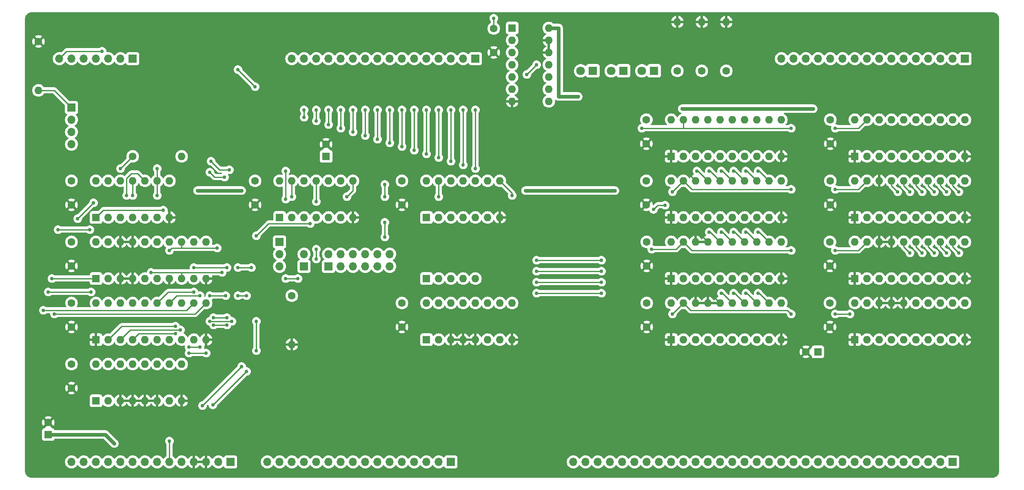
<source format=gbl>
G04 #@! TF.GenerationSoftware,KiCad,Pcbnew,(7.0.0)*
G04 #@! TF.CreationDate,2024-03-28T20:38:38-07:00*
G04 #@! TF.ProjectId,video_shift_status_delay,76696465-6f5f-4736-9869-66745f737461,rev?*
G04 #@! TF.SameCoordinates,Original*
G04 #@! TF.FileFunction,Copper,L2,Bot*
G04 #@! TF.FilePolarity,Positive*
%FSLAX46Y46*%
G04 Gerber Fmt 4.6, Leading zero omitted, Abs format (unit mm)*
G04 Created by KiCad (PCBNEW (7.0.0)) date 2024-03-28 20:38:38*
%MOMM*%
%LPD*%
G01*
G04 APERTURE LIST*
G04 #@! TA.AperFunction,ComponentPad*
%ADD10C,1.600000*%
G04 #@! TD*
G04 #@! TA.AperFunction,ComponentPad*
%ADD11R,1.600000X1.600000*%
G04 #@! TD*
G04 #@! TA.AperFunction,ComponentPad*
%ADD12O,1.600000X1.600000*%
G04 #@! TD*
G04 #@! TA.AperFunction,ComponentPad*
%ADD13R,1.700000X1.700000*%
G04 #@! TD*
G04 #@! TA.AperFunction,ComponentPad*
%ADD14O,1.700000X1.700000*%
G04 #@! TD*
G04 #@! TA.AperFunction,ComponentPad*
%ADD15R,1.800000X1.800000*%
G04 #@! TD*
G04 #@! TA.AperFunction,ComponentPad*
%ADD16C,1.800000*%
G04 #@! TD*
G04 #@! TA.AperFunction,ViaPad*
%ADD17C,0.762000*%
G04 #@! TD*
G04 #@! TA.AperFunction,Conductor*
%ADD18C,0.762000*%
G04 #@! TD*
G04 #@! TA.AperFunction,Conductor*
%ADD19C,0.254000*%
G04 #@! TD*
G04 APERTURE END LIST*
D10*
X218440000Y-78660000D03*
X218440000Y-73660000D03*
X218440000Y-91360000D03*
X218440000Y-86360000D03*
D11*
X223519999Y-81279999D03*
D12*
X226059999Y-81279999D03*
X228599999Y-81279999D03*
X231139999Y-81279999D03*
X233679999Y-81279999D03*
X236219999Y-81279999D03*
X238759999Y-81279999D03*
X241299999Y-81279999D03*
X243839999Y-81279999D03*
X246379999Y-81279999D03*
X246379999Y-73659999D03*
X243839999Y-73659999D03*
X241299999Y-73659999D03*
X238759999Y-73659999D03*
X236219999Y-73659999D03*
X233679999Y-73659999D03*
X231139999Y-73659999D03*
X228599999Y-73659999D03*
X226059999Y-73659999D03*
X223519999Y-73659999D03*
D13*
X139699999Y-144779999D03*
D14*
X137159999Y-144779999D03*
X134619999Y-144779999D03*
X132079999Y-144779999D03*
X129539999Y-144779999D03*
X126999999Y-144779999D03*
X124459999Y-144779999D03*
X121919999Y-144779999D03*
X119379999Y-144779999D03*
X116839999Y-144779999D03*
X114299999Y-144779999D03*
X111759999Y-144779999D03*
X109219999Y-144779999D03*
X106679999Y-144779999D03*
X104139999Y-144779999D03*
X101599999Y-144779999D03*
D11*
X113791999Y-81279999D03*
D10*
X113792000Y-78780000D03*
D11*
X66039999Y-132079999D03*
D12*
X68579999Y-132079999D03*
X71119999Y-132079999D03*
X73659999Y-132079999D03*
X76199999Y-132079999D03*
X78739999Y-132079999D03*
X81279999Y-132079999D03*
X83819999Y-132079999D03*
X83819999Y-124459999D03*
X81279999Y-124459999D03*
X78739999Y-124459999D03*
X76199999Y-124459999D03*
X73659999Y-124459999D03*
X71119999Y-124459999D03*
X68579999Y-124459999D03*
X66039999Y-124459999D03*
D11*
X223519999Y-93979999D03*
D12*
X226059999Y-93979999D03*
X228599999Y-93979999D03*
X231139999Y-93979999D03*
X233679999Y-93979999D03*
X236219999Y-93979999D03*
X238759999Y-93979999D03*
X241299999Y-93979999D03*
X243839999Y-93979999D03*
X246379999Y-93979999D03*
X246379999Y-86359999D03*
X243839999Y-86359999D03*
X241299999Y-86359999D03*
X238759999Y-86359999D03*
X236219999Y-86359999D03*
X233679999Y-86359999D03*
X231139999Y-86359999D03*
X228599999Y-86359999D03*
X226059999Y-86359999D03*
X223519999Y-86359999D03*
D13*
X114299999Y-104139999D03*
D14*
X114299999Y-101599999D03*
X116839999Y-104139999D03*
X116839999Y-101599999D03*
X119379999Y-104139999D03*
X119379999Y-101599999D03*
X121919999Y-104139999D03*
X121919999Y-101599999D03*
X124459999Y-104139999D03*
X124459999Y-101599999D03*
X126999999Y-104139999D03*
X126999999Y-101599999D03*
D11*
X104139999Y-93979999D03*
D12*
X106679999Y-93979999D03*
X109219999Y-93979999D03*
X111759999Y-93979999D03*
X114299999Y-93979999D03*
X116839999Y-93979999D03*
X119379999Y-93979999D03*
X119379999Y-86359999D03*
X116839999Y-86359999D03*
X114299999Y-86359999D03*
X111759999Y-86359999D03*
X109219999Y-86359999D03*
X106679999Y-86359999D03*
X104139999Y-86359999D03*
D11*
X134619999Y-119379999D03*
D12*
X137159999Y-119379999D03*
X139699999Y-119379999D03*
X142239999Y-119379999D03*
X144779999Y-119379999D03*
X147319999Y-119379999D03*
X149859999Y-119379999D03*
X152399999Y-119379999D03*
X152399999Y-111759999D03*
X149859999Y-111759999D03*
X147319999Y-111759999D03*
X144779999Y-111759999D03*
X142239999Y-111759999D03*
X139699999Y-111759999D03*
X137159999Y-111759999D03*
X134619999Y-111759999D03*
D15*
X181863999Y-63499999D03*
D16*
X179324000Y-63500000D03*
D11*
X152399999Y-54604999D03*
D12*
X152399999Y-57144999D03*
X152399999Y-59684999D03*
X152399999Y-62224999D03*
X152399999Y-64764999D03*
X152399999Y-67304999D03*
X152399999Y-69844999D03*
X160019999Y-69844999D03*
X160019999Y-67304999D03*
X160019999Y-64764999D03*
X160019999Y-62224999D03*
X160019999Y-59684999D03*
X160019999Y-57144999D03*
X160019999Y-54604999D03*
D10*
X73660000Y-81280000D03*
D12*
X83819999Y-81279999D03*
D13*
X93979999Y-144779999D03*
D14*
X91439999Y-144779999D03*
X88899999Y-144779999D03*
X86359999Y-144779999D03*
X83819999Y-144779999D03*
X81279999Y-144779999D03*
X78739999Y-144779999D03*
X76199999Y-144779999D03*
X73659999Y-144779999D03*
X71119999Y-144779999D03*
X68579999Y-144779999D03*
X66039999Y-144779999D03*
X63499999Y-144779999D03*
X60959999Y-144779999D03*
D10*
X60960000Y-91360000D03*
X60960000Y-86360000D03*
X180260000Y-91360000D03*
X180260000Y-86360000D03*
D15*
X175513999Y-63499999D03*
D16*
X172974000Y-63500000D03*
D10*
X60960000Y-124460000D03*
X60960000Y-129460000D03*
X180260000Y-78660000D03*
X180260000Y-73660000D03*
X60960000Y-111760000D03*
X60960000Y-116760000D03*
D13*
X246379999Y-60959999D03*
D14*
X243839999Y-60959999D03*
X241299999Y-60959999D03*
X238759999Y-60959999D03*
X236219999Y-60959999D03*
X233679999Y-60959999D03*
X231139999Y-60959999D03*
X228599999Y-60959999D03*
X226059999Y-60959999D03*
X223519999Y-60959999D03*
X220979999Y-60959999D03*
X218439999Y-60959999D03*
X215899999Y-60959999D03*
X213359999Y-60959999D03*
X210819999Y-60959999D03*
X208279999Y-60959999D03*
D13*
X60959999Y-71119999D03*
D14*
X60959999Y-73659999D03*
X60959999Y-76199999D03*
X60959999Y-78739999D03*
D10*
X148590000Y-54690000D03*
X148590000Y-59690000D03*
D13*
X144779999Y-60959999D03*
D14*
X142239999Y-60959999D03*
X139699999Y-60959999D03*
X137159999Y-60959999D03*
X134619999Y-60959999D03*
X132079999Y-60959999D03*
X129539999Y-60959999D03*
X126999999Y-60959999D03*
X124459999Y-60959999D03*
X121919999Y-60959999D03*
X119379999Y-60959999D03*
X116839999Y-60959999D03*
X114299999Y-60959999D03*
X111759999Y-60959999D03*
X109219999Y-60959999D03*
X106679999Y-60959999D03*
D11*
X66039999Y-93979999D03*
D12*
X68579999Y-93979999D03*
X71119999Y-93979999D03*
X73659999Y-93979999D03*
X76199999Y-93979999D03*
X78739999Y-93979999D03*
X81279999Y-93979999D03*
X81279999Y-86359999D03*
X78739999Y-86359999D03*
X76199999Y-86359999D03*
X73659999Y-86359999D03*
X71119999Y-86359999D03*
X68579999Y-86359999D03*
X66039999Y-86359999D03*
D11*
X223519999Y-119379999D03*
D12*
X226059999Y-119379999D03*
X228599999Y-119379999D03*
X231139999Y-119379999D03*
X233679999Y-119379999D03*
X236219999Y-119379999D03*
X238759999Y-119379999D03*
X241299999Y-119379999D03*
X243839999Y-119379999D03*
X246379999Y-119379999D03*
X246379999Y-111759999D03*
X243839999Y-111759999D03*
X241299999Y-111759999D03*
X238759999Y-111759999D03*
X236219999Y-111759999D03*
X233679999Y-111759999D03*
X231139999Y-111759999D03*
X228599999Y-111759999D03*
X226059999Y-111759999D03*
X223519999Y-111759999D03*
D10*
X129540000Y-116760000D03*
X129540000Y-111760000D03*
X196850000Y-63500000D03*
D12*
X196849999Y-53339999D03*
D11*
X185419999Y-119379999D03*
D12*
X187959999Y-119379999D03*
X190499999Y-119379999D03*
X193039999Y-119379999D03*
X195579999Y-119379999D03*
X198119999Y-119379999D03*
X200659999Y-119379999D03*
X203199999Y-119379999D03*
X205739999Y-119379999D03*
X208279999Y-119379999D03*
X208279999Y-111759999D03*
X205739999Y-111759999D03*
X203199999Y-111759999D03*
X200659999Y-111759999D03*
X198119999Y-111759999D03*
X195579999Y-111759999D03*
X193039999Y-111759999D03*
X190499999Y-111759999D03*
X187959999Y-111759999D03*
X185419999Y-111759999D03*
D11*
X66039999Y-106679999D03*
D12*
X68579999Y-106679999D03*
X71119999Y-106679999D03*
X73659999Y-106679999D03*
X76199999Y-106679999D03*
X78739999Y-106679999D03*
X81279999Y-106679999D03*
X83819999Y-106679999D03*
X86359999Y-106679999D03*
X88899999Y-106679999D03*
X88899999Y-99059999D03*
X86359999Y-99059999D03*
X83819999Y-99059999D03*
X81279999Y-99059999D03*
X78739999Y-99059999D03*
X76199999Y-99059999D03*
X73659999Y-99059999D03*
X71119999Y-99059999D03*
X68579999Y-99059999D03*
X66039999Y-99059999D03*
D11*
X215859999Y-121919999D03*
D10*
X213360000Y-121920000D03*
X180340000Y-116760000D03*
X180340000Y-111760000D03*
D11*
X134619999Y-93979999D03*
D12*
X137159999Y-93979999D03*
X139699999Y-93979999D03*
X142239999Y-93979999D03*
X144779999Y-93979999D03*
X147319999Y-93979999D03*
X149859999Y-93979999D03*
X149859999Y-86359999D03*
X147319999Y-86359999D03*
X144779999Y-86359999D03*
X142239999Y-86359999D03*
X139699999Y-86359999D03*
X137159999Y-86359999D03*
X134619999Y-86359999D03*
D11*
X223519999Y-106679999D03*
D12*
X226059999Y-106679999D03*
X228599999Y-106679999D03*
X231139999Y-106679999D03*
X233679999Y-106679999D03*
X236219999Y-106679999D03*
X238759999Y-106679999D03*
X241299999Y-106679999D03*
X243839999Y-106679999D03*
X246379999Y-106679999D03*
X246379999Y-99059999D03*
X243839999Y-99059999D03*
X241299999Y-99059999D03*
X238759999Y-99059999D03*
X236219999Y-99059999D03*
X233679999Y-99059999D03*
X231139999Y-99059999D03*
X228599999Y-99059999D03*
X226059999Y-99059999D03*
X223519999Y-99059999D03*
D10*
X186690000Y-63500000D03*
D12*
X186689999Y-53339999D03*
D10*
X191770000Y-63500000D03*
D12*
X191769999Y-53339999D03*
D11*
X185419999Y-106679999D03*
D12*
X187959999Y-106679999D03*
X190499999Y-106679999D03*
X193039999Y-106679999D03*
X195579999Y-106679999D03*
X198119999Y-106679999D03*
X200659999Y-106679999D03*
X203199999Y-106679999D03*
X205739999Y-106679999D03*
X208279999Y-106679999D03*
X208279999Y-99059999D03*
X205739999Y-99059999D03*
X203199999Y-99059999D03*
X200659999Y-99059999D03*
X198119999Y-99059999D03*
X195579999Y-99059999D03*
X193039999Y-99059999D03*
X190499999Y-99059999D03*
X187959999Y-99059999D03*
X185419999Y-99059999D03*
D11*
X185419999Y-81279999D03*
D12*
X187959999Y-81279999D03*
X190499999Y-81279999D03*
X193039999Y-81279999D03*
X195579999Y-81279999D03*
X198119999Y-81279999D03*
X200659999Y-81279999D03*
X203199999Y-81279999D03*
X205739999Y-81279999D03*
X208279999Y-81279999D03*
X208279999Y-73659999D03*
X205739999Y-73659999D03*
X203199999Y-73659999D03*
X200659999Y-73659999D03*
X198119999Y-73659999D03*
X195579999Y-73659999D03*
X193039999Y-73659999D03*
X190499999Y-73659999D03*
X187959999Y-73659999D03*
X185419999Y-73659999D03*
D13*
X73659999Y-60959999D03*
D14*
X71119999Y-60959999D03*
X68579999Y-60959999D03*
X66039999Y-60959999D03*
X63499999Y-60959999D03*
X60959999Y-60959999D03*
X58419999Y-60959999D03*
D10*
X218360000Y-104060000D03*
X218360000Y-99060000D03*
X60960000Y-104060000D03*
X60960000Y-99060000D03*
D11*
X185419999Y-93979999D03*
D12*
X187959999Y-93979999D03*
X190499999Y-93979999D03*
X193039999Y-93979999D03*
X195579999Y-93979999D03*
X198119999Y-93979999D03*
X200659999Y-93979999D03*
X203199999Y-93979999D03*
X205739999Y-93979999D03*
X208279999Y-93979999D03*
X208279999Y-86359999D03*
X205739999Y-86359999D03*
X203199999Y-86359999D03*
X200659999Y-86359999D03*
X198119999Y-86359999D03*
X195579999Y-86359999D03*
X193039999Y-86359999D03*
X190499999Y-86359999D03*
X187959999Y-86359999D03*
X185419999Y-86359999D03*
D15*
X169163999Y-63499999D03*
D16*
X166624000Y-63500000D03*
D11*
X56133999Y-139104379D03*
D10*
X56134000Y-136604380D03*
D13*
X109219999Y-104139999D03*
D14*
X109219999Y-101599999D03*
D10*
X218360000Y-116760000D03*
X218360000Y-111760000D03*
X99060000Y-86360000D03*
X99060000Y-91360000D03*
D11*
X66039999Y-119379999D03*
D12*
X68579999Y-119379999D03*
X71119999Y-119379999D03*
X73659999Y-119379999D03*
X76199999Y-119379999D03*
X78739999Y-119379999D03*
X81279999Y-119379999D03*
X83819999Y-119379999D03*
X86359999Y-119379999D03*
X88899999Y-119379999D03*
X88899999Y-111759999D03*
X86359999Y-111759999D03*
X83819999Y-111759999D03*
X81279999Y-111759999D03*
X78739999Y-111759999D03*
X76199999Y-111759999D03*
X73659999Y-111759999D03*
X71119999Y-111759999D03*
X68579999Y-111759999D03*
X66039999Y-111759999D03*
D10*
X54102000Y-57404000D03*
D12*
X54101999Y-67563999D03*
D13*
X243839999Y-144779999D03*
D14*
X241299999Y-144779999D03*
X238759999Y-144779999D03*
X236219999Y-144779999D03*
X233679999Y-144779999D03*
X231139999Y-144779999D03*
X228599999Y-144779999D03*
X226059999Y-144779999D03*
X223519999Y-144779999D03*
X220979999Y-144779999D03*
X218439999Y-144779999D03*
X215899999Y-144779999D03*
X213359999Y-144779999D03*
X210819999Y-144779999D03*
X208279999Y-144779999D03*
X205739999Y-144779999D03*
X203199999Y-144779999D03*
X200659999Y-144779999D03*
X198119999Y-144779999D03*
X195579999Y-144779999D03*
X193039999Y-144779999D03*
X190499999Y-144779999D03*
X187959999Y-144779999D03*
X185419999Y-144779999D03*
X182879999Y-144779999D03*
X180339999Y-144779999D03*
X177799999Y-144779999D03*
X175259999Y-144779999D03*
X172719999Y-144779999D03*
X170179999Y-144779999D03*
X167639999Y-144779999D03*
X165099999Y-144779999D03*
D10*
X180340000Y-104060000D03*
X180340000Y-99060000D03*
X129540000Y-86360000D03*
X129540000Y-91360000D03*
D13*
X104139999Y-99059999D03*
D14*
X104139999Y-101599999D03*
X104139999Y-104139999D03*
D11*
X134619999Y-106679999D03*
D12*
X137159999Y-106679999D03*
X139699999Y-106679999D03*
X142239999Y-106679999D03*
X144779999Y-106679999D03*
D10*
X106680000Y-110236000D03*
D12*
X106679999Y-120395999D03*
D17*
X164338000Y-68834000D03*
X87122000Y-88392000D03*
X171958000Y-88392000D03*
X148590000Y-52578000D03*
X69850000Y-140970000D03*
X187706000Y-71374000D03*
X166116000Y-68834000D03*
X68834000Y-139954000D03*
X173736000Y-88392000D03*
X96266000Y-88392000D03*
X88646000Y-88392000D03*
X214884000Y-71374000D03*
X155194000Y-88392000D03*
X94742000Y-88392000D03*
X212852000Y-71374000D03*
X156972000Y-88392000D03*
X189484000Y-71374000D03*
X81280000Y-103886000D03*
X93218000Y-114808000D03*
X82550000Y-116586000D03*
X90424000Y-114808000D03*
X94234000Y-115570000D03*
X83566000Y-117348000D03*
X89662000Y-115570000D03*
X90424000Y-116332000D03*
X82550000Y-118110000D03*
X93218000Y-116332000D03*
X92202000Y-105410000D03*
X77470000Y-105410000D03*
X91186000Y-100330000D03*
X81280000Y-100838000D03*
X85344000Y-122174000D03*
X88900000Y-122174000D03*
X85344000Y-120904000D03*
X87630000Y-120904000D03*
X88138000Y-133096000D03*
X81280000Y-140462000D03*
X96266000Y-124968000D03*
X62230000Y-94234000D03*
X65532000Y-90932000D03*
X72390000Y-89408000D03*
X58166000Y-96520000D03*
X64770000Y-96520000D03*
X124460000Y-71628000D03*
X124460000Y-77724000D03*
X121920000Y-76962000D03*
X121920000Y-71628000D03*
X119380000Y-71628000D03*
X119380000Y-76200000D03*
X116840000Y-71628000D03*
X116840000Y-75438000D03*
X114300000Y-71628000D03*
X114300000Y-74676000D03*
X111760000Y-73914000D03*
X111760000Y-71628000D03*
X109220000Y-71628000D03*
X109220000Y-73152000D03*
X144780000Y-71628000D03*
X144780000Y-83820000D03*
X142240000Y-71628000D03*
X142240000Y-83058000D03*
X139700000Y-82296000D03*
X139700000Y-71628000D03*
X137160000Y-71628000D03*
X137160000Y-81534000D03*
X134620000Y-80772000D03*
X134620000Y-71628000D03*
X132080000Y-80010000D03*
X132080000Y-71628000D03*
X129540000Y-71628000D03*
X129540000Y-79248000D03*
X127000000Y-71628000D03*
X127000000Y-78486000D03*
X203454000Y-84328000D03*
X200914000Y-84328000D03*
X203454000Y-97028000D03*
X198374000Y-84328000D03*
X200914000Y-97028000D03*
X203454000Y-109728000D03*
X198374000Y-97028000D03*
X195834000Y-84328000D03*
X200914000Y-109728000D03*
X193294000Y-84328000D03*
X195834000Y-97028000D03*
X198374000Y-109728000D03*
X195834000Y-109728000D03*
X190754000Y-84328000D03*
X193294000Y-97028000D03*
X245110000Y-88646000D03*
X242570000Y-88646000D03*
X245110000Y-101346000D03*
X240030000Y-88646000D03*
X242570000Y-101346000D03*
X240030000Y-101346000D03*
X237490000Y-88646000D03*
X234950000Y-88646000D03*
X237490000Y-101346000D03*
X234950000Y-101346000D03*
X232410000Y-88646000D03*
X86360000Y-104394000D03*
X95504000Y-104394000D03*
X86360000Y-109474000D03*
X93218000Y-104394000D03*
X98298000Y-104394000D03*
X87630000Y-110236000D03*
X92964000Y-110236000D03*
X97282000Y-110236000D03*
X89662000Y-110236000D03*
X95504000Y-110236000D03*
X55118000Y-113284000D03*
X105410000Y-90170000D03*
X99060000Y-66802000D03*
X95504000Y-63246000D03*
X57404000Y-114046000D03*
X105410000Y-84328000D03*
X67310000Y-59436000D03*
X71120000Y-83820000D03*
X65024000Y-109474000D03*
X56134000Y-109474000D03*
X56896000Y-106680000D03*
X78740000Y-89408000D03*
X78740000Y-83820000D03*
X80010000Y-92456000D03*
X73660000Y-89408000D03*
X89916000Y-82296000D03*
X93726000Y-84074000D03*
X92710000Y-85598000D03*
X107950000Y-106680000D03*
X105410000Y-106680000D03*
X89662000Y-84582000D03*
X111760000Y-90678000D03*
X118110000Y-89662000D03*
X125984000Y-98044000D03*
X125984000Y-89662000D03*
X125984000Y-87122000D03*
X125984000Y-94996000D03*
X152400000Y-89408000D03*
X219456000Y-75438000D03*
X210312000Y-75438000D03*
X170942000Y-102870000D03*
X157480000Y-102870000D03*
X179324000Y-75438000D03*
X185674000Y-88646000D03*
X170942000Y-105156000D03*
X219456000Y-88138000D03*
X210312000Y-88138000D03*
X181737000Y-92329000D03*
X157480000Y-105156000D03*
X184150000Y-91440000D03*
X157480000Y-107442000D03*
X170942000Y-107442000D03*
X181356000Y-100584000D03*
X219456000Y-100838000D03*
X210312000Y-100838000D03*
X170942000Y-109728000D03*
X185674000Y-114046000D03*
X222504000Y-114046000D03*
X157480000Y-109728000D03*
X210312000Y-114046000D03*
X219456000Y-114046000D03*
X157480000Y-62230000D03*
X155448000Y-64262000D03*
X106680000Y-89662000D03*
X137160000Y-89662000D03*
X111760000Y-100584000D03*
X111760000Y-102616000D03*
X99314000Y-121666000D03*
X110490000Y-95250000D03*
X99314000Y-115570000D03*
X99314000Y-97790000D03*
X90297000Y-132969000D03*
X97282000Y-125984000D03*
D18*
X166116000Y-68834000D02*
X162052000Y-68834000D01*
X162052000Y-54610000D02*
X162047000Y-54605000D01*
X155194000Y-88392000D02*
X173736000Y-88392000D01*
X67984380Y-139104380D02*
X56134000Y-139104380D01*
D19*
X148590000Y-52578000D02*
X148590000Y-54690000D01*
D18*
X162047000Y-54605000D02*
X160020000Y-54605000D01*
X69850000Y-140970000D02*
X67984380Y-139104380D01*
X87122000Y-88392000D02*
X96266000Y-88392000D01*
X187706000Y-71374000D02*
X214884000Y-71374000D01*
X162052000Y-68834000D02*
X162052000Y-54610000D01*
D19*
X193040000Y-99060000D02*
X192024000Y-98044000D01*
X190500000Y-86360000D02*
X189738000Y-85598000D01*
X189738000Y-85598000D02*
X189230000Y-85090000D01*
X195580000Y-111760000D02*
X194310000Y-110490000D01*
X82550000Y-116586000D02*
X71374000Y-116586000D01*
X90424000Y-114808000D02*
X93218000Y-114808000D01*
X71374000Y-116586000D02*
X68580000Y-119380000D01*
X73152000Y-117348000D02*
X71120000Y-119380000D01*
X83566000Y-117348000D02*
X73152000Y-117348000D01*
X94234000Y-115570000D02*
X89662000Y-115570000D01*
X93218000Y-116332000D02*
X90424000Y-116332000D01*
X82550000Y-118110000D02*
X74930000Y-118110000D01*
X74930000Y-118110000D02*
X73660000Y-119380000D01*
X83820000Y-105410000D02*
X77470000Y-105410000D01*
X92202000Y-105410000D02*
X83820000Y-105410000D01*
X83820000Y-105410000D02*
X83820000Y-106680000D01*
X83820000Y-100330000D02*
X83820000Y-99060000D01*
X91186000Y-100330000D02*
X83820000Y-100330000D01*
X81280000Y-100838000D02*
X81788000Y-100330000D01*
X81788000Y-100330000D02*
X83820000Y-100330000D01*
X85344000Y-122174000D02*
X88900000Y-122174000D01*
X87630000Y-120904000D02*
X85344000Y-120904000D01*
X81280000Y-140462000D02*
X81280000Y-144780000D01*
X96266000Y-124968000D02*
X88138000Y-133096000D01*
X74676000Y-84836000D02*
X73406000Y-84836000D01*
X76200000Y-86360000D02*
X74676000Y-84836000D01*
X72390000Y-85852000D02*
X72390000Y-89408000D01*
X73406000Y-84836000D02*
X72390000Y-85852000D01*
X65532000Y-90932000D02*
X62230000Y-94234000D01*
X58166000Y-96520000D02*
X64770000Y-96520000D01*
X124460000Y-71628000D02*
X124460000Y-77724000D01*
X121920000Y-76962000D02*
X121920000Y-71628000D01*
X119380000Y-71628000D02*
X119380000Y-76200000D01*
X116840000Y-71628000D02*
X116840000Y-75438000D01*
X114300000Y-71628000D02*
X114300000Y-74676000D01*
X111760000Y-71628000D02*
X111760000Y-73914000D01*
X109220000Y-71628000D02*
X109220000Y-73152000D01*
X144780000Y-71628000D02*
X144780000Y-83820000D01*
X142240000Y-83058000D02*
X142240000Y-71628000D01*
X139700000Y-71628000D02*
X139700000Y-82296000D01*
X137160000Y-81534000D02*
X137160000Y-71628000D01*
X134620000Y-71628000D02*
X134620000Y-80772000D01*
X132080000Y-80010000D02*
X132080000Y-71628000D01*
X129540000Y-71628000D02*
X129540000Y-79248000D01*
X127000000Y-78486000D02*
X127000000Y-71628000D01*
X203708000Y-84328000D02*
X205740000Y-86360000D01*
X203454000Y-84328000D02*
X203708000Y-84328000D01*
X201168000Y-84328000D02*
X203200000Y-86360000D01*
X203454000Y-97028000D02*
X203708000Y-97028000D01*
X200914000Y-84328000D02*
X201168000Y-84328000D01*
X203708000Y-97028000D02*
X205740000Y-99060000D01*
X201168000Y-97028000D02*
X203200000Y-99060000D01*
X205740000Y-111760000D02*
X203708000Y-109728000D01*
X203708000Y-109728000D02*
X203454000Y-109728000D01*
X198628000Y-84328000D02*
X198374000Y-84328000D01*
X200914000Y-97028000D02*
X201168000Y-97028000D01*
X200660000Y-86360000D02*
X198628000Y-84328000D01*
X196088000Y-84328000D02*
X195834000Y-84328000D01*
X198120000Y-86360000D02*
X196088000Y-84328000D01*
X201168000Y-109728000D02*
X200914000Y-109728000D01*
X198374000Y-97028000D02*
X198628000Y-97028000D01*
X198628000Y-97028000D02*
X200660000Y-99060000D01*
X203200000Y-111760000D02*
X201168000Y-109728000D01*
X198120000Y-99060000D02*
X196088000Y-97028000D01*
X198628000Y-109728000D02*
X198374000Y-109728000D01*
X196088000Y-97028000D02*
X195834000Y-97028000D01*
X193548000Y-84328000D02*
X193294000Y-84328000D01*
X200660000Y-111760000D02*
X198628000Y-109728000D01*
X195580000Y-86360000D02*
X193548000Y-84328000D01*
X193040000Y-86360000D02*
X191008000Y-84328000D01*
X195580000Y-99060000D02*
X193548000Y-97028000D01*
X191008000Y-84328000D02*
X190754000Y-84328000D01*
X196088000Y-109728000D02*
X195834000Y-109728000D01*
X193548000Y-97028000D02*
X193294000Y-97028000D01*
X198120000Y-111760000D02*
X196088000Y-109728000D01*
X243840000Y-86360000D02*
X243840000Y-87376000D01*
X243840000Y-87376000D02*
X245110000Y-88646000D01*
X243840000Y-99060000D02*
X243840000Y-100076000D01*
X241300000Y-86360000D02*
X241300000Y-87376000D01*
X241300000Y-87376000D02*
X242570000Y-88646000D01*
X243840000Y-100076000D02*
X245110000Y-101346000D01*
X241300000Y-100076000D02*
X241300000Y-99060000D01*
X238760000Y-87376000D02*
X240030000Y-88646000D01*
X242570000Y-101346000D02*
X241300000Y-100076000D01*
X238760000Y-86360000D02*
X238760000Y-87376000D01*
X240030000Y-101346000D02*
X238760000Y-100076000D01*
X236220000Y-87376000D02*
X237490000Y-88646000D01*
X236220000Y-86360000D02*
X236220000Y-87376000D01*
X238760000Y-100076000D02*
X238760000Y-99060000D01*
X233680000Y-87376000D02*
X234950000Y-88646000D01*
X237490000Y-101346000D02*
X236220000Y-100076000D01*
X233680000Y-86360000D02*
X233680000Y-87376000D01*
X236220000Y-100076000D02*
X236220000Y-99060000D01*
X234950000Y-101346000D02*
X233680000Y-100076000D01*
X232410000Y-88646000D02*
X231140000Y-87376000D01*
X233680000Y-100076000D02*
X233680000Y-99060000D01*
X231140000Y-87376000D02*
X231140000Y-86360000D01*
X86360000Y-104394000D02*
X93218000Y-104394000D01*
X78740000Y-111760000D02*
X81026000Y-109474000D01*
X95504000Y-104394000D02*
X98298000Y-104394000D01*
X81026000Y-109474000D02*
X86360000Y-109474000D01*
X95504000Y-110236000D02*
X97282000Y-110236000D01*
X82804000Y-110236000D02*
X81280000Y-111760000D01*
X87630000Y-110236000D02*
X82804000Y-110236000D01*
X89662000Y-110236000D02*
X92964000Y-110236000D01*
X55118000Y-113284000D02*
X84836000Y-113284000D01*
X84836000Y-113284000D02*
X86360000Y-111760000D01*
X86614000Y-114046000D02*
X57404000Y-114046000D01*
X59944000Y-59436000D02*
X58420000Y-60960000D01*
X105410000Y-90170000D02*
X105410000Y-84328000D01*
X88900000Y-111760000D02*
X86614000Y-114046000D01*
X67310000Y-59436000D02*
X59944000Y-59436000D01*
X99060000Y-66802000D02*
X95504000Y-63246000D01*
X71120000Y-83820000D02*
X73660000Y-81280000D01*
X56134000Y-109474000D02*
X65024000Y-109474000D01*
X56896000Y-106680000D02*
X66040000Y-106680000D01*
X57404000Y-67564000D02*
X60960000Y-71120000D01*
X78740000Y-89408000D02*
X78740000Y-86360000D01*
X80010000Y-92456000D02*
X67564000Y-92456000D01*
X78740000Y-83820000D02*
X78740000Y-86360000D01*
X67564000Y-92456000D02*
X66040000Y-93980000D01*
X54102000Y-67564000D02*
X57404000Y-67564000D01*
X73660000Y-86360000D02*
X73660000Y-89408000D01*
X89916000Y-82296000D02*
X91694000Y-84074000D01*
X91694000Y-84074000D02*
X93726000Y-84074000D01*
X90678000Y-85598000D02*
X92710000Y-85598000D01*
X107950000Y-106680000D02*
X105410000Y-106680000D01*
X89662000Y-84582000D02*
X90678000Y-85598000D01*
X111760000Y-86360000D02*
X111760000Y-90678000D01*
X119380000Y-86360000D02*
X119380000Y-88392000D01*
X119380000Y-88392000D02*
X118110000Y-89662000D01*
X125984000Y-87122000D02*
X125984000Y-89662000D01*
X125984000Y-98044000D02*
X125984000Y-94996000D01*
X152400000Y-88900000D02*
X149860000Y-86360000D01*
X152400000Y-89408000D02*
X152400000Y-88900000D01*
X219456000Y-75438000D02*
X224282000Y-75438000D01*
X187960000Y-75438000D02*
X187960000Y-73660000D01*
X179324000Y-75438000D02*
X187960000Y-75438000D01*
X170942000Y-102870000D02*
X157480000Y-102870000D01*
X187960000Y-75438000D02*
X210312000Y-75438000D01*
X224282000Y-75438000D02*
X226060000Y-73660000D01*
X189738000Y-88138000D02*
X190500000Y-88138000D01*
X219456000Y-88138000D02*
X224282000Y-88138000D01*
X190500000Y-88138000D02*
X210312000Y-88138000D01*
X185674000Y-88646000D02*
X187960000Y-86360000D01*
X170942000Y-105156000D02*
X157480000Y-105156000D01*
X224282000Y-88138000D02*
X226060000Y-86360000D01*
X181737000Y-92329000D02*
X182626000Y-91440000D01*
X182626000Y-91440000D02*
X184150000Y-91440000D01*
X187960000Y-86360000D02*
X189738000Y-88138000D01*
X189738000Y-100838000D02*
X210312000Y-100838000D01*
X170942000Y-107442000D02*
X157480000Y-107442000D01*
X186436000Y-100584000D02*
X187960000Y-99060000D01*
X219456000Y-100838000D02*
X224282000Y-100838000D01*
X187960000Y-99060000D02*
X189738000Y-100838000D01*
X224282000Y-100838000D02*
X226060000Y-99060000D01*
X181356000Y-100584000D02*
X186436000Y-100584000D01*
X209550000Y-113284000D02*
X189484000Y-113284000D01*
X189484000Y-113284000D02*
X187960000Y-111760000D01*
X185674000Y-114046000D02*
X187960000Y-111760000D01*
X210312000Y-114046000D02*
X209550000Y-113284000D01*
X219456000Y-114046000D02*
X222504000Y-114046000D01*
X170942000Y-109728000D02*
X157480000Y-109728000D01*
X155448000Y-64262000D02*
X157480000Y-62230000D01*
X106680000Y-89662000D02*
X106680000Y-86360000D01*
X137160000Y-89662000D02*
X137160000Y-86360000D01*
X111760000Y-102616000D02*
X111760000Y-100584000D01*
X110490000Y-95250000D02*
X101854000Y-95250000D01*
X97282000Y-125984000D02*
X90297000Y-132969000D01*
X101854000Y-95250000D02*
X99314000Y-97790000D01*
X99314000Y-115570000D02*
X99314000Y-121666000D01*
G04 #@! TA.AperFunction,Conductor*
G36*
X252099853Y-51308881D02*
G01*
X252303734Y-51324927D01*
X252322950Y-51327971D01*
X252517062Y-51374574D01*
X252535552Y-51380582D01*
X252719987Y-51456976D01*
X252737312Y-51465804D01*
X252907524Y-51570110D01*
X252923260Y-51581544D01*
X253075053Y-51711187D01*
X253088812Y-51724946D01*
X253218455Y-51876739D01*
X253229890Y-51892477D01*
X253334166Y-52062639D01*
X253334192Y-52062681D01*
X253343025Y-52080018D01*
X253356409Y-52112330D01*
X253419414Y-52264438D01*
X253425427Y-52282943D01*
X253472028Y-52477050D01*
X253475072Y-52496268D01*
X253491118Y-52700146D01*
X253491500Y-52709875D01*
X253491500Y-146680125D01*
X253491118Y-146689854D01*
X253475072Y-146893731D01*
X253472028Y-146912949D01*
X253425427Y-147107056D01*
X253419414Y-147125561D01*
X253343026Y-147309980D01*
X253334192Y-147327318D01*
X253229892Y-147497519D01*
X253218455Y-147513260D01*
X253088812Y-147665053D01*
X253075053Y-147678812D01*
X252923260Y-147808455D01*
X252907519Y-147819892D01*
X252737318Y-147924192D01*
X252719980Y-147933026D01*
X252535561Y-148009414D01*
X252517056Y-148015427D01*
X252322949Y-148062028D01*
X252303731Y-148065072D01*
X252099854Y-148081118D01*
X252090125Y-148081500D01*
X52709875Y-148081500D01*
X52700146Y-148081118D01*
X52496268Y-148065072D01*
X52477050Y-148062028D01*
X52282943Y-148015427D01*
X52264438Y-148009414D01*
X52080019Y-147933026D01*
X52062681Y-147924192D01*
X51892480Y-147819892D01*
X51876739Y-147808455D01*
X51724946Y-147678812D01*
X51711187Y-147665053D01*
X51581544Y-147513260D01*
X51570110Y-147497524D01*
X51465804Y-147327312D01*
X51456976Y-147309987D01*
X51380582Y-147125552D01*
X51374574Y-147107062D01*
X51327971Y-146912949D01*
X51324927Y-146893731D01*
X51308882Y-146689854D01*
X51308500Y-146680125D01*
X51308500Y-144780000D01*
X59604341Y-144780000D01*
X59624937Y-145015408D01*
X59626336Y-145020630D01*
X59626337Y-145020634D01*
X59684694Y-145238430D01*
X59684697Y-145238438D01*
X59686097Y-145243663D01*
X59688385Y-145248570D01*
X59688386Y-145248572D01*
X59783678Y-145452927D01*
X59783681Y-145452933D01*
X59785965Y-145457830D01*
X59789064Y-145462257D01*
X59789066Y-145462259D01*
X59918399Y-145646966D01*
X59918402Y-145646970D01*
X59921505Y-145651401D01*
X60088599Y-145818495D01*
X60093031Y-145821598D01*
X60093033Y-145821600D01*
X60237260Y-145922589D01*
X60282170Y-145954035D01*
X60496337Y-146053903D01*
X60724592Y-146115063D01*
X60960000Y-146135659D01*
X61195408Y-146115063D01*
X61423663Y-146053903D01*
X61637830Y-145954035D01*
X61831401Y-145818495D01*
X61998495Y-145651401D01*
X62128424Y-145465842D01*
X62172743Y-145426976D01*
X62230000Y-145412965D01*
X62287257Y-145426976D01*
X62331575Y-145465842D01*
X62458395Y-145646961D01*
X62458401Y-145646968D01*
X62461505Y-145651401D01*
X62628599Y-145818495D01*
X62633031Y-145821598D01*
X62633033Y-145821600D01*
X62777260Y-145922589D01*
X62822170Y-145954035D01*
X63036337Y-146053903D01*
X63264592Y-146115063D01*
X63500000Y-146135659D01*
X63735408Y-146115063D01*
X63963663Y-146053903D01*
X64177830Y-145954035D01*
X64371401Y-145818495D01*
X64538495Y-145651401D01*
X64668424Y-145465842D01*
X64712743Y-145426976D01*
X64770000Y-145412965D01*
X64827257Y-145426976D01*
X64871575Y-145465842D01*
X64998395Y-145646961D01*
X64998401Y-145646968D01*
X65001505Y-145651401D01*
X65168599Y-145818495D01*
X65173031Y-145821598D01*
X65173033Y-145821600D01*
X65317260Y-145922589D01*
X65362170Y-145954035D01*
X65576337Y-146053903D01*
X65804592Y-146115063D01*
X66040000Y-146135659D01*
X66275408Y-146115063D01*
X66503663Y-146053903D01*
X66717830Y-145954035D01*
X66911401Y-145818495D01*
X67078495Y-145651401D01*
X67208424Y-145465842D01*
X67252743Y-145426976D01*
X67310000Y-145412965D01*
X67367257Y-145426976D01*
X67411575Y-145465842D01*
X67538395Y-145646961D01*
X67538401Y-145646968D01*
X67541505Y-145651401D01*
X67708599Y-145818495D01*
X67713031Y-145821598D01*
X67713033Y-145821600D01*
X67857260Y-145922589D01*
X67902170Y-145954035D01*
X68116337Y-146053903D01*
X68344592Y-146115063D01*
X68580000Y-146135659D01*
X68815408Y-146115063D01*
X69043663Y-146053903D01*
X69257830Y-145954035D01*
X69451401Y-145818495D01*
X69618495Y-145651401D01*
X69748424Y-145465842D01*
X69792743Y-145426976D01*
X69850000Y-145412965D01*
X69907257Y-145426976D01*
X69951575Y-145465842D01*
X70078395Y-145646961D01*
X70078401Y-145646968D01*
X70081505Y-145651401D01*
X70248599Y-145818495D01*
X70253031Y-145821598D01*
X70253033Y-145821600D01*
X70397260Y-145922589D01*
X70442170Y-145954035D01*
X70656337Y-146053903D01*
X70884592Y-146115063D01*
X71120000Y-146135659D01*
X71355408Y-146115063D01*
X71583663Y-146053903D01*
X71797830Y-145954035D01*
X71991401Y-145818495D01*
X72158495Y-145651401D01*
X72288424Y-145465842D01*
X72332743Y-145426976D01*
X72390000Y-145412965D01*
X72447257Y-145426976D01*
X72491575Y-145465842D01*
X72618395Y-145646961D01*
X72618401Y-145646968D01*
X72621505Y-145651401D01*
X72788599Y-145818495D01*
X72793031Y-145821598D01*
X72793033Y-145821600D01*
X72937260Y-145922589D01*
X72982170Y-145954035D01*
X73196337Y-146053903D01*
X73424592Y-146115063D01*
X73660000Y-146135659D01*
X73895408Y-146115063D01*
X74123663Y-146053903D01*
X74337830Y-145954035D01*
X74531401Y-145818495D01*
X74698495Y-145651401D01*
X74828424Y-145465842D01*
X74872743Y-145426976D01*
X74930000Y-145412965D01*
X74987257Y-145426976D01*
X75031575Y-145465842D01*
X75158395Y-145646961D01*
X75158401Y-145646968D01*
X75161505Y-145651401D01*
X75328599Y-145818495D01*
X75333031Y-145821598D01*
X75333033Y-145821600D01*
X75477260Y-145922589D01*
X75522170Y-145954035D01*
X75736337Y-146053903D01*
X75964592Y-146115063D01*
X76200000Y-146135659D01*
X76435408Y-146115063D01*
X76663663Y-146053903D01*
X76877830Y-145954035D01*
X77071401Y-145818495D01*
X77238495Y-145651401D01*
X77368424Y-145465842D01*
X77412743Y-145426976D01*
X77470000Y-145412965D01*
X77527257Y-145426976D01*
X77571575Y-145465842D01*
X77698395Y-145646961D01*
X77698401Y-145646968D01*
X77701505Y-145651401D01*
X77868599Y-145818495D01*
X77873031Y-145821598D01*
X77873033Y-145821600D01*
X78017260Y-145922589D01*
X78062170Y-145954035D01*
X78276337Y-146053903D01*
X78504592Y-146115063D01*
X78740000Y-146135659D01*
X78975408Y-146115063D01*
X79203663Y-146053903D01*
X79417830Y-145954035D01*
X79611401Y-145818495D01*
X79778495Y-145651401D01*
X79908424Y-145465842D01*
X79952743Y-145426976D01*
X80010000Y-145412965D01*
X80067257Y-145426976D01*
X80111575Y-145465842D01*
X80238395Y-145646961D01*
X80238401Y-145646968D01*
X80241505Y-145651401D01*
X80408599Y-145818495D01*
X80413031Y-145821598D01*
X80413033Y-145821600D01*
X80557260Y-145922589D01*
X80602170Y-145954035D01*
X80816337Y-146053903D01*
X81044592Y-146115063D01*
X81280000Y-146135659D01*
X81515408Y-146115063D01*
X81743663Y-146053903D01*
X81957830Y-145954035D01*
X82151401Y-145818495D01*
X82318495Y-145651401D01*
X82448424Y-145465842D01*
X82492743Y-145426976D01*
X82550000Y-145412965D01*
X82607257Y-145426976D01*
X82651575Y-145465842D01*
X82778395Y-145646961D01*
X82778401Y-145646968D01*
X82781505Y-145651401D01*
X82948599Y-145818495D01*
X82953031Y-145821598D01*
X82953033Y-145821600D01*
X83097260Y-145922589D01*
X83142170Y-145954035D01*
X83356337Y-146053903D01*
X83584592Y-146115063D01*
X83820000Y-146135659D01*
X84055408Y-146115063D01*
X84283663Y-146053903D01*
X84497830Y-145954035D01*
X84691401Y-145818495D01*
X84858495Y-145651401D01*
X84988730Y-145465405D01*
X85033048Y-145426540D01*
X85090305Y-145412529D01*
X85147562Y-145426540D01*
X85191880Y-145465405D01*
X85318784Y-145646643D01*
X85325721Y-145654909D01*
X85485090Y-145814278D01*
X85493356Y-145821215D01*
X85677991Y-145950498D01*
X85687323Y-145955886D01*
X85891602Y-146051143D01*
X85901736Y-146054831D01*
X86096219Y-146106943D01*
X86107448Y-146107311D01*
X86110000Y-146096369D01*
X86610000Y-146096369D01*
X86612551Y-146107311D01*
X86623780Y-146106943D01*
X86818263Y-146054831D01*
X86828397Y-146051143D01*
X87032676Y-145955886D01*
X87042008Y-145950498D01*
X87226643Y-145821215D01*
X87234909Y-145814278D01*
X87394278Y-145654909D01*
X87401215Y-145646643D01*
X87528425Y-145464969D01*
X87572743Y-145426104D01*
X87630000Y-145412093D01*
X87687257Y-145426104D01*
X87731575Y-145464969D01*
X87858784Y-145646643D01*
X87865721Y-145654909D01*
X88025090Y-145814278D01*
X88033356Y-145821215D01*
X88217991Y-145950498D01*
X88227323Y-145955886D01*
X88431602Y-146051143D01*
X88441736Y-146054831D01*
X88636219Y-146106943D01*
X88647448Y-146107311D01*
X88650000Y-146096369D01*
X89150000Y-146096369D01*
X89152551Y-146107311D01*
X89163780Y-146106943D01*
X89358263Y-146054831D01*
X89368397Y-146051143D01*
X89572676Y-145955886D01*
X89582008Y-145950498D01*
X89766643Y-145821215D01*
X89774909Y-145814278D01*
X89934278Y-145654909D01*
X89941219Y-145646638D01*
X90068119Y-145465406D01*
X90112437Y-145426540D01*
X90169694Y-145412529D01*
X90226951Y-145426540D01*
X90271269Y-145465405D01*
X90398399Y-145646966D01*
X90398402Y-145646970D01*
X90401505Y-145651401D01*
X90568599Y-145818495D01*
X90573031Y-145821598D01*
X90573033Y-145821600D01*
X90717260Y-145922589D01*
X90762170Y-145954035D01*
X90976337Y-146053903D01*
X91204592Y-146115063D01*
X91440000Y-146135659D01*
X91675408Y-146115063D01*
X91903663Y-146053903D01*
X92117830Y-145954035D01*
X92311401Y-145818495D01*
X92433329Y-145696566D01*
X92486072Y-145665273D01*
X92547365Y-145663084D01*
X92602210Y-145690537D01*
X92637189Y-145740916D01*
X92686204Y-145872331D01*
X92691518Y-145879430D01*
X92691519Y-145879431D01*
X92747367Y-145954035D01*
X92772454Y-145987546D01*
X92887669Y-146073796D01*
X93022517Y-146124091D01*
X93082127Y-146130500D01*
X94877872Y-146130499D01*
X94937483Y-146124091D01*
X95072331Y-146073796D01*
X95187546Y-145987546D01*
X95273796Y-145872331D01*
X95324091Y-145737483D01*
X95330500Y-145677873D01*
X95330499Y-144780000D01*
X100244341Y-144780000D01*
X100264937Y-145015408D01*
X100266336Y-145020630D01*
X100266337Y-145020634D01*
X100324694Y-145238430D01*
X100324697Y-145238438D01*
X100326097Y-145243663D01*
X100328385Y-145248570D01*
X100328386Y-145248572D01*
X100423678Y-145452927D01*
X100423681Y-145452933D01*
X100425965Y-145457830D01*
X100429064Y-145462257D01*
X100429066Y-145462259D01*
X100558399Y-145646966D01*
X100558402Y-145646970D01*
X100561505Y-145651401D01*
X100728599Y-145818495D01*
X100733031Y-145821598D01*
X100733033Y-145821600D01*
X100877260Y-145922589D01*
X100922170Y-145954035D01*
X101136337Y-146053903D01*
X101364592Y-146115063D01*
X101600000Y-146135659D01*
X101835408Y-146115063D01*
X102063663Y-146053903D01*
X102277830Y-145954035D01*
X102471401Y-145818495D01*
X102638495Y-145651401D01*
X102768424Y-145465842D01*
X102812743Y-145426976D01*
X102870000Y-145412965D01*
X102927257Y-145426976D01*
X102971575Y-145465842D01*
X103098395Y-145646961D01*
X103098401Y-145646968D01*
X103101505Y-145651401D01*
X103268599Y-145818495D01*
X103273031Y-145821598D01*
X103273033Y-145821600D01*
X103417260Y-145922589D01*
X103462170Y-145954035D01*
X103676337Y-146053903D01*
X103904592Y-146115063D01*
X104140000Y-146135659D01*
X104375408Y-146115063D01*
X104603663Y-146053903D01*
X104817830Y-145954035D01*
X105011401Y-145818495D01*
X105178495Y-145651401D01*
X105308424Y-145465842D01*
X105352743Y-145426976D01*
X105410000Y-145412965D01*
X105467257Y-145426976D01*
X105511575Y-145465842D01*
X105638395Y-145646961D01*
X105638401Y-145646968D01*
X105641505Y-145651401D01*
X105808599Y-145818495D01*
X105813031Y-145821598D01*
X105813033Y-145821600D01*
X105957260Y-145922589D01*
X106002170Y-145954035D01*
X106216337Y-146053903D01*
X106444592Y-146115063D01*
X106680000Y-146135659D01*
X106915408Y-146115063D01*
X107143663Y-146053903D01*
X107357830Y-145954035D01*
X107551401Y-145818495D01*
X107718495Y-145651401D01*
X107848424Y-145465842D01*
X107892743Y-145426976D01*
X107950000Y-145412965D01*
X108007257Y-145426976D01*
X108051575Y-145465842D01*
X108178395Y-145646961D01*
X108178401Y-145646968D01*
X108181505Y-145651401D01*
X108348599Y-145818495D01*
X108353031Y-145821598D01*
X108353033Y-145821600D01*
X108497260Y-145922589D01*
X108542170Y-145954035D01*
X108756337Y-146053903D01*
X108984592Y-146115063D01*
X109220000Y-146135659D01*
X109455408Y-146115063D01*
X109683663Y-146053903D01*
X109897830Y-145954035D01*
X110091401Y-145818495D01*
X110258495Y-145651401D01*
X110388424Y-145465842D01*
X110432743Y-145426976D01*
X110490000Y-145412965D01*
X110547257Y-145426976D01*
X110591575Y-145465842D01*
X110718395Y-145646961D01*
X110718401Y-145646968D01*
X110721505Y-145651401D01*
X110888599Y-145818495D01*
X110893031Y-145821598D01*
X110893033Y-145821600D01*
X111037260Y-145922589D01*
X111082170Y-145954035D01*
X111296337Y-146053903D01*
X111524592Y-146115063D01*
X111760000Y-146135659D01*
X111995408Y-146115063D01*
X112223663Y-146053903D01*
X112437830Y-145954035D01*
X112631401Y-145818495D01*
X112798495Y-145651401D01*
X112928424Y-145465842D01*
X112972743Y-145426976D01*
X113030000Y-145412965D01*
X113087257Y-145426976D01*
X113131575Y-145465842D01*
X113258395Y-145646961D01*
X113258401Y-145646968D01*
X113261505Y-145651401D01*
X113428599Y-145818495D01*
X113433031Y-145821598D01*
X113433033Y-145821600D01*
X113577260Y-145922589D01*
X113622170Y-145954035D01*
X113836337Y-146053903D01*
X114064592Y-146115063D01*
X114300000Y-146135659D01*
X114535408Y-146115063D01*
X114763663Y-146053903D01*
X114977830Y-145954035D01*
X115171401Y-145818495D01*
X115338495Y-145651401D01*
X115468424Y-145465842D01*
X115512743Y-145426976D01*
X115570000Y-145412965D01*
X115627257Y-145426976D01*
X115671575Y-145465842D01*
X115798395Y-145646961D01*
X115798401Y-145646968D01*
X115801505Y-145651401D01*
X115968599Y-145818495D01*
X115973031Y-145821598D01*
X115973033Y-145821600D01*
X116117260Y-145922589D01*
X116162170Y-145954035D01*
X116376337Y-146053903D01*
X116604592Y-146115063D01*
X116840000Y-146135659D01*
X117075408Y-146115063D01*
X117303663Y-146053903D01*
X117517830Y-145954035D01*
X117711401Y-145818495D01*
X117878495Y-145651401D01*
X118008424Y-145465842D01*
X118052743Y-145426976D01*
X118110000Y-145412965D01*
X118167257Y-145426976D01*
X118211575Y-145465842D01*
X118338395Y-145646961D01*
X118338401Y-145646968D01*
X118341505Y-145651401D01*
X118508599Y-145818495D01*
X118513031Y-145821598D01*
X118513033Y-145821600D01*
X118657260Y-145922589D01*
X118702170Y-145954035D01*
X118916337Y-146053903D01*
X119144592Y-146115063D01*
X119380000Y-146135659D01*
X119615408Y-146115063D01*
X119843663Y-146053903D01*
X120057830Y-145954035D01*
X120251401Y-145818495D01*
X120418495Y-145651401D01*
X120548424Y-145465842D01*
X120592743Y-145426976D01*
X120650000Y-145412965D01*
X120707257Y-145426976D01*
X120751575Y-145465842D01*
X120878395Y-145646961D01*
X120878401Y-145646968D01*
X120881505Y-145651401D01*
X121048599Y-145818495D01*
X121053031Y-145821598D01*
X121053033Y-145821600D01*
X121197260Y-145922589D01*
X121242170Y-145954035D01*
X121456337Y-146053903D01*
X121684592Y-146115063D01*
X121920000Y-146135659D01*
X122155408Y-146115063D01*
X122383663Y-146053903D01*
X122597830Y-145954035D01*
X122791401Y-145818495D01*
X122958495Y-145651401D01*
X123088424Y-145465842D01*
X123132743Y-145426976D01*
X123190000Y-145412965D01*
X123247257Y-145426976D01*
X123291575Y-145465842D01*
X123418395Y-145646961D01*
X123418401Y-145646968D01*
X123421505Y-145651401D01*
X123588599Y-145818495D01*
X123593031Y-145821598D01*
X123593033Y-145821600D01*
X123737260Y-145922589D01*
X123782170Y-145954035D01*
X123996337Y-146053903D01*
X124224592Y-146115063D01*
X124460000Y-146135659D01*
X124695408Y-146115063D01*
X124923663Y-146053903D01*
X125137830Y-145954035D01*
X125331401Y-145818495D01*
X125498495Y-145651401D01*
X125628424Y-145465842D01*
X125672743Y-145426976D01*
X125730000Y-145412965D01*
X125787257Y-145426976D01*
X125831575Y-145465842D01*
X125958395Y-145646961D01*
X125958401Y-145646968D01*
X125961505Y-145651401D01*
X126128599Y-145818495D01*
X126133031Y-145821598D01*
X126133033Y-145821600D01*
X126277260Y-145922589D01*
X126322170Y-145954035D01*
X126536337Y-146053903D01*
X126764592Y-146115063D01*
X127000000Y-146135659D01*
X127235408Y-146115063D01*
X127463663Y-146053903D01*
X127677830Y-145954035D01*
X127871401Y-145818495D01*
X128038495Y-145651401D01*
X128168424Y-145465842D01*
X128212743Y-145426976D01*
X128270000Y-145412965D01*
X128327257Y-145426976D01*
X128371575Y-145465842D01*
X128498395Y-145646961D01*
X128498401Y-145646968D01*
X128501505Y-145651401D01*
X128668599Y-145818495D01*
X128673031Y-145821598D01*
X128673033Y-145821600D01*
X128817260Y-145922589D01*
X128862170Y-145954035D01*
X129076337Y-146053903D01*
X129304592Y-146115063D01*
X129540000Y-146135659D01*
X129775408Y-146115063D01*
X130003663Y-146053903D01*
X130217830Y-145954035D01*
X130411401Y-145818495D01*
X130578495Y-145651401D01*
X130708424Y-145465842D01*
X130752743Y-145426976D01*
X130810000Y-145412965D01*
X130867257Y-145426976D01*
X130911575Y-145465842D01*
X131038395Y-145646961D01*
X131038401Y-145646968D01*
X131041505Y-145651401D01*
X131208599Y-145818495D01*
X131213031Y-145821598D01*
X131213033Y-145821600D01*
X131357260Y-145922589D01*
X131402170Y-145954035D01*
X131616337Y-146053903D01*
X131844592Y-146115063D01*
X132080000Y-146135659D01*
X132315408Y-146115063D01*
X132543663Y-146053903D01*
X132757830Y-145954035D01*
X132951401Y-145818495D01*
X133118495Y-145651401D01*
X133248424Y-145465842D01*
X133292743Y-145426976D01*
X133350000Y-145412965D01*
X133407257Y-145426976D01*
X133451575Y-145465842D01*
X133578395Y-145646961D01*
X133578401Y-145646968D01*
X133581505Y-145651401D01*
X133748599Y-145818495D01*
X133753031Y-145821598D01*
X133753033Y-145821600D01*
X133897260Y-145922589D01*
X133942170Y-145954035D01*
X134156337Y-146053903D01*
X134384592Y-146115063D01*
X134620000Y-146135659D01*
X134855408Y-146115063D01*
X135083663Y-146053903D01*
X135297830Y-145954035D01*
X135491401Y-145818495D01*
X135658495Y-145651401D01*
X135788424Y-145465842D01*
X135832743Y-145426976D01*
X135890000Y-145412965D01*
X135947257Y-145426976D01*
X135991575Y-145465842D01*
X136118395Y-145646961D01*
X136118401Y-145646968D01*
X136121505Y-145651401D01*
X136288599Y-145818495D01*
X136293031Y-145821598D01*
X136293033Y-145821600D01*
X136437260Y-145922589D01*
X136482170Y-145954035D01*
X136696337Y-146053903D01*
X136924592Y-146115063D01*
X137160000Y-146135659D01*
X137395408Y-146115063D01*
X137623663Y-146053903D01*
X137837830Y-145954035D01*
X138031401Y-145818495D01*
X138153329Y-145696566D01*
X138206072Y-145665273D01*
X138267365Y-145663084D01*
X138322210Y-145690537D01*
X138357189Y-145740916D01*
X138406204Y-145872331D01*
X138411518Y-145879430D01*
X138411519Y-145879431D01*
X138467367Y-145954035D01*
X138492454Y-145987546D01*
X138607669Y-146073796D01*
X138742517Y-146124091D01*
X138802127Y-146130500D01*
X140597872Y-146130499D01*
X140657483Y-146124091D01*
X140792331Y-146073796D01*
X140907546Y-145987546D01*
X140993796Y-145872331D01*
X141044091Y-145737483D01*
X141050500Y-145677873D01*
X141050499Y-144780000D01*
X163744341Y-144780000D01*
X163764937Y-145015408D01*
X163766336Y-145020630D01*
X163766337Y-145020634D01*
X163824694Y-145238430D01*
X163824697Y-145238438D01*
X163826097Y-145243663D01*
X163828385Y-145248570D01*
X163828386Y-145248572D01*
X163923678Y-145452927D01*
X163923681Y-145452933D01*
X163925965Y-145457830D01*
X163929064Y-145462257D01*
X163929066Y-145462259D01*
X164058399Y-145646966D01*
X164058402Y-145646970D01*
X164061505Y-145651401D01*
X164228599Y-145818495D01*
X164233031Y-145821598D01*
X164233033Y-145821600D01*
X164377260Y-145922589D01*
X164422170Y-145954035D01*
X164636337Y-146053903D01*
X164864592Y-146115063D01*
X165100000Y-146135659D01*
X165335408Y-146115063D01*
X165563663Y-146053903D01*
X165777830Y-145954035D01*
X165971401Y-145818495D01*
X166138495Y-145651401D01*
X166268424Y-145465842D01*
X166312743Y-145426976D01*
X166370000Y-145412965D01*
X166427257Y-145426976D01*
X166471575Y-145465842D01*
X166598395Y-145646961D01*
X166598401Y-145646968D01*
X166601505Y-145651401D01*
X166768599Y-145818495D01*
X166773031Y-145821598D01*
X166773033Y-145821600D01*
X166917260Y-145922589D01*
X166962170Y-145954035D01*
X167176337Y-146053903D01*
X167404592Y-146115063D01*
X167640000Y-146135659D01*
X167875408Y-146115063D01*
X168103663Y-146053903D01*
X168317830Y-145954035D01*
X168511401Y-145818495D01*
X168678495Y-145651401D01*
X168808424Y-145465842D01*
X168852743Y-145426976D01*
X168910000Y-145412965D01*
X168967257Y-145426976D01*
X169011575Y-145465842D01*
X169138395Y-145646961D01*
X169138401Y-145646968D01*
X169141505Y-145651401D01*
X169308599Y-145818495D01*
X169313031Y-145821598D01*
X169313033Y-145821600D01*
X169457260Y-145922589D01*
X169502170Y-145954035D01*
X169716337Y-146053903D01*
X169944592Y-146115063D01*
X170180000Y-146135659D01*
X170415408Y-146115063D01*
X170643663Y-146053903D01*
X170857830Y-145954035D01*
X171051401Y-145818495D01*
X171218495Y-145651401D01*
X171348424Y-145465842D01*
X171392743Y-145426976D01*
X171450000Y-145412965D01*
X171507257Y-145426976D01*
X171551575Y-145465842D01*
X171678395Y-145646961D01*
X171678401Y-145646968D01*
X171681505Y-145651401D01*
X171848599Y-145818495D01*
X171853031Y-145821598D01*
X171853033Y-145821600D01*
X171997260Y-145922589D01*
X172042170Y-145954035D01*
X172256337Y-146053903D01*
X172484592Y-146115063D01*
X172720000Y-146135659D01*
X172955408Y-146115063D01*
X173183663Y-146053903D01*
X173397830Y-145954035D01*
X173591401Y-145818495D01*
X173758495Y-145651401D01*
X173888424Y-145465842D01*
X173932743Y-145426976D01*
X173990000Y-145412965D01*
X174047257Y-145426976D01*
X174091575Y-145465842D01*
X174218395Y-145646961D01*
X174218401Y-145646968D01*
X174221505Y-145651401D01*
X174388599Y-145818495D01*
X174393031Y-145821598D01*
X174393033Y-145821600D01*
X174537260Y-145922589D01*
X174582170Y-145954035D01*
X174796337Y-146053903D01*
X175024592Y-146115063D01*
X175260000Y-146135659D01*
X175495408Y-146115063D01*
X175723663Y-146053903D01*
X175937830Y-145954035D01*
X176131401Y-145818495D01*
X176298495Y-145651401D01*
X176428424Y-145465842D01*
X176472743Y-145426976D01*
X176530000Y-145412965D01*
X176587257Y-145426976D01*
X176631575Y-145465842D01*
X176758395Y-145646961D01*
X176758401Y-145646968D01*
X176761505Y-145651401D01*
X176928599Y-145818495D01*
X176933031Y-145821598D01*
X176933033Y-145821600D01*
X177077260Y-145922589D01*
X177122170Y-145954035D01*
X177336337Y-146053903D01*
X177564592Y-146115063D01*
X177800000Y-146135659D01*
X178035408Y-146115063D01*
X178263663Y-146053903D01*
X178477830Y-145954035D01*
X178671401Y-145818495D01*
X178838495Y-145651401D01*
X178968424Y-145465842D01*
X179012743Y-145426976D01*
X179070000Y-145412965D01*
X179127257Y-145426976D01*
X179171575Y-145465842D01*
X179298395Y-145646961D01*
X179298401Y-145646968D01*
X179301505Y-145651401D01*
X179468599Y-145818495D01*
X179473031Y-145821598D01*
X179473033Y-145821600D01*
X179617260Y-145922589D01*
X179662170Y-145954035D01*
X179876337Y-146053903D01*
X180104592Y-146115063D01*
X180340000Y-146135659D01*
X180575408Y-146115063D01*
X180803663Y-146053903D01*
X181017830Y-145954035D01*
X181211401Y-145818495D01*
X181378495Y-145651401D01*
X181508424Y-145465842D01*
X181552743Y-145426976D01*
X181610000Y-145412965D01*
X181667257Y-145426976D01*
X181711575Y-145465842D01*
X181838395Y-145646961D01*
X181838401Y-145646968D01*
X181841505Y-145651401D01*
X182008599Y-145818495D01*
X182013031Y-145821598D01*
X182013033Y-145821600D01*
X182157260Y-145922589D01*
X182202170Y-145954035D01*
X182416337Y-146053903D01*
X182644592Y-146115063D01*
X182880000Y-146135659D01*
X183115408Y-146115063D01*
X183343663Y-146053903D01*
X183557830Y-145954035D01*
X183751401Y-145818495D01*
X183918495Y-145651401D01*
X184048424Y-145465842D01*
X184092743Y-145426976D01*
X184150000Y-145412965D01*
X184207257Y-145426976D01*
X184251575Y-145465842D01*
X184378395Y-145646961D01*
X184378401Y-145646968D01*
X184381505Y-145651401D01*
X184548599Y-145818495D01*
X184553031Y-145821598D01*
X184553033Y-145821600D01*
X184697260Y-145922589D01*
X184742170Y-145954035D01*
X184956337Y-146053903D01*
X185184592Y-146115063D01*
X185420000Y-146135659D01*
X185655408Y-146115063D01*
X185883663Y-146053903D01*
X186097830Y-145954035D01*
X186291401Y-145818495D01*
X186458495Y-145651401D01*
X186588424Y-145465842D01*
X186632743Y-145426976D01*
X186690000Y-145412965D01*
X186747257Y-145426976D01*
X186791575Y-145465842D01*
X186918395Y-145646961D01*
X186918401Y-145646968D01*
X186921505Y-145651401D01*
X187088599Y-145818495D01*
X187093031Y-145821598D01*
X187093033Y-145821600D01*
X187237260Y-145922589D01*
X187282170Y-145954035D01*
X187496337Y-146053903D01*
X187724592Y-146115063D01*
X187960000Y-146135659D01*
X188195408Y-146115063D01*
X188423663Y-146053903D01*
X188637830Y-145954035D01*
X188831401Y-145818495D01*
X188998495Y-145651401D01*
X189128424Y-145465842D01*
X189172743Y-145426976D01*
X189230000Y-145412965D01*
X189287257Y-145426976D01*
X189331575Y-145465842D01*
X189458395Y-145646961D01*
X189458401Y-145646968D01*
X189461505Y-145651401D01*
X189628599Y-145818495D01*
X189633031Y-145821598D01*
X189633033Y-145821600D01*
X189777260Y-145922589D01*
X189822170Y-145954035D01*
X190036337Y-146053903D01*
X190264592Y-146115063D01*
X190500000Y-146135659D01*
X190735408Y-146115063D01*
X190963663Y-146053903D01*
X191177830Y-145954035D01*
X191371401Y-145818495D01*
X191538495Y-145651401D01*
X191668424Y-145465842D01*
X191712743Y-145426976D01*
X191770000Y-145412965D01*
X191827257Y-145426976D01*
X191871575Y-145465842D01*
X191998395Y-145646961D01*
X191998401Y-145646968D01*
X192001505Y-145651401D01*
X192168599Y-145818495D01*
X192173031Y-145821598D01*
X192173033Y-145821600D01*
X192317260Y-145922589D01*
X192362170Y-145954035D01*
X192576337Y-146053903D01*
X192804592Y-146115063D01*
X193040000Y-146135659D01*
X193275408Y-146115063D01*
X193503663Y-146053903D01*
X193717830Y-145954035D01*
X193911401Y-145818495D01*
X194078495Y-145651401D01*
X194208424Y-145465842D01*
X194252743Y-145426976D01*
X194310000Y-145412965D01*
X194367257Y-145426976D01*
X194411575Y-145465842D01*
X194538395Y-145646961D01*
X194538401Y-145646968D01*
X194541505Y-145651401D01*
X194708599Y-145818495D01*
X194713031Y-145821598D01*
X194713033Y-145821600D01*
X194857260Y-145922589D01*
X194902170Y-145954035D01*
X195116337Y-146053903D01*
X195344592Y-146115063D01*
X195580000Y-146135659D01*
X195815408Y-146115063D01*
X196043663Y-146053903D01*
X196257830Y-145954035D01*
X196451401Y-145818495D01*
X196618495Y-145651401D01*
X196748424Y-145465842D01*
X196792743Y-145426976D01*
X196850000Y-145412965D01*
X196907257Y-145426976D01*
X196951575Y-145465842D01*
X197078395Y-145646961D01*
X197078401Y-145646968D01*
X197081505Y-145651401D01*
X197248599Y-145818495D01*
X197253031Y-145821598D01*
X197253033Y-145821600D01*
X197397260Y-145922589D01*
X197442170Y-145954035D01*
X197656337Y-146053903D01*
X197884592Y-146115063D01*
X198120000Y-146135659D01*
X198355408Y-146115063D01*
X198583663Y-146053903D01*
X198797830Y-145954035D01*
X198991401Y-145818495D01*
X199158495Y-145651401D01*
X199288424Y-145465842D01*
X199332743Y-145426976D01*
X199390000Y-145412965D01*
X199447257Y-145426976D01*
X199491575Y-145465842D01*
X199618395Y-145646961D01*
X199618401Y-145646968D01*
X199621505Y-145651401D01*
X199788599Y-145818495D01*
X199793031Y-145821598D01*
X199793033Y-145821600D01*
X199937260Y-145922589D01*
X199982170Y-145954035D01*
X200196337Y-146053903D01*
X200424592Y-146115063D01*
X200660000Y-146135659D01*
X200895408Y-146115063D01*
X201123663Y-146053903D01*
X201337830Y-145954035D01*
X201531401Y-145818495D01*
X201698495Y-145651401D01*
X201828424Y-145465842D01*
X201872743Y-145426976D01*
X201930000Y-145412965D01*
X201987257Y-145426976D01*
X202031575Y-145465842D01*
X202158395Y-145646961D01*
X202158401Y-145646968D01*
X202161505Y-145651401D01*
X202328599Y-145818495D01*
X202333031Y-145821598D01*
X202333033Y-145821600D01*
X202477260Y-145922589D01*
X202522170Y-145954035D01*
X202736337Y-146053903D01*
X202964592Y-146115063D01*
X203200000Y-146135659D01*
X203435408Y-146115063D01*
X203663663Y-146053903D01*
X203877830Y-145954035D01*
X204071401Y-145818495D01*
X204238495Y-145651401D01*
X204368424Y-145465842D01*
X204412743Y-145426976D01*
X204470000Y-145412965D01*
X204527257Y-145426976D01*
X204571575Y-145465842D01*
X204698395Y-145646961D01*
X204698401Y-145646968D01*
X204701505Y-145651401D01*
X204868599Y-145818495D01*
X204873031Y-145821598D01*
X204873033Y-145821600D01*
X205017260Y-145922589D01*
X205062170Y-145954035D01*
X205276337Y-146053903D01*
X205504592Y-146115063D01*
X205740000Y-146135659D01*
X205975408Y-146115063D01*
X206203663Y-146053903D01*
X206417830Y-145954035D01*
X206611401Y-145818495D01*
X206778495Y-145651401D01*
X206908424Y-145465842D01*
X206952743Y-145426976D01*
X207010000Y-145412965D01*
X207067257Y-145426976D01*
X207111575Y-145465842D01*
X207238395Y-145646961D01*
X207238401Y-145646968D01*
X207241505Y-145651401D01*
X207408599Y-145818495D01*
X207413031Y-145821598D01*
X207413033Y-145821600D01*
X207557260Y-145922589D01*
X207602170Y-145954035D01*
X207816337Y-146053903D01*
X208044592Y-146115063D01*
X208280000Y-146135659D01*
X208515408Y-146115063D01*
X208743663Y-146053903D01*
X208957830Y-145954035D01*
X209151401Y-145818495D01*
X209318495Y-145651401D01*
X209448424Y-145465842D01*
X209492743Y-145426976D01*
X209550000Y-145412965D01*
X209607257Y-145426976D01*
X209651575Y-145465842D01*
X209778395Y-145646961D01*
X209778401Y-145646968D01*
X209781505Y-145651401D01*
X209948599Y-145818495D01*
X209953031Y-145821598D01*
X209953033Y-145821600D01*
X210097260Y-145922589D01*
X210142170Y-145954035D01*
X210356337Y-146053903D01*
X210584592Y-146115063D01*
X210820000Y-146135659D01*
X211055408Y-146115063D01*
X211283663Y-146053903D01*
X211497830Y-145954035D01*
X211691401Y-145818495D01*
X211858495Y-145651401D01*
X211988424Y-145465842D01*
X212032743Y-145426976D01*
X212090000Y-145412965D01*
X212147257Y-145426976D01*
X212191575Y-145465842D01*
X212318395Y-145646961D01*
X212318401Y-145646968D01*
X212321505Y-145651401D01*
X212488599Y-145818495D01*
X212493031Y-145821598D01*
X212493033Y-145821600D01*
X212637260Y-145922589D01*
X212682170Y-145954035D01*
X212896337Y-146053903D01*
X213124592Y-146115063D01*
X213360000Y-146135659D01*
X213595408Y-146115063D01*
X213823663Y-146053903D01*
X214037830Y-145954035D01*
X214231401Y-145818495D01*
X214398495Y-145651401D01*
X214528424Y-145465842D01*
X214572743Y-145426976D01*
X214630000Y-145412965D01*
X214687257Y-145426976D01*
X214731575Y-145465842D01*
X214858395Y-145646961D01*
X214858401Y-145646968D01*
X214861505Y-145651401D01*
X215028599Y-145818495D01*
X215033031Y-145821598D01*
X215033033Y-145821600D01*
X215177260Y-145922589D01*
X215222170Y-145954035D01*
X215436337Y-146053903D01*
X215664592Y-146115063D01*
X215900000Y-146135659D01*
X216135408Y-146115063D01*
X216363663Y-146053903D01*
X216577830Y-145954035D01*
X216771401Y-145818495D01*
X216938495Y-145651401D01*
X217068424Y-145465842D01*
X217112743Y-145426976D01*
X217170000Y-145412965D01*
X217227257Y-145426976D01*
X217271575Y-145465842D01*
X217398395Y-145646961D01*
X217398401Y-145646968D01*
X217401505Y-145651401D01*
X217568599Y-145818495D01*
X217573031Y-145821598D01*
X217573033Y-145821600D01*
X217717260Y-145922589D01*
X217762170Y-145954035D01*
X217976337Y-146053903D01*
X218204592Y-146115063D01*
X218440000Y-146135659D01*
X218675408Y-146115063D01*
X218903663Y-146053903D01*
X219117830Y-145954035D01*
X219311401Y-145818495D01*
X219478495Y-145651401D01*
X219608424Y-145465842D01*
X219652743Y-145426976D01*
X219710000Y-145412965D01*
X219767257Y-145426976D01*
X219811575Y-145465842D01*
X219938395Y-145646961D01*
X219938401Y-145646968D01*
X219941505Y-145651401D01*
X220108599Y-145818495D01*
X220113031Y-145821598D01*
X220113033Y-145821600D01*
X220257260Y-145922589D01*
X220302170Y-145954035D01*
X220516337Y-146053903D01*
X220744592Y-146115063D01*
X220980000Y-146135659D01*
X221215408Y-146115063D01*
X221443663Y-146053903D01*
X221657830Y-145954035D01*
X221851401Y-145818495D01*
X222018495Y-145651401D01*
X222148424Y-145465842D01*
X222192743Y-145426976D01*
X222250000Y-145412965D01*
X222307257Y-145426976D01*
X222351575Y-145465842D01*
X222478395Y-145646961D01*
X222478401Y-145646968D01*
X222481505Y-145651401D01*
X222648599Y-145818495D01*
X222653031Y-145821598D01*
X222653033Y-145821600D01*
X222797260Y-145922589D01*
X222842170Y-145954035D01*
X223056337Y-146053903D01*
X223284592Y-146115063D01*
X223520000Y-146135659D01*
X223755408Y-146115063D01*
X223983663Y-146053903D01*
X224197830Y-145954035D01*
X224391401Y-145818495D01*
X224558495Y-145651401D01*
X224688424Y-145465842D01*
X224732743Y-145426976D01*
X224790000Y-145412965D01*
X224847257Y-145426976D01*
X224891575Y-145465842D01*
X225018395Y-145646961D01*
X225018401Y-145646968D01*
X225021505Y-145651401D01*
X225188599Y-145818495D01*
X225193031Y-145821598D01*
X225193033Y-145821600D01*
X225337260Y-145922589D01*
X225382170Y-145954035D01*
X225596337Y-146053903D01*
X225824592Y-146115063D01*
X226060000Y-146135659D01*
X226295408Y-146115063D01*
X226523663Y-146053903D01*
X226737830Y-145954035D01*
X226931401Y-145818495D01*
X227098495Y-145651401D01*
X227228424Y-145465842D01*
X227272743Y-145426976D01*
X227330000Y-145412965D01*
X227387257Y-145426976D01*
X227431575Y-145465842D01*
X227558395Y-145646961D01*
X227558401Y-145646968D01*
X227561505Y-145651401D01*
X227728599Y-145818495D01*
X227733031Y-145821598D01*
X227733033Y-145821600D01*
X227877260Y-145922589D01*
X227922170Y-145954035D01*
X228136337Y-146053903D01*
X228364592Y-146115063D01*
X228600000Y-146135659D01*
X228835408Y-146115063D01*
X229063663Y-146053903D01*
X229277830Y-145954035D01*
X229471401Y-145818495D01*
X229638495Y-145651401D01*
X229768424Y-145465842D01*
X229812743Y-145426976D01*
X229870000Y-145412965D01*
X229927257Y-145426976D01*
X229971575Y-145465842D01*
X230098395Y-145646961D01*
X230098401Y-145646968D01*
X230101505Y-145651401D01*
X230268599Y-145818495D01*
X230273031Y-145821598D01*
X230273033Y-145821600D01*
X230417260Y-145922589D01*
X230462170Y-145954035D01*
X230676337Y-146053903D01*
X230904592Y-146115063D01*
X231140000Y-146135659D01*
X231375408Y-146115063D01*
X231603663Y-146053903D01*
X231817830Y-145954035D01*
X232011401Y-145818495D01*
X232178495Y-145651401D01*
X232308424Y-145465842D01*
X232352743Y-145426976D01*
X232410000Y-145412965D01*
X232467257Y-145426976D01*
X232511575Y-145465842D01*
X232638395Y-145646961D01*
X232638401Y-145646968D01*
X232641505Y-145651401D01*
X232808599Y-145818495D01*
X232813031Y-145821598D01*
X232813033Y-145821600D01*
X232957260Y-145922589D01*
X233002170Y-145954035D01*
X233216337Y-146053903D01*
X233444592Y-146115063D01*
X233680000Y-146135659D01*
X233915408Y-146115063D01*
X234143663Y-146053903D01*
X234357830Y-145954035D01*
X234551401Y-145818495D01*
X234718495Y-145651401D01*
X234848424Y-145465842D01*
X234892743Y-145426976D01*
X234950000Y-145412965D01*
X235007257Y-145426976D01*
X235051575Y-145465842D01*
X235178395Y-145646961D01*
X235178401Y-145646968D01*
X235181505Y-145651401D01*
X235348599Y-145818495D01*
X235353031Y-145821598D01*
X235353033Y-145821600D01*
X235497260Y-145922589D01*
X235542170Y-145954035D01*
X235756337Y-146053903D01*
X235984592Y-146115063D01*
X236220000Y-146135659D01*
X236455408Y-146115063D01*
X236683663Y-146053903D01*
X236897830Y-145954035D01*
X237091401Y-145818495D01*
X237258495Y-145651401D01*
X237388424Y-145465842D01*
X237432743Y-145426976D01*
X237490000Y-145412965D01*
X237547257Y-145426976D01*
X237591575Y-145465842D01*
X237718395Y-145646961D01*
X237718401Y-145646968D01*
X237721505Y-145651401D01*
X237888599Y-145818495D01*
X237893031Y-145821598D01*
X237893033Y-145821600D01*
X238037260Y-145922589D01*
X238082170Y-145954035D01*
X238296337Y-146053903D01*
X238524592Y-146115063D01*
X238760000Y-146135659D01*
X238995408Y-146115063D01*
X239223663Y-146053903D01*
X239437830Y-145954035D01*
X239631401Y-145818495D01*
X239798495Y-145651401D01*
X239928424Y-145465842D01*
X239972743Y-145426976D01*
X240030000Y-145412965D01*
X240087257Y-145426976D01*
X240131575Y-145465842D01*
X240258395Y-145646961D01*
X240258401Y-145646968D01*
X240261505Y-145651401D01*
X240428599Y-145818495D01*
X240433031Y-145821598D01*
X240433033Y-145821600D01*
X240577260Y-145922589D01*
X240622170Y-145954035D01*
X240836337Y-146053903D01*
X241064592Y-146115063D01*
X241300000Y-146135659D01*
X241535408Y-146115063D01*
X241763663Y-146053903D01*
X241977830Y-145954035D01*
X242171401Y-145818495D01*
X242293329Y-145696566D01*
X242346072Y-145665273D01*
X242407365Y-145663084D01*
X242462210Y-145690537D01*
X242497189Y-145740916D01*
X242546204Y-145872331D01*
X242551518Y-145879430D01*
X242551519Y-145879431D01*
X242607367Y-145954035D01*
X242632454Y-145987546D01*
X242747669Y-146073796D01*
X242882517Y-146124091D01*
X242942127Y-146130500D01*
X244737872Y-146130499D01*
X244797483Y-146124091D01*
X244932331Y-146073796D01*
X245047546Y-145987546D01*
X245133796Y-145872331D01*
X245184091Y-145737483D01*
X245190500Y-145677873D01*
X245190499Y-143882128D01*
X245184091Y-143822517D01*
X245133796Y-143687669D01*
X245047546Y-143572454D01*
X244959007Y-143506174D01*
X244939431Y-143491519D01*
X244939430Y-143491518D01*
X244932331Y-143486204D01*
X244825442Y-143446337D01*
X244804752Y-143438620D01*
X244804750Y-143438619D01*
X244797483Y-143435909D01*
X244789770Y-143435079D01*
X244789767Y-143435079D01*
X244741180Y-143429855D01*
X244741169Y-143429854D01*
X244737873Y-143429500D01*
X244734550Y-143429500D01*
X242945439Y-143429500D01*
X242945420Y-143429500D01*
X242942128Y-143429501D01*
X242938850Y-143429853D01*
X242938838Y-143429854D01*
X242890231Y-143435079D01*
X242890225Y-143435080D01*
X242882517Y-143435909D01*
X242875252Y-143438618D01*
X242875246Y-143438620D01*
X242755980Y-143483104D01*
X242755978Y-143483104D01*
X242747669Y-143486204D01*
X242740572Y-143491516D01*
X242740568Y-143491519D01*
X242639550Y-143567141D01*
X242639546Y-143567144D01*
X242632454Y-143572454D01*
X242627144Y-143579546D01*
X242627141Y-143579550D01*
X242551519Y-143680568D01*
X242551516Y-143680572D01*
X242546204Y-143687669D01*
X242543104Y-143695978D01*
X242543105Y-143695978D01*
X242497189Y-143819083D01*
X242462210Y-143869462D01*
X242407365Y-143896915D01*
X242346072Y-143894726D01*
X242293326Y-143863430D01*
X242175232Y-143745336D01*
X242175230Y-143745334D01*
X242171401Y-143741505D01*
X242166970Y-143738402D01*
X242166966Y-143738399D01*
X241982259Y-143609066D01*
X241982257Y-143609064D01*
X241977830Y-143605965D01*
X241972933Y-143603681D01*
X241972927Y-143603678D01*
X241768572Y-143508386D01*
X241768570Y-143508385D01*
X241763663Y-143506097D01*
X241758438Y-143504697D01*
X241758430Y-143504694D01*
X241540634Y-143446337D01*
X241540630Y-143446336D01*
X241535408Y-143444937D01*
X241530020Y-143444465D01*
X241530017Y-143444465D01*
X241305395Y-143424813D01*
X241300000Y-143424341D01*
X241294605Y-143424813D01*
X241069982Y-143444465D01*
X241069977Y-143444465D01*
X241064592Y-143444937D01*
X241059371Y-143446335D01*
X241059365Y-143446337D01*
X240841569Y-143504694D01*
X240841557Y-143504698D01*
X240836337Y-143506097D01*
X240831432Y-143508383D01*
X240831427Y-143508386D01*
X240627081Y-143603675D01*
X240627077Y-143603677D01*
X240622171Y-143605965D01*
X240617738Y-143609068D01*
X240617731Y-143609073D01*
X240433034Y-143738399D01*
X240433029Y-143738402D01*
X240428599Y-143741505D01*
X240424775Y-143745328D01*
X240424769Y-143745334D01*
X240265334Y-143904769D01*
X240265328Y-143904775D01*
X240261505Y-143908599D01*
X240258402Y-143913029D01*
X240258399Y-143913034D01*
X240131575Y-144094159D01*
X240087257Y-144133025D01*
X240030000Y-144147036D01*
X239972743Y-144133025D01*
X239928425Y-144094159D01*
X239917327Y-144078310D01*
X239798495Y-143908599D01*
X239631401Y-143741505D01*
X239626970Y-143738402D01*
X239626966Y-143738399D01*
X239442259Y-143609066D01*
X239442257Y-143609064D01*
X239437830Y-143605965D01*
X239432933Y-143603681D01*
X239432927Y-143603678D01*
X239228572Y-143508386D01*
X239228570Y-143508385D01*
X239223663Y-143506097D01*
X239218438Y-143504697D01*
X239218430Y-143504694D01*
X239000634Y-143446337D01*
X239000630Y-143446336D01*
X238995408Y-143444937D01*
X238990020Y-143444465D01*
X238990017Y-143444465D01*
X238765395Y-143424813D01*
X238760000Y-143424341D01*
X238754605Y-143424813D01*
X238529982Y-143444465D01*
X238529977Y-143444465D01*
X238524592Y-143444937D01*
X238519371Y-143446335D01*
X238519365Y-143446337D01*
X238301569Y-143504694D01*
X238301557Y-143504698D01*
X238296337Y-143506097D01*
X238291432Y-143508383D01*
X238291427Y-143508386D01*
X238087081Y-143603675D01*
X238087077Y-143603677D01*
X238082171Y-143605965D01*
X238077738Y-143609068D01*
X238077731Y-143609073D01*
X237893034Y-143738399D01*
X237893029Y-143738402D01*
X237888599Y-143741505D01*
X237884775Y-143745328D01*
X237884769Y-143745334D01*
X237725334Y-143904769D01*
X237725328Y-143904775D01*
X237721505Y-143908599D01*
X237718402Y-143913029D01*
X237718399Y-143913034D01*
X237591575Y-144094159D01*
X237547257Y-144133025D01*
X237490000Y-144147036D01*
X237432743Y-144133025D01*
X237388425Y-144094159D01*
X237377327Y-144078310D01*
X237258495Y-143908599D01*
X237091401Y-143741505D01*
X237086970Y-143738402D01*
X237086966Y-143738399D01*
X236902259Y-143609066D01*
X236902257Y-143609064D01*
X236897830Y-143605965D01*
X236892933Y-143603681D01*
X236892927Y-143603678D01*
X236688572Y-143508386D01*
X236688570Y-143508385D01*
X236683663Y-143506097D01*
X236678438Y-143504697D01*
X236678430Y-143504694D01*
X236460634Y-143446337D01*
X236460630Y-143446336D01*
X236455408Y-143444937D01*
X236450020Y-143444465D01*
X236450017Y-143444465D01*
X236225395Y-143424813D01*
X236220000Y-143424341D01*
X236214605Y-143424813D01*
X235989982Y-143444465D01*
X235989977Y-143444465D01*
X235984592Y-143444937D01*
X235979371Y-143446335D01*
X235979365Y-143446337D01*
X235761569Y-143504694D01*
X235761557Y-143504698D01*
X235756337Y-143506097D01*
X235751432Y-143508383D01*
X235751427Y-143508386D01*
X235547081Y-143603675D01*
X235547077Y-143603677D01*
X235542171Y-143605965D01*
X235537738Y-143609068D01*
X235537731Y-143609073D01*
X235353034Y-143738399D01*
X235353029Y-143738402D01*
X235348599Y-143741505D01*
X235344775Y-143745328D01*
X235344769Y-143745334D01*
X235185334Y-143904769D01*
X235185328Y-143904775D01*
X235181505Y-143908599D01*
X235178402Y-143913029D01*
X235178399Y-143913034D01*
X235051575Y-144094159D01*
X235007257Y-144133025D01*
X234950000Y-144147036D01*
X234892743Y-144133025D01*
X234848425Y-144094159D01*
X234837327Y-144078310D01*
X234718495Y-143908599D01*
X234551401Y-143741505D01*
X234546970Y-143738402D01*
X234546966Y-143738399D01*
X234362259Y-143609066D01*
X234362257Y-143609064D01*
X234357830Y-143605965D01*
X234352933Y-143603681D01*
X234352927Y-143603678D01*
X234148572Y-143508386D01*
X234148570Y-143508385D01*
X234143663Y-143506097D01*
X234138438Y-143504697D01*
X234138430Y-143504694D01*
X233920634Y-143446337D01*
X233920630Y-143446336D01*
X233915408Y-143444937D01*
X233910020Y-143444465D01*
X233910017Y-143444465D01*
X233685395Y-143424813D01*
X233680000Y-143424341D01*
X233674605Y-143424813D01*
X233449982Y-143444465D01*
X233449977Y-143444465D01*
X233444592Y-143444937D01*
X233439371Y-143446335D01*
X233439365Y-143446337D01*
X233221569Y-143504694D01*
X233221557Y-143504698D01*
X233216337Y-143506097D01*
X233211432Y-143508383D01*
X233211427Y-143508386D01*
X233007081Y-143603675D01*
X233007077Y-143603677D01*
X233002171Y-143605965D01*
X232997738Y-143609068D01*
X232997731Y-143609073D01*
X232813034Y-143738399D01*
X232813029Y-143738402D01*
X232808599Y-143741505D01*
X232804775Y-143745328D01*
X232804769Y-143745334D01*
X232645334Y-143904769D01*
X232645328Y-143904775D01*
X232641505Y-143908599D01*
X232638402Y-143913029D01*
X232638399Y-143913034D01*
X232511575Y-144094159D01*
X232467257Y-144133025D01*
X232410000Y-144147036D01*
X232352743Y-144133025D01*
X232308425Y-144094159D01*
X232297327Y-144078310D01*
X232178495Y-143908599D01*
X232011401Y-143741505D01*
X232006970Y-143738402D01*
X232006966Y-143738399D01*
X231822259Y-143609066D01*
X231822257Y-143609064D01*
X231817830Y-143605965D01*
X231812933Y-143603681D01*
X231812927Y-143603678D01*
X231608572Y-143508386D01*
X231608570Y-143508385D01*
X231603663Y-143506097D01*
X231598438Y-143504697D01*
X231598430Y-143504694D01*
X231380634Y-143446337D01*
X231380630Y-143446336D01*
X231375408Y-143444937D01*
X231370020Y-143444465D01*
X231370017Y-143444465D01*
X231145395Y-143424813D01*
X231140000Y-143424341D01*
X231134605Y-143424813D01*
X230909982Y-143444465D01*
X230909977Y-143444465D01*
X230904592Y-143444937D01*
X230899371Y-143446335D01*
X230899365Y-143446337D01*
X230681569Y-143504694D01*
X230681557Y-143504698D01*
X230676337Y-143506097D01*
X230671432Y-143508383D01*
X230671427Y-143508386D01*
X230467081Y-143603675D01*
X230467077Y-143603677D01*
X230462171Y-143605965D01*
X230457738Y-143609068D01*
X230457731Y-143609073D01*
X230273034Y-143738399D01*
X230273029Y-143738402D01*
X230268599Y-143741505D01*
X230264775Y-143745328D01*
X230264769Y-143745334D01*
X230105334Y-143904769D01*
X230105328Y-143904775D01*
X230101505Y-143908599D01*
X230098402Y-143913029D01*
X230098399Y-143913034D01*
X229971575Y-144094159D01*
X229927257Y-144133025D01*
X229870000Y-144147036D01*
X229812743Y-144133025D01*
X229768425Y-144094159D01*
X229757327Y-144078310D01*
X229638495Y-143908599D01*
X229471401Y-143741505D01*
X229466970Y-143738402D01*
X229466966Y-143738399D01*
X229282259Y-143609066D01*
X229282257Y-143609064D01*
X229277830Y-143605965D01*
X229272933Y-143603681D01*
X229272927Y-143603678D01*
X229068572Y-143508386D01*
X229068570Y-143508385D01*
X229063663Y-143506097D01*
X229058438Y-143504697D01*
X229058430Y-143504694D01*
X228840634Y-143446337D01*
X228840630Y-143446336D01*
X228835408Y-143444937D01*
X228830020Y-143444465D01*
X228830017Y-143444465D01*
X228605395Y-143424813D01*
X228600000Y-143424341D01*
X228594605Y-143424813D01*
X228369982Y-143444465D01*
X228369977Y-143444465D01*
X228364592Y-143444937D01*
X228359371Y-143446335D01*
X228359365Y-143446337D01*
X228141569Y-143504694D01*
X228141557Y-143504698D01*
X228136337Y-143506097D01*
X228131432Y-143508383D01*
X228131427Y-143508386D01*
X227927081Y-143603675D01*
X227927077Y-143603677D01*
X227922171Y-143605965D01*
X227917738Y-143609068D01*
X227917731Y-143609073D01*
X227733034Y-143738399D01*
X227733029Y-143738402D01*
X227728599Y-143741505D01*
X227724775Y-143745328D01*
X227724769Y-143745334D01*
X227565334Y-143904769D01*
X227565328Y-143904775D01*
X227561505Y-143908599D01*
X227558402Y-143913029D01*
X227558399Y-143913034D01*
X227431575Y-144094159D01*
X227387257Y-144133025D01*
X227330000Y-144147036D01*
X227272743Y-144133025D01*
X227228425Y-144094159D01*
X227217327Y-144078310D01*
X227098495Y-143908599D01*
X226931401Y-143741505D01*
X226926970Y-143738402D01*
X226926966Y-143738399D01*
X226742259Y-143609066D01*
X226742257Y-143609064D01*
X226737830Y-143605965D01*
X226732933Y-143603681D01*
X226732927Y-143603678D01*
X226528572Y-143508386D01*
X226528570Y-143508385D01*
X226523663Y-143506097D01*
X226518438Y-143504697D01*
X226518430Y-143504694D01*
X226300634Y-143446337D01*
X226300630Y-143446336D01*
X226295408Y-143444937D01*
X226290020Y-143444465D01*
X226290017Y-143444465D01*
X226065395Y-143424813D01*
X226060000Y-143424341D01*
X226054605Y-143424813D01*
X225829982Y-143444465D01*
X225829977Y-143444465D01*
X225824592Y-143444937D01*
X225819371Y-143446335D01*
X225819365Y-143446337D01*
X225601569Y-143504694D01*
X225601557Y-143504698D01*
X225596337Y-143506097D01*
X225591432Y-143508383D01*
X225591427Y-143508386D01*
X225387081Y-143603675D01*
X225387077Y-143603677D01*
X225382171Y-143605965D01*
X225377738Y-143609068D01*
X225377731Y-143609073D01*
X225193034Y-143738399D01*
X225193029Y-143738402D01*
X225188599Y-143741505D01*
X225184775Y-143745328D01*
X225184769Y-143745334D01*
X225025334Y-143904769D01*
X225025328Y-143904775D01*
X225021505Y-143908599D01*
X225018402Y-143913029D01*
X225018399Y-143913034D01*
X224891575Y-144094159D01*
X224847257Y-144133025D01*
X224790000Y-144147036D01*
X224732743Y-144133025D01*
X224688425Y-144094159D01*
X224677327Y-144078310D01*
X224558495Y-143908599D01*
X224391401Y-143741505D01*
X224386970Y-143738402D01*
X224386966Y-143738399D01*
X224202259Y-143609066D01*
X224202257Y-143609064D01*
X224197830Y-143605965D01*
X224192933Y-143603681D01*
X224192927Y-143603678D01*
X223988572Y-143508386D01*
X223988570Y-143508385D01*
X223983663Y-143506097D01*
X223978438Y-143504697D01*
X223978430Y-143504694D01*
X223760634Y-143446337D01*
X223760630Y-143446336D01*
X223755408Y-143444937D01*
X223750020Y-143444465D01*
X223750017Y-143444465D01*
X223525395Y-143424813D01*
X223520000Y-143424341D01*
X223514605Y-143424813D01*
X223289982Y-143444465D01*
X223289977Y-143444465D01*
X223284592Y-143444937D01*
X223279371Y-143446335D01*
X223279365Y-143446337D01*
X223061569Y-143504694D01*
X223061557Y-143504698D01*
X223056337Y-143506097D01*
X223051432Y-143508383D01*
X223051427Y-143508386D01*
X222847081Y-143603675D01*
X222847077Y-143603677D01*
X222842171Y-143605965D01*
X222837738Y-143609068D01*
X222837731Y-143609073D01*
X222653034Y-143738399D01*
X222653029Y-143738402D01*
X222648599Y-143741505D01*
X222644775Y-143745328D01*
X222644769Y-143745334D01*
X222485334Y-143904769D01*
X222485328Y-143904775D01*
X222481505Y-143908599D01*
X222478402Y-143913029D01*
X222478399Y-143913034D01*
X222351575Y-144094159D01*
X222307257Y-144133025D01*
X222250000Y-144147036D01*
X222192743Y-144133025D01*
X222148425Y-144094159D01*
X222137327Y-144078310D01*
X222018495Y-143908599D01*
X221851401Y-143741505D01*
X221846970Y-143738402D01*
X221846966Y-143738399D01*
X221662259Y-143609066D01*
X221662257Y-143609064D01*
X221657830Y-143605965D01*
X221652933Y-143603681D01*
X221652927Y-143603678D01*
X221448572Y-143508386D01*
X221448570Y-143508385D01*
X221443663Y-143506097D01*
X221438438Y-143504697D01*
X221438430Y-143504694D01*
X221220634Y-143446337D01*
X221220630Y-143446336D01*
X221215408Y-143444937D01*
X221210020Y-143444465D01*
X221210017Y-143444465D01*
X220985395Y-143424813D01*
X220980000Y-143424341D01*
X220974605Y-143424813D01*
X220749982Y-143444465D01*
X220749977Y-143444465D01*
X220744592Y-143444937D01*
X220739371Y-143446335D01*
X220739365Y-143446337D01*
X220521569Y-143504694D01*
X220521557Y-143504698D01*
X220516337Y-143506097D01*
X220511432Y-143508383D01*
X220511427Y-143508386D01*
X220307081Y-143603675D01*
X220307077Y-143603677D01*
X220302171Y-143605965D01*
X220297738Y-143609068D01*
X220297731Y-143609073D01*
X220113034Y-143738399D01*
X220113029Y-143738402D01*
X220108599Y-143741505D01*
X220104775Y-143745328D01*
X220104769Y-143745334D01*
X219945334Y-143904769D01*
X219945328Y-143904775D01*
X219941505Y-143908599D01*
X219938402Y-143913029D01*
X219938399Y-143913034D01*
X219811575Y-144094159D01*
X219767257Y-144133025D01*
X219710000Y-144147036D01*
X219652743Y-144133025D01*
X219608425Y-144094159D01*
X219597327Y-144078310D01*
X219478495Y-143908599D01*
X219311401Y-143741505D01*
X219306970Y-143738402D01*
X219306966Y-143738399D01*
X219122259Y-143609066D01*
X219122257Y-143609064D01*
X219117830Y-143605965D01*
X219112933Y-143603681D01*
X219112927Y-143603678D01*
X218908572Y-143508386D01*
X218908570Y-143508385D01*
X218903663Y-143506097D01*
X218898438Y-143504697D01*
X218898430Y-143504694D01*
X218680634Y-143446337D01*
X218680630Y-143446336D01*
X218675408Y-143444937D01*
X218670020Y-143444465D01*
X218670017Y-143444465D01*
X218445395Y-143424813D01*
X218440000Y-143424341D01*
X218434605Y-143424813D01*
X218209982Y-143444465D01*
X218209977Y-143444465D01*
X218204592Y-143444937D01*
X218199371Y-143446335D01*
X218199365Y-143446337D01*
X217981569Y-143504694D01*
X217981557Y-143504698D01*
X217976337Y-143506097D01*
X217971432Y-143508383D01*
X217971427Y-143508386D01*
X217767081Y-143603675D01*
X217767077Y-143603677D01*
X217762171Y-143605965D01*
X217757738Y-143609068D01*
X217757731Y-143609073D01*
X217573034Y-143738399D01*
X217573029Y-143738402D01*
X217568599Y-143741505D01*
X217564775Y-143745328D01*
X217564769Y-143745334D01*
X217405334Y-143904769D01*
X217405328Y-143904775D01*
X217401505Y-143908599D01*
X217398402Y-143913029D01*
X217398399Y-143913034D01*
X217271575Y-144094159D01*
X217227257Y-144133025D01*
X217170000Y-144147036D01*
X217112743Y-144133025D01*
X217068425Y-144094159D01*
X217057327Y-144078310D01*
X216938495Y-143908599D01*
X216771401Y-143741505D01*
X216766970Y-143738402D01*
X216766966Y-143738399D01*
X216582259Y-143609066D01*
X216582257Y-143609064D01*
X216577830Y-143605965D01*
X216572933Y-143603681D01*
X216572927Y-143603678D01*
X216368572Y-143508386D01*
X216368570Y-143508385D01*
X216363663Y-143506097D01*
X216358438Y-143504697D01*
X216358430Y-143504694D01*
X216140634Y-143446337D01*
X216140630Y-143446336D01*
X216135408Y-143444937D01*
X216130020Y-143444465D01*
X216130017Y-143444465D01*
X215905395Y-143424813D01*
X215900000Y-143424341D01*
X215894605Y-143424813D01*
X215669982Y-143444465D01*
X215669977Y-143444465D01*
X215664592Y-143444937D01*
X215659371Y-143446335D01*
X215659365Y-143446337D01*
X215441569Y-143504694D01*
X215441557Y-143504698D01*
X215436337Y-143506097D01*
X215431432Y-143508383D01*
X215431427Y-143508386D01*
X215227081Y-143603675D01*
X215227077Y-143603677D01*
X215222171Y-143605965D01*
X215217738Y-143609068D01*
X215217731Y-143609073D01*
X215033034Y-143738399D01*
X215033029Y-143738402D01*
X215028599Y-143741505D01*
X215024775Y-143745328D01*
X215024769Y-143745334D01*
X214865334Y-143904769D01*
X214865328Y-143904775D01*
X214861505Y-143908599D01*
X214858402Y-143913029D01*
X214858399Y-143913034D01*
X214731575Y-144094159D01*
X214687257Y-144133025D01*
X214630000Y-144147036D01*
X214572743Y-144133025D01*
X214528425Y-144094159D01*
X214517327Y-144078310D01*
X214398495Y-143908599D01*
X214231401Y-143741505D01*
X214226970Y-143738402D01*
X214226966Y-143738399D01*
X214042259Y-143609066D01*
X214042257Y-143609064D01*
X214037830Y-143605965D01*
X214032933Y-143603681D01*
X214032927Y-143603678D01*
X213828572Y-143508386D01*
X213828570Y-143508385D01*
X213823663Y-143506097D01*
X213818438Y-143504697D01*
X213818430Y-143504694D01*
X213600634Y-143446337D01*
X213600630Y-143446336D01*
X213595408Y-143444937D01*
X213590020Y-143444465D01*
X213590017Y-143444465D01*
X213365395Y-143424813D01*
X213360000Y-143424341D01*
X213354605Y-143424813D01*
X213129982Y-143444465D01*
X213129977Y-143444465D01*
X213124592Y-143444937D01*
X213119371Y-143446335D01*
X213119365Y-143446337D01*
X212901569Y-143504694D01*
X212901557Y-143504698D01*
X212896337Y-143506097D01*
X212891432Y-143508383D01*
X212891427Y-143508386D01*
X212687081Y-143603675D01*
X212687077Y-143603677D01*
X212682171Y-143605965D01*
X212677738Y-143609068D01*
X212677731Y-143609073D01*
X212493034Y-143738399D01*
X212493029Y-143738402D01*
X212488599Y-143741505D01*
X212484775Y-143745328D01*
X212484769Y-143745334D01*
X212325334Y-143904769D01*
X212325328Y-143904775D01*
X212321505Y-143908599D01*
X212318402Y-143913029D01*
X212318399Y-143913034D01*
X212191575Y-144094159D01*
X212147257Y-144133025D01*
X212090000Y-144147036D01*
X212032743Y-144133025D01*
X211988425Y-144094159D01*
X211977327Y-144078310D01*
X211858495Y-143908599D01*
X211691401Y-143741505D01*
X211686970Y-143738402D01*
X211686966Y-143738399D01*
X211502259Y-143609066D01*
X211502257Y-143609064D01*
X211497830Y-143605965D01*
X211492933Y-143603681D01*
X211492927Y-143603678D01*
X211288572Y-143508386D01*
X211288570Y-143508385D01*
X211283663Y-143506097D01*
X211278438Y-143504697D01*
X211278430Y-143504694D01*
X211060634Y-143446337D01*
X211060630Y-143446336D01*
X211055408Y-143444937D01*
X211050020Y-143444465D01*
X211050017Y-143444465D01*
X210825395Y-143424813D01*
X210820000Y-143424341D01*
X210814605Y-143424813D01*
X210589982Y-143444465D01*
X210589977Y-143444465D01*
X210584592Y-143444937D01*
X210579371Y-143446335D01*
X210579365Y-143446337D01*
X210361569Y-143504694D01*
X210361557Y-143504698D01*
X210356337Y-143506097D01*
X210351432Y-143508383D01*
X210351427Y-143508386D01*
X210147081Y-143603675D01*
X210147077Y-143603677D01*
X210142171Y-143605965D01*
X210137738Y-143609068D01*
X210137731Y-143609073D01*
X209953034Y-143738399D01*
X209953029Y-143738402D01*
X209948599Y-143741505D01*
X209944775Y-143745328D01*
X209944769Y-143745334D01*
X209785334Y-143904769D01*
X209785328Y-143904775D01*
X209781505Y-143908599D01*
X209778402Y-143913029D01*
X209778399Y-143913034D01*
X209651575Y-144094159D01*
X209607257Y-144133025D01*
X209550000Y-144147036D01*
X209492743Y-144133025D01*
X209448425Y-144094159D01*
X209437327Y-144078310D01*
X209318495Y-143908599D01*
X209151401Y-143741505D01*
X209146970Y-143738402D01*
X209146966Y-143738399D01*
X208962259Y-143609066D01*
X208962257Y-143609064D01*
X208957830Y-143605965D01*
X208952933Y-143603681D01*
X208952927Y-143603678D01*
X208748572Y-143508386D01*
X208748570Y-143508385D01*
X208743663Y-143506097D01*
X208738438Y-143504697D01*
X208738430Y-143504694D01*
X208520634Y-143446337D01*
X208520630Y-143446336D01*
X208515408Y-143444937D01*
X208510020Y-143444465D01*
X208510017Y-143444465D01*
X208285395Y-143424813D01*
X208280000Y-143424341D01*
X208274605Y-143424813D01*
X208049982Y-143444465D01*
X208049977Y-143444465D01*
X208044592Y-143444937D01*
X208039371Y-143446335D01*
X208039365Y-143446337D01*
X207821569Y-143504694D01*
X207821557Y-143504698D01*
X207816337Y-143506097D01*
X207811432Y-143508383D01*
X207811427Y-143508386D01*
X207607081Y-143603675D01*
X207607077Y-143603677D01*
X207602171Y-143605965D01*
X207597738Y-143609068D01*
X207597731Y-143609073D01*
X207413034Y-143738399D01*
X207413029Y-143738402D01*
X207408599Y-143741505D01*
X207404775Y-143745328D01*
X207404769Y-143745334D01*
X207245334Y-143904769D01*
X207245328Y-143904775D01*
X207241505Y-143908599D01*
X207238402Y-143913029D01*
X207238399Y-143913034D01*
X207111575Y-144094159D01*
X207067257Y-144133025D01*
X207010000Y-144147036D01*
X206952743Y-144133025D01*
X206908425Y-144094159D01*
X206897327Y-144078310D01*
X206778495Y-143908599D01*
X206611401Y-143741505D01*
X206606970Y-143738402D01*
X206606966Y-143738399D01*
X206422259Y-143609066D01*
X206422257Y-143609064D01*
X206417830Y-143605965D01*
X206412933Y-143603681D01*
X206412927Y-143603678D01*
X206208572Y-143508386D01*
X206208570Y-143508385D01*
X206203663Y-143506097D01*
X206198438Y-143504697D01*
X206198430Y-143504694D01*
X205980634Y-143446337D01*
X205980630Y-143446336D01*
X205975408Y-143444937D01*
X205970020Y-143444465D01*
X205970017Y-143444465D01*
X205745395Y-143424813D01*
X205740000Y-143424341D01*
X205734605Y-143424813D01*
X205509982Y-143444465D01*
X205509977Y-143444465D01*
X205504592Y-143444937D01*
X205499371Y-143446335D01*
X205499365Y-143446337D01*
X205281569Y-143504694D01*
X205281557Y-143504698D01*
X205276337Y-143506097D01*
X205271432Y-143508383D01*
X205271427Y-143508386D01*
X205067081Y-143603675D01*
X205067077Y-143603677D01*
X205062171Y-143605965D01*
X205057738Y-143609068D01*
X205057731Y-143609073D01*
X204873034Y-143738399D01*
X204873029Y-143738402D01*
X204868599Y-143741505D01*
X204864775Y-143745328D01*
X204864769Y-143745334D01*
X204705334Y-143904769D01*
X204705328Y-143904775D01*
X204701505Y-143908599D01*
X204698402Y-143913029D01*
X204698399Y-143913034D01*
X204571575Y-144094159D01*
X204527257Y-144133025D01*
X204470000Y-144147036D01*
X204412743Y-144133025D01*
X204368425Y-144094159D01*
X204357327Y-144078310D01*
X204238495Y-143908599D01*
X204071401Y-143741505D01*
X204066970Y-143738402D01*
X204066966Y-143738399D01*
X203882259Y-143609066D01*
X203882257Y-143609064D01*
X203877830Y-143605965D01*
X203872933Y-143603681D01*
X203872927Y-143603678D01*
X203668572Y-143508386D01*
X203668570Y-143508385D01*
X203663663Y-143506097D01*
X203658438Y-143504697D01*
X203658430Y-143504694D01*
X203440634Y-143446337D01*
X203440630Y-143446336D01*
X203435408Y-143444937D01*
X203430020Y-143444465D01*
X203430017Y-143444465D01*
X203205395Y-143424813D01*
X203200000Y-143424341D01*
X203194605Y-143424813D01*
X202969982Y-143444465D01*
X202969977Y-143444465D01*
X202964592Y-143444937D01*
X202959371Y-143446335D01*
X202959365Y-143446337D01*
X202741569Y-143504694D01*
X202741557Y-143504698D01*
X202736337Y-143506097D01*
X202731432Y-143508383D01*
X202731427Y-143508386D01*
X202527081Y-143603675D01*
X202527077Y-143603677D01*
X202522171Y-143605965D01*
X202517738Y-143609068D01*
X202517731Y-143609073D01*
X202333034Y-143738399D01*
X202333029Y-143738402D01*
X202328599Y-143741505D01*
X202324775Y-143745328D01*
X202324769Y-143745334D01*
X202165334Y-143904769D01*
X202165328Y-143904775D01*
X202161505Y-143908599D01*
X202158402Y-143913029D01*
X202158399Y-143913034D01*
X202031575Y-144094159D01*
X201987257Y-144133025D01*
X201930000Y-144147036D01*
X201872743Y-144133025D01*
X201828425Y-144094159D01*
X201817327Y-144078310D01*
X201698495Y-143908599D01*
X201531401Y-143741505D01*
X201526970Y-143738402D01*
X201526966Y-143738399D01*
X201342259Y-143609066D01*
X201342257Y-143609064D01*
X201337830Y-143605965D01*
X201332933Y-143603681D01*
X201332927Y-143603678D01*
X201128572Y-143508386D01*
X201128570Y-143508385D01*
X201123663Y-143506097D01*
X201118438Y-143504697D01*
X201118430Y-143504694D01*
X200900634Y-143446337D01*
X200900630Y-143446336D01*
X200895408Y-143444937D01*
X200890020Y-143444465D01*
X200890017Y-143444465D01*
X200665395Y-143424813D01*
X200660000Y-143424341D01*
X200654605Y-143424813D01*
X200429982Y-143444465D01*
X200429977Y-143444465D01*
X200424592Y-143444937D01*
X200419371Y-143446335D01*
X200419365Y-143446337D01*
X200201569Y-143504694D01*
X200201557Y-143504698D01*
X200196337Y-143506097D01*
X200191432Y-143508383D01*
X200191427Y-143508386D01*
X199987081Y-143603675D01*
X199987077Y-143603677D01*
X199982171Y-143605965D01*
X199977738Y-143609068D01*
X199977731Y-143609073D01*
X199793034Y-143738399D01*
X199793029Y-143738402D01*
X199788599Y-143741505D01*
X199784775Y-143745328D01*
X199784769Y-143745334D01*
X199625334Y-143904769D01*
X199625328Y-143904775D01*
X199621505Y-143908599D01*
X199618402Y-143913029D01*
X199618399Y-143913034D01*
X199491575Y-144094159D01*
X199447257Y-144133025D01*
X199390000Y-144147036D01*
X199332743Y-144133025D01*
X199288425Y-144094159D01*
X199277327Y-144078310D01*
X199158495Y-143908599D01*
X198991401Y-143741505D01*
X198986970Y-143738402D01*
X198986966Y-143738399D01*
X198802259Y-143609066D01*
X198802257Y-143609064D01*
X198797830Y-143605965D01*
X198792933Y-143603681D01*
X198792927Y-143603678D01*
X198588572Y-143508386D01*
X198588570Y-143508385D01*
X198583663Y-143506097D01*
X198578438Y-143504697D01*
X198578430Y-143504694D01*
X198360634Y-143446337D01*
X198360630Y-143446336D01*
X198355408Y-143444937D01*
X198350020Y-143444465D01*
X198350017Y-143444465D01*
X198125395Y-143424813D01*
X198120000Y-143424341D01*
X198114605Y-143424813D01*
X197889982Y-143444465D01*
X197889977Y-143444465D01*
X197884592Y-143444937D01*
X197879371Y-143446335D01*
X197879365Y-143446337D01*
X197661569Y-143504694D01*
X197661557Y-143504698D01*
X197656337Y-143506097D01*
X197651432Y-143508383D01*
X197651427Y-143508386D01*
X197447081Y-143603675D01*
X197447077Y-143603677D01*
X197442171Y-143605965D01*
X197437738Y-143609068D01*
X197437731Y-143609073D01*
X197253034Y-143738399D01*
X197253029Y-143738402D01*
X197248599Y-143741505D01*
X197244775Y-143745328D01*
X197244769Y-143745334D01*
X197085334Y-143904769D01*
X197085328Y-143904775D01*
X197081505Y-143908599D01*
X197078402Y-143913029D01*
X197078399Y-143913034D01*
X196951575Y-144094159D01*
X196907257Y-144133025D01*
X196850000Y-144147036D01*
X196792743Y-144133025D01*
X196748425Y-144094159D01*
X196737327Y-144078310D01*
X196618495Y-143908599D01*
X196451401Y-143741505D01*
X196446970Y-143738402D01*
X196446966Y-143738399D01*
X196262259Y-143609066D01*
X196262257Y-143609064D01*
X196257830Y-143605965D01*
X196252933Y-143603681D01*
X196252927Y-143603678D01*
X196048572Y-143508386D01*
X196048570Y-143508385D01*
X196043663Y-143506097D01*
X196038438Y-143504697D01*
X196038430Y-143504694D01*
X195820634Y-143446337D01*
X195820630Y-143446336D01*
X195815408Y-143444937D01*
X195810020Y-143444465D01*
X195810017Y-143444465D01*
X195585395Y-143424813D01*
X195580000Y-143424341D01*
X195574605Y-143424813D01*
X195349982Y-143444465D01*
X195349977Y-143444465D01*
X195344592Y-143444937D01*
X195339371Y-143446335D01*
X195339365Y-143446337D01*
X195121569Y-143504694D01*
X195121557Y-143504698D01*
X195116337Y-143506097D01*
X195111432Y-143508383D01*
X195111427Y-143508386D01*
X194907081Y-143603675D01*
X194907077Y-143603677D01*
X194902171Y-143605965D01*
X194897738Y-143609068D01*
X194897731Y-143609073D01*
X194713034Y-143738399D01*
X194713029Y-143738402D01*
X194708599Y-143741505D01*
X194704775Y-143745328D01*
X194704769Y-143745334D01*
X194545334Y-143904769D01*
X194545328Y-143904775D01*
X194541505Y-143908599D01*
X194538402Y-143913029D01*
X194538399Y-143913034D01*
X194411575Y-144094159D01*
X194367257Y-144133025D01*
X194310000Y-144147036D01*
X194252743Y-144133025D01*
X194208425Y-144094159D01*
X194197327Y-144078310D01*
X194078495Y-143908599D01*
X193911401Y-143741505D01*
X193906970Y-143738402D01*
X193906966Y-143738399D01*
X193722259Y-143609066D01*
X193722257Y-143609064D01*
X193717830Y-143605965D01*
X193712933Y-143603681D01*
X193712927Y-143603678D01*
X193508572Y-143508386D01*
X193508570Y-143508385D01*
X193503663Y-143506097D01*
X193498438Y-143504697D01*
X193498430Y-143504694D01*
X193280634Y-143446337D01*
X193280630Y-143446336D01*
X193275408Y-143444937D01*
X193270020Y-143444465D01*
X193270017Y-143444465D01*
X193045395Y-143424813D01*
X193040000Y-143424341D01*
X193034605Y-143424813D01*
X192809982Y-143444465D01*
X192809977Y-143444465D01*
X192804592Y-143444937D01*
X192799371Y-143446335D01*
X192799365Y-143446337D01*
X192581569Y-143504694D01*
X192581557Y-143504698D01*
X192576337Y-143506097D01*
X192571432Y-143508383D01*
X192571427Y-143508386D01*
X192367081Y-143603675D01*
X192367077Y-143603677D01*
X192362171Y-143605965D01*
X192357738Y-143609068D01*
X192357731Y-143609073D01*
X192173034Y-143738399D01*
X192173029Y-143738402D01*
X192168599Y-143741505D01*
X192164775Y-143745328D01*
X192164769Y-143745334D01*
X192005334Y-143904769D01*
X192005328Y-143904775D01*
X192001505Y-143908599D01*
X191998402Y-143913029D01*
X191998399Y-143913034D01*
X191871575Y-144094159D01*
X191827257Y-144133025D01*
X191770000Y-144147036D01*
X191712743Y-144133025D01*
X191668425Y-144094159D01*
X191657327Y-144078310D01*
X191538495Y-143908599D01*
X191371401Y-143741505D01*
X191366970Y-143738402D01*
X191366966Y-143738399D01*
X191182259Y-143609066D01*
X191182257Y-143609064D01*
X191177830Y-143605965D01*
X191172933Y-143603681D01*
X191172927Y-143603678D01*
X190968572Y-143508386D01*
X190968570Y-143508385D01*
X190963663Y-143506097D01*
X190958438Y-143504697D01*
X190958430Y-143504694D01*
X190740634Y-143446337D01*
X190740630Y-143446336D01*
X190735408Y-143444937D01*
X190730020Y-143444465D01*
X190730017Y-143444465D01*
X190505395Y-143424813D01*
X190500000Y-143424341D01*
X190494605Y-143424813D01*
X190269982Y-143444465D01*
X190269977Y-143444465D01*
X190264592Y-143444937D01*
X190259371Y-143446335D01*
X190259365Y-143446337D01*
X190041569Y-143504694D01*
X190041557Y-143504698D01*
X190036337Y-143506097D01*
X190031432Y-143508383D01*
X190031427Y-143508386D01*
X189827081Y-143603675D01*
X189827077Y-143603677D01*
X189822171Y-143605965D01*
X189817738Y-143609068D01*
X189817731Y-143609073D01*
X189633034Y-143738399D01*
X189633029Y-143738402D01*
X189628599Y-143741505D01*
X189624775Y-143745328D01*
X189624769Y-143745334D01*
X189465334Y-143904769D01*
X189465328Y-143904775D01*
X189461505Y-143908599D01*
X189458402Y-143913029D01*
X189458399Y-143913034D01*
X189331575Y-144094159D01*
X189287257Y-144133025D01*
X189230000Y-144147036D01*
X189172743Y-144133025D01*
X189128425Y-144094159D01*
X189117327Y-144078310D01*
X188998495Y-143908599D01*
X188831401Y-143741505D01*
X188826970Y-143738402D01*
X188826966Y-143738399D01*
X188642259Y-143609066D01*
X188642257Y-143609064D01*
X188637830Y-143605965D01*
X188632933Y-143603681D01*
X188632927Y-143603678D01*
X188428572Y-143508386D01*
X188428570Y-143508385D01*
X188423663Y-143506097D01*
X188418438Y-143504697D01*
X188418430Y-143504694D01*
X188200634Y-143446337D01*
X188200630Y-143446336D01*
X188195408Y-143444937D01*
X188190020Y-143444465D01*
X188190017Y-143444465D01*
X187965395Y-143424813D01*
X187960000Y-143424341D01*
X187954605Y-143424813D01*
X187729982Y-143444465D01*
X187729977Y-143444465D01*
X187724592Y-143444937D01*
X187719371Y-143446335D01*
X187719365Y-143446337D01*
X187501569Y-143504694D01*
X187501557Y-143504698D01*
X187496337Y-143506097D01*
X187491432Y-143508383D01*
X187491427Y-143508386D01*
X187287081Y-143603675D01*
X187287077Y-143603677D01*
X187282171Y-143605965D01*
X187277738Y-143609068D01*
X187277731Y-143609073D01*
X187093034Y-143738399D01*
X187093029Y-143738402D01*
X187088599Y-143741505D01*
X187084775Y-143745328D01*
X187084769Y-143745334D01*
X186925334Y-143904769D01*
X186925328Y-143904775D01*
X186921505Y-143908599D01*
X186918402Y-143913029D01*
X186918399Y-143913034D01*
X186791575Y-144094159D01*
X186747257Y-144133025D01*
X186690000Y-144147036D01*
X186632743Y-144133025D01*
X186588425Y-144094159D01*
X186577327Y-144078310D01*
X186458495Y-143908599D01*
X186291401Y-143741505D01*
X186286970Y-143738402D01*
X186286966Y-143738399D01*
X186102259Y-143609066D01*
X186102257Y-143609064D01*
X186097830Y-143605965D01*
X186092933Y-143603681D01*
X186092927Y-143603678D01*
X185888572Y-143508386D01*
X185888570Y-143508385D01*
X185883663Y-143506097D01*
X185878438Y-143504697D01*
X185878430Y-143504694D01*
X185660634Y-143446337D01*
X185660630Y-143446336D01*
X185655408Y-143444937D01*
X185650020Y-143444465D01*
X185650017Y-143444465D01*
X185425395Y-143424813D01*
X185420000Y-143424341D01*
X185414605Y-143424813D01*
X185189982Y-143444465D01*
X185189977Y-143444465D01*
X185184592Y-143444937D01*
X185179371Y-143446335D01*
X185179365Y-143446337D01*
X184961569Y-143504694D01*
X184961557Y-143504698D01*
X184956337Y-143506097D01*
X184951432Y-143508383D01*
X184951427Y-143508386D01*
X184747081Y-143603675D01*
X184747077Y-143603677D01*
X184742171Y-143605965D01*
X184737738Y-143609068D01*
X184737731Y-143609073D01*
X184553034Y-143738399D01*
X184553029Y-143738402D01*
X184548599Y-143741505D01*
X184544775Y-143745328D01*
X184544769Y-143745334D01*
X184385334Y-143904769D01*
X184385328Y-143904775D01*
X184381505Y-143908599D01*
X184378402Y-143913029D01*
X184378399Y-143913034D01*
X184251575Y-144094159D01*
X184207257Y-144133025D01*
X184150000Y-144147036D01*
X184092743Y-144133025D01*
X184048425Y-144094159D01*
X184037327Y-144078310D01*
X183918495Y-143908599D01*
X183751401Y-143741505D01*
X183746970Y-143738402D01*
X183746966Y-143738399D01*
X183562259Y-143609066D01*
X183562257Y-143609064D01*
X183557830Y-143605965D01*
X183552933Y-143603681D01*
X183552927Y-143603678D01*
X183348572Y-143508386D01*
X183348570Y-143508385D01*
X183343663Y-143506097D01*
X183338438Y-143504697D01*
X183338430Y-143504694D01*
X183120634Y-143446337D01*
X183120630Y-143446336D01*
X183115408Y-143444937D01*
X183110020Y-143444465D01*
X183110017Y-143444465D01*
X182885395Y-143424813D01*
X182880000Y-143424341D01*
X182874605Y-143424813D01*
X182649982Y-143444465D01*
X182649977Y-143444465D01*
X182644592Y-143444937D01*
X182639371Y-143446335D01*
X182639365Y-143446337D01*
X182421569Y-143504694D01*
X182421557Y-143504698D01*
X182416337Y-143506097D01*
X182411432Y-143508383D01*
X182411427Y-143508386D01*
X182207081Y-143603675D01*
X182207077Y-143603677D01*
X182202171Y-143605965D01*
X182197738Y-143609068D01*
X182197731Y-143609073D01*
X182013034Y-143738399D01*
X182013029Y-143738402D01*
X182008599Y-143741505D01*
X182004775Y-143745328D01*
X182004769Y-143745334D01*
X181845334Y-143904769D01*
X181845328Y-143904775D01*
X181841505Y-143908599D01*
X181838402Y-143913029D01*
X181838399Y-143913034D01*
X181711575Y-144094159D01*
X181667257Y-144133025D01*
X181610000Y-144147036D01*
X181552743Y-144133025D01*
X181508425Y-144094159D01*
X181497327Y-144078310D01*
X181378495Y-143908599D01*
X181211401Y-143741505D01*
X181206970Y-143738402D01*
X181206966Y-143738399D01*
X181022259Y-143609066D01*
X181022257Y-143609064D01*
X181017830Y-143605965D01*
X181012933Y-143603681D01*
X181012927Y-143603678D01*
X180808572Y-143508386D01*
X180808570Y-143508385D01*
X180803663Y-143506097D01*
X180798438Y-143504697D01*
X180798430Y-143504694D01*
X180580634Y-143446337D01*
X180580630Y-143446336D01*
X180575408Y-143444937D01*
X180570020Y-143444465D01*
X180570017Y-143444465D01*
X180345395Y-143424813D01*
X180340000Y-143424341D01*
X180334605Y-143424813D01*
X180109982Y-143444465D01*
X180109977Y-143444465D01*
X180104592Y-143444937D01*
X180099371Y-143446335D01*
X180099365Y-143446337D01*
X179881569Y-143504694D01*
X179881557Y-143504698D01*
X179876337Y-143506097D01*
X179871432Y-143508383D01*
X179871427Y-143508386D01*
X179667081Y-143603675D01*
X179667077Y-143603677D01*
X179662171Y-143605965D01*
X179657738Y-143609068D01*
X179657731Y-143609073D01*
X179473034Y-143738399D01*
X179473029Y-143738402D01*
X179468599Y-143741505D01*
X179464775Y-143745328D01*
X179464769Y-143745334D01*
X179305334Y-143904769D01*
X179305328Y-143904775D01*
X179301505Y-143908599D01*
X179298402Y-143913029D01*
X179298399Y-143913034D01*
X179171575Y-144094159D01*
X179127257Y-144133025D01*
X179070000Y-144147036D01*
X179012743Y-144133025D01*
X178968425Y-144094159D01*
X178957327Y-144078310D01*
X178838495Y-143908599D01*
X178671401Y-143741505D01*
X178666970Y-143738402D01*
X178666966Y-143738399D01*
X178482259Y-143609066D01*
X178482257Y-143609064D01*
X178477830Y-143605965D01*
X178472933Y-143603681D01*
X178472927Y-143603678D01*
X178268572Y-143508386D01*
X178268570Y-143508385D01*
X178263663Y-143506097D01*
X178258438Y-143504697D01*
X178258430Y-143504694D01*
X178040634Y-143446337D01*
X178040630Y-143446336D01*
X178035408Y-143444937D01*
X178030020Y-143444465D01*
X178030017Y-143444465D01*
X177805395Y-143424813D01*
X177800000Y-143424341D01*
X177794605Y-143424813D01*
X177569982Y-143444465D01*
X177569977Y-143444465D01*
X177564592Y-143444937D01*
X177559371Y-143446335D01*
X177559365Y-143446337D01*
X177341569Y-143504694D01*
X177341557Y-143504698D01*
X177336337Y-143506097D01*
X177331432Y-143508383D01*
X177331427Y-143508386D01*
X177127081Y-143603675D01*
X177127077Y-143603677D01*
X177122171Y-143605965D01*
X177117738Y-143609068D01*
X177117731Y-143609073D01*
X176933034Y-143738399D01*
X176933029Y-143738402D01*
X176928599Y-143741505D01*
X176924775Y-143745328D01*
X176924769Y-143745334D01*
X176765334Y-143904769D01*
X176765328Y-143904775D01*
X176761505Y-143908599D01*
X176758402Y-143913029D01*
X176758399Y-143913034D01*
X176631575Y-144094159D01*
X176587257Y-144133025D01*
X176530000Y-144147036D01*
X176472743Y-144133025D01*
X176428425Y-144094159D01*
X176417327Y-144078310D01*
X176298495Y-143908599D01*
X176131401Y-143741505D01*
X176126970Y-143738402D01*
X176126966Y-143738399D01*
X175942259Y-143609066D01*
X175942257Y-143609064D01*
X175937830Y-143605965D01*
X175932933Y-143603681D01*
X175932927Y-143603678D01*
X175728572Y-143508386D01*
X175728570Y-143508385D01*
X175723663Y-143506097D01*
X175718438Y-143504697D01*
X175718430Y-143504694D01*
X175500634Y-143446337D01*
X175500630Y-143446336D01*
X175495408Y-143444937D01*
X175490020Y-143444465D01*
X175490017Y-143444465D01*
X175265395Y-143424813D01*
X175260000Y-143424341D01*
X175254605Y-143424813D01*
X175029982Y-143444465D01*
X175029977Y-143444465D01*
X175024592Y-143444937D01*
X175019371Y-143446335D01*
X175019365Y-143446337D01*
X174801569Y-143504694D01*
X174801557Y-143504698D01*
X174796337Y-143506097D01*
X174791432Y-143508383D01*
X174791427Y-143508386D01*
X174587081Y-143603675D01*
X174587077Y-143603677D01*
X174582171Y-143605965D01*
X174577738Y-143609068D01*
X174577731Y-143609073D01*
X174393034Y-143738399D01*
X174393029Y-143738402D01*
X174388599Y-143741505D01*
X174384775Y-143745328D01*
X174384769Y-143745334D01*
X174225334Y-143904769D01*
X174225328Y-143904775D01*
X174221505Y-143908599D01*
X174218402Y-143913029D01*
X174218399Y-143913034D01*
X174091575Y-144094159D01*
X174047257Y-144133025D01*
X173990000Y-144147036D01*
X173932743Y-144133025D01*
X173888425Y-144094159D01*
X173877327Y-144078310D01*
X173758495Y-143908599D01*
X173591401Y-143741505D01*
X173586970Y-143738402D01*
X173586966Y-143738399D01*
X173402259Y-143609066D01*
X173402257Y-143609064D01*
X173397830Y-143605965D01*
X173392933Y-143603681D01*
X173392927Y-143603678D01*
X173188572Y-143508386D01*
X173188570Y-143508385D01*
X173183663Y-143506097D01*
X173178438Y-143504697D01*
X173178430Y-143504694D01*
X172960634Y-143446337D01*
X172960630Y-143446336D01*
X172955408Y-143444937D01*
X172950020Y-143444465D01*
X172950017Y-143444465D01*
X172725395Y-143424813D01*
X172720000Y-143424341D01*
X172714605Y-143424813D01*
X172489982Y-143444465D01*
X172489977Y-143444465D01*
X172484592Y-143444937D01*
X172479371Y-143446335D01*
X172479365Y-143446337D01*
X172261569Y-143504694D01*
X172261557Y-143504698D01*
X172256337Y-143506097D01*
X172251432Y-143508383D01*
X172251427Y-143508386D01*
X172047081Y-143603675D01*
X172047077Y-143603677D01*
X172042171Y-143605965D01*
X172037738Y-143609068D01*
X172037731Y-143609073D01*
X171853034Y-143738399D01*
X171853029Y-143738402D01*
X171848599Y-143741505D01*
X171844775Y-143745328D01*
X171844769Y-143745334D01*
X171685334Y-143904769D01*
X171685328Y-143904775D01*
X171681505Y-143908599D01*
X171678402Y-143913029D01*
X171678399Y-143913034D01*
X171551575Y-144094159D01*
X171507257Y-144133025D01*
X171450000Y-144147036D01*
X171392743Y-144133025D01*
X171348425Y-144094159D01*
X171337327Y-144078310D01*
X171218495Y-143908599D01*
X171051401Y-143741505D01*
X171046970Y-143738402D01*
X171046966Y-143738399D01*
X170862259Y-143609066D01*
X170862257Y-143609064D01*
X170857830Y-143605965D01*
X170852933Y-143603681D01*
X170852927Y-143603678D01*
X170648572Y-143508386D01*
X170648570Y-143508385D01*
X170643663Y-143506097D01*
X170638438Y-143504697D01*
X170638430Y-143504694D01*
X170420634Y-143446337D01*
X170420630Y-143446336D01*
X170415408Y-143444937D01*
X170410020Y-143444465D01*
X170410017Y-143444465D01*
X170185395Y-143424813D01*
X170180000Y-143424341D01*
X170174605Y-143424813D01*
X169949982Y-143444465D01*
X169949977Y-143444465D01*
X169944592Y-143444937D01*
X169939371Y-143446335D01*
X169939365Y-143446337D01*
X169721569Y-143504694D01*
X169721557Y-143504698D01*
X169716337Y-143506097D01*
X169711432Y-143508383D01*
X169711427Y-143508386D01*
X169507081Y-143603675D01*
X169507077Y-143603677D01*
X169502171Y-143605965D01*
X169497738Y-143609068D01*
X169497731Y-143609073D01*
X169313034Y-143738399D01*
X169313029Y-143738402D01*
X169308599Y-143741505D01*
X169304775Y-143745328D01*
X169304769Y-143745334D01*
X169145334Y-143904769D01*
X169145328Y-143904775D01*
X169141505Y-143908599D01*
X169138402Y-143913029D01*
X169138399Y-143913034D01*
X169011575Y-144094159D01*
X168967257Y-144133025D01*
X168910000Y-144147036D01*
X168852743Y-144133025D01*
X168808425Y-144094159D01*
X168797327Y-144078310D01*
X168678495Y-143908599D01*
X168511401Y-143741505D01*
X168506970Y-143738402D01*
X168506966Y-143738399D01*
X168322259Y-143609066D01*
X168322257Y-143609064D01*
X168317830Y-143605965D01*
X168312933Y-143603681D01*
X168312927Y-143603678D01*
X168108572Y-143508386D01*
X168108570Y-143508385D01*
X168103663Y-143506097D01*
X168098438Y-143504697D01*
X168098430Y-143504694D01*
X167880634Y-143446337D01*
X167880630Y-143446336D01*
X167875408Y-143444937D01*
X167870020Y-143444465D01*
X167870017Y-143444465D01*
X167645395Y-143424813D01*
X167640000Y-143424341D01*
X167634605Y-143424813D01*
X167409982Y-143444465D01*
X167409977Y-143444465D01*
X167404592Y-143444937D01*
X167399371Y-143446335D01*
X167399365Y-143446337D01*
X167181569Y-143504694D01*
X167181557Y-143504698D01*
X167176337Y-143506097D01*
X167171432Y-143508383D01*
X167171427Y-143508386D01*
X166967081Y-143603675D01*
X166967077Y-143603677D01*
X166962171Y-143605965D01*
X166957738Y-143609068D01*
X166957731Y-143609073D01*
X166773034Y-143738399D01*
X166773029Y-143738402D01*
X166768599Y-143741505D01*
X166764775Y-143745328D01*
X166764769Y-143745334D01*
X166605334Y-143904769D01*
X166605328Y-143904775D01*
X166601505Y-143908599D01*
X166598402Y-143913029D01*
X166598399Y-143913034D01*
X166471575Y-144094159D01*
X166427257Y-144133025D01*
X166370000Y-144147036D01*
X166312743Y-144133025D01*
X166268425Y-144094159D01*
X166257327Y-144078310D01*
X166138495Y-143908599D01*
X165971401Y-143741505D01*
X165966970Y-143738402D01*
X165966966Y-143738399D01*
X165782259Y-143609066D01*
X165782257Y-143609064D01*
X165777830Y-143605965D01*
X165772933Y-143603681D01*
X165772927Y-143603678D01*
X165568572Y-143508386D01*
X165568570Y-143508385D01*
X165563663Y-143506097D01*
X165558438Y-143504697D01*
X165558430Y-143504694D01*
X165340634Y-143446337D01*
X165340630Y-143446336D01*
X165335408Y-143444937D01*
X165330020Y-143444465D01*
X165330017Y-143444465D01*
X165105395Y-143424813D01*
X165100000Y-143424341D01*
X165094605Y-143424813D01*
X164869982Y-143444465D01*
X164869977Y-143444465D01*
X164864592Y-143444937D01*
X164859371Y-143446335D01*
X164859365Y-143446337D01*
X164641569Y-143504694D01*
X164641557Y-143504698D01*
X164636337Y-143506097D01*
X164631432Y-143508383D01*
X164631427Y-143508386D01*
X164427081Y-143603675D01*
X164427077Y-143603677D01*
X164422171Y-143605965D01*
X164417738Y-143609068D01*
X164417731Y-143609073D01*
X164233034Y-143738399D01*
X164233029Y-143738402D01*
X164228599Y-143741505D01*
X164224775Y-143745328D01*
X164224769Y-143745334D01*
X164065334Y-143904769D01*
X164065328Y-143904775D01*
X164061505Y-143908599D01*
X164058402Y-143913029D01*
X164058399Y-143913034D01*
X163929073Y-144097731D01*
X163929068Y-144097738D01*
X163925965Y-144102171D01*
X163923677Y-144107077D01*
X163923675Y-144107081D01*
X163828386Y-144311427D01*
X163828383Y-144311432D01*
X163826097Y-144316337D01*
X163824698Y-144321557D01*
X163824694Y-144321569D01*
X163766337Y-144539365D01*
X163766335Y-144539371D01*
X163764937Y-144544592D01*
X163744341Y-144780000D01*
X141050499Y-144780000D01*
X141050499Y-143882128D01*
X141044091Y-143822517D01*
X140993796Y-143687669D01*
X140907546Y-143572454D01*
X140819007Y-143506174D01*
X140799431Y-143491519D01*
X140799430Y-143491518D01*
X140792331Y-143486204D01*
X140685442Y-143446337D01*
X140664752Y-143438620D01*
X140664750Y-143438619D01*
X140657483Y-143435909D01*
X140649770Y-143435079D01*
X140649767Y-143435079D01*
X140601180Y-143429855D01*
X140601169Y-143429854D01*
X140597873Y-143429500D01*
X140594550Y-143429500D01*
X138805439Y-143429500D01*
X138805420Y-143429500D01*
X138802128Y-143429501D01*
X138798850Y-143429853D01*
X138798838Y-143429854D01*
X138750231Y-143435079D01*
X138750225Y-143435080D01*
X138742517Y-143435909D01*
X138735252Y-143438618D01*
X138735246Y-143438620D01*
X138615980Y-143483104D01*
X138615978Y-143483104D01*
X138607669Y-143486204D01*
X138600572Y-143491516D01*
X138600568Y-143491519D01*
X138499550Y-143567141D01*
X138499546Y-143567144D01*
X138492454Y-143572454D01*
X138487144Y-143579546D01*
X138487141Y-143579550D01*
X138411519Y-143680568D01*
X138411516Y-143680572D01*
X138406204Y-143687669D01*
X138403104Y-143695978D01*
X138403105Y-143695978D01*
X138357189Y-143819083D01*
X138322210Y-143869462D01*
X138267365Y-143896915D01*
X138206072Y-143894726D01*
X138153326Y-143863430D01*
X138035232Y-143745336D01*
X138035230Y-143745334D01*
X138031401Y-143741505D01*
X138026970Y-143738402D01*
X138026966Y-143738399D01*
X137842259Y-143609066D01*
X137842257Y-143609064D01*
X137837830Y-143605965D01*
X137832933Y-143603681D01*
X137832927Y-143603678D01*
X137628572Y-143508386D01*
X137628570Y-143508385D01*
X137623663Y-143506097D01*
X137618438Y-143504697D01*
X137618430Y-143504694D01*
X137400634Y-143446337D01*
X137400630Y-143446336D01*
X137395408Y-143444937D01*
X137390020Y-143444465D01*
X137390017Y-143444465D01*
X137165395Y-143424813D01*
X137160000Y-143424341D01*
X137154605Y-143424813D01*
X136929982Y-143444465D01*
X136929977Y-143444465D01*
X136924592Y-143444937D01*
X136919371Y-143446335D01*
X136919365Y-143446337D01*
X136701569Y-143504694D01*
X136701557Y-143504698D01*
X136696337Y-143506097D01*
X136691432Y-143508383D01*
X136691427Y-143508386D01*
X136487081Y-143603675D01*
X136487077Y-143603677D01*
X136482171Y-143605965D01*
X136477738Y-143609068D01*
X136477731Y-143609073D01*
X136293034Y-143738399D01*
X136293029Y-143738402D01*
X136288599Y-143741505D01*
X136284775Y-143745328D01*
X136284769Y-143745334D01*
X136125334Y-143904769D01*
X136125328Y-143904775D01*
X136121505Y-143908599D01*
X136118402Y-143913029D01*
X136118399Y-143913034D01*
X135991575Y-144094159D01*
X135947257Y-144133025D01*
X135890000Y-144147036D01*
X135832743Y-144133025D01*
X135788425Y-144094159D01*
X135777327Y-144078310D01*
X135658495Y-143908599D01*
X135491401Y-143741505D01*
X135486970Y-143738402D01*
X135486966Y-143738399D01*
X135302259Y-143609066D01*
X135302257Y-143609064D01*
X135297830Y-143605965D01*
X135292933Y-143603681D01*
X135292927Y-143603678D01*
X135088572Y-143508386D01*
X135088570Y-143508385D01*
X135083663Y-143506097D01*
X135078438Y-143504697D01*
X135078430Y-143504694D01*
X134860634Y-143446337D01*
X134860630Y-143446336D01*
X134855408Y-143444937D01*
X134850020Y-143444465D01*
X134850017Y-143444465D01*
X134625395Y-143424813D01*
X134620000Y-143424341D01*
X134614605Y-143424813D01*
X134389982Y-143444465D01*
X134389977Y-143444465D01*
X134384592Y-143444937D01*
X134379371Y-143446335D01*
X134379365Y-143446337D01*
X134161569Y-143504694D01*
X134161557Y-143504698D01*
X134156337Y-143506097D01*
X134151432Y-143508383D01*
X134151427Y-143508386D01*
X133947081Y-143603675D01*
X133947077Y-143603677D01*
X133942171Y-143605965D01*
X133937738Y-143609068D01*
X133937731Y-143609073D01*
X133753034Y-143738399D01*
X133753029Y-143738402D01*
X133748599Y-143741505D01*
X133744775Y-143745328D01*
X133744769Y-143745334D01*
X133585334Y-143904769D01*
X133585328Y-143904775D01*
X133581505Y-143908599D01*
X133578402Y-143913029D01*
X133578399Y-143913034D01*
X133451575Y-144094159D01*
X133407257Y-144133025D01*
X133350000Y-144147036D01*
X133292743Y-144133025D01*
X133248425Y-144094159D01*
X133237327Y-144078310D01*
X133118495Y-143908599D01*
X132951401Y-143741505D01*
X132946970Y-143738402D01*
X132946966Y-143738399D01*
X132762259Y-143609066D01*
X132762257Y-143609064D01*
X132757830Y-143605965D01*
X132752933Y-143603681D01*
X132752927Y-143603678D01*
X132548572Y-143508386D01*
X132548570Y-143508385D01*
X132543663Y-143506097D01*
X132538438Y-143504697D01*
X132538430Y-143504694D01*
X132320634Y-143446337D01*
X132320630Y-143446336D01*
X132315408Y-143444937D01*
X132310020Y-143444465D01*
X132310017Y-143444465D01*
X132085395Y-143424813D01*
X132080000Y-143424341D01*
X132074605Y-143424813D01*
X131849982Y-143444465D01*
X131849977Y-143444465D01*
X131844592Y-143444937D01*
X131839371Y-143446335D01*
X131839365Y-143446337D01*
X131621569Y-143504694D01*
X131621557Y-143504698D01*
X131616337Y-143506097D01*
X131611432Y-143508383D01*
X131611427Y-143508386D01*
X131407081Y-143603675D01*
X131407077Y-143603677D01*
X131402171Y-143605965D01*
X131397738Y-143609068D01*
X131397731Y-143609073D01*
X131213034Y-143738399D01*
X131213029Y-143738402D01*
X131208599Y-143741505D01*
X131204775Y-143745328D01*
X131204769Y-143745334D01*
X131045334Y-143904769D01*
X131045328Y-143904775D01*
X131041505Y-143908599D01*
X131038402Y-143913029D01*
X131038399Y-143913034D01*
X130911575Y-144094159D01*
X130867257Y-144133025D01*
X130810000Y-144147036D01*
X130752743Y-144133025D01*
X130708425Y-144094159D01*
X130697327Y-144078310D01*
X130578495Y-143908599D01*
X130411401Y-143741505D01*
X130406970Y-143738402D01*
X130406966Y-143738399D01*
X130222259Y-143609066D01*
X130222257Y-143609064D01*
X130217830Y-143605965D01*
X130212933Y-143603681D01*
X130212927Y-143603678D01*
X130008572Y-143508386D01*
X130008570Y-143508385D01*
X130003663Y-143506097D01*
X129998438Y-143504697D01*
X129998430Y-143504694D01*
X129780634Y-143446337D01*
X129780630Y-143446336D01*
X129775408Y-143444937D01*
X129770020Y-143444465D01*
X129770017Y-143444465D01*
X129545395Y-143424813D01*
X129540000Y-143424341D01*
X129534605Y-143424813D01*
X129309982Y-143444465D01*
X129309977Y-143444465D01*
X129304592Y-143444937D01*
X129299371Y-143446335D01*
X129299365Y-143446337D01*
X129081569Y-143504694D01*
X129081557Y-143504698D01*
X129076337Y-143506097D01*
X129071432Y-143508383D01*
X129071427Y-143508386D01*
X128867081Y-143603675D01*
X128867077Y-143603677D01*
X128862171Y-143605965D01*
X128857738Y-143609068D01*
X128857731Y-143609073D01*
X128673034Y-143738399D01*
X128673029Y-143738402D01*
X128668599Y-143741505D01*
X128664775Y-143745328D01*
X128664769Y-143745334D01*
X128505334Y-143904769D01*
X128505328Y-143904775D01*
X128501505Y-143908599D01*
X128498402Y-143913029D01*
X128498399Y-143913034D01*
X128371575Y-144094159D01*
X128327257Y-144133025D01*
X128270000Y-144147036D01*
X128212743Y-144133025D01*
X128168425Y-144094159D01*
X128157327Y-144078310D01*
X128038495Y-143908599D01*
X127871401Y-143741505D01*
X127866970Y-143738402D01*
X127866966Y-143738399D01*
X127682259Y-143609066D01*
X127682257Y-143609064D01*
X127677830Y-143605965D01*
X127672933Y-143603681D01*
X127672927Y-143603678D01*
X127468572Y-143508386D01*
X127468570Y-143508385D01*
X127463663Y-143506097D01*
X127458438Y-143504697D01*
X127458430Y-143504694D01*
X127240634Y-143446337D01*
X127240630Y-143446336D01*
X127235408Y-143444937D01*
X127230020Y-143444465D01*
X127230017Y-143444465D01*
X127005395Y-143424813D01*
X127000000Y-143424341D01*
X126994605Y-143424813D01*
X126769982Y-143444465D01*
X126769977Y-143444465D01*
X126764592Y-143444937D01*
X126759371Y-143446335D01*
X126759365Y-143446337D01*
X126541569Y-143504694D01*
X126541557Y-143504698D01*
X126536337Y-143506097D01*
X126531432Y-143508383D01*
X126531427Y-143508386D01*
X126327081Y-143603675D01*
X126327077Y-143603677D01*
X126322171Y-143605965D01*
X126317738Y-143609068D01*
X126317731Y-143609073D01*
X126133034Y-143738399D01*
X126133029Y-143738402D01*
X126128599Y-143741505D01*
X126124775Y-143745328D01*
X126124769Y-143745334D01*
X125965334Y-143904769D01*
X125965328Y-143904775D01*
X125961505Y-143908599D01*
X125958402Y-143913029D01*
X125958399Y-143913034D01*
X125831575Y-144094159D01*
X125787257Y-144133025D01*
X125730000Y-144147036D01*
X125672743Y-144133025D01*
X125628425Y-144094159D01*
X125617327Y-144078310D01*
X125498495Y-143908599D01*
X125331401Y-143741505D01*
X125326970Y-143738402D01*
X125326966Y-143738399D01*
X125142259Y-143609066D01*
X125142257Y-143609064D01*
X125137830Y-143605965D01*
X125132933Y-143603681D01*
X125132927Y-143603678D01*
X124928572Y-143508386D01*
X124928570Y-143508385D01*
X124923663Y-143506097D01*
X124918438Y-143504697D01*
X124918430Y-143504694D01*
X124700634Y-143446337D01*
X124700630Y-143446336D01*
X124695408Y-143444937D01*
X124690020Y-143444465D01*
X124690017Y-143444465D01*
X124465395Y-143424813D01*
X124460000Y-143424341D01*
X124454605Y-143424813D01*
X124229982Y-143444465D01*
X124229977Y-143444465D01*
X124224592Y-143444937D01*
X124219371Y-143446335D01*
X124219365Y-143446337D01*
X124001569Y-143504694D01*
X124001557Y-143504698D01*
X123996337Y-143506097D01*
X123991432Y-143508383D01*
X123991427Y-143508386D01*
X123787081Y-143603675D01*
X123787077Y-143603677D01*
X123782171Y-143605965D01*
X123777738Y-143609068D01*
X123777731Y-143609073D01*
X123593034Y-143738399D01*
X123593029Y-143738402D01*
X123588599Y-143741505D01*
X123584775Y-143745328D01*
X123584769Y-143745334D01*
X123425334Y-143904769D01*
X123425328Y-143904775D01*
X123421505Y-143908599D01*
X123418402Y-143913029D01*
X123418399Y-143913034D01*
X123291575Y-144094159D01*
X123247257Y-144133025D01*
X123190000Y-144147036D01*
X123132743Y-144133025D01*
X123088425Y-144094159D01*
X123077327Y-144078310D01*
X122958495Y-143908599D01*
X122791401Y-143741505D01*
X122786970Y-143738402D01*
X122786966Y-143738399D01*
X122602259Y-143609066D01*
X122602257Y-143609064D01*
X122597830Y-143605965D01*
X122592933Y-143603681D01*
X122592927Y-143603678D01*
X122388572Y-143508386D01*
X122388570Y-143508385D01*
X122383663Y-143506097D01*
X122378438Y-143504697D01*
X122378430Y-143504694D01*
X122160634Y-143446337D01*
X122160630Y-143446336D01*
X122155408Y-143444937D01*
X122150020Y-143444465D01*
X122150017Y-143444465D01*
X121925395Y-143424813D01*
X121920000Y-143424341D01*
X121914605Y-143424813D01*
X121689982Y-143444465D01*
X121689977Y-143444465D01*
X121684592Y-143444937D01*
X121679371Y-143446335D01*
X121679365Y-143446337D01*
X121461569Y-143504694D01*
X121461557Y-143504698D01*
X121456337Y-143506097D01*
X121451432Y-143508383D01*
X121451427Y-143508386D01*
X121247081Y-143603675D01*
X121247077Y-143603677D01*
X121242171Y-143605965D01*
X121237738Y-143609068D01*
X121237731Y-143609073D01*
X121053034Y-143738399D01*
X121053029Y-143738402D01*
X121048599Y-143741505D01*
X121044775Y-143745328D01*
X121044769Y-143745334D01*
X120885334Y-143904769D01*
X120885328Y-143904775D01*
X120881505Y-143908599D01*
X120878402Y-143913029D01*
X120878399Y-143913034D01*
X120751575Y-144094159D01*
X120707257Y-144133025D01*
X120650000Y-144147036D01*
X120592743Y-144133025D01*
X120548425Y-144094159D01*
X120537327Y-144078310D01*
X120418495Y-143908599D01*
X120251401Y-143741505D01*
X120246970Y-143738402D01*
X120246966Y-143738399D01*
X120062259Y-143609066D01*
X120062257Y-143609064D01*
X120057830Y-143605965D01*
X120052933Y-143603681D01*
X120052927Y-143603678D01*
X119848572Y-143508386D01*
X119848570Y-143508385D01*
X119843663Y-143506097D01*
X119838438Y-143504697D01*
X119838430Y-143504694D01*
X119620634Y-143446337D01*
X119620630Y-143446336D01*
X119615408Y-143444937D01*
X119610020Y-143444465D01*
X119610017Y-143444465D01*
X119385395Y-143424813D01*
X119380000Y-143424341D01*
X119374605Y-143424813D01*
X119149982Y-143444465D01*
X119149977Y-143444465D01*
X119144592Y-143444937D01*
X119139371Y-143446335D01*
X119139365Y-143446337D01*
X118921569Y-143504694D01*
X118921557Y-143504698D01*
X118916337Y-143506097D01*
X118911432Y-143508383D01*
X118911427Y-143508386D01*
X118707081Y-143603675D01*
X118707077Y-143603677D01*
X118702171Y-143605965D01*
X118697738Y-143609068D01*
X118697731Y-143609073D01*
X118513034Y-143738399D01*
X118513029Y-143738402D01*
X118508599Y-143741505D01*
X118504775Y-143745328D01*
X118504769Y-143745334D01*
X118345334Y-143904769D01*
X118345328Y-143904775D01*
X118341505Y-143908599D01*
X118338402Y-143913029D01*
X118338399Y-143913034D01*
X118211575Y-144094159D01*
X118167257Y-144133025D01*
X118110000Y-144147036D01*
X118052743Y-144133025D01*
X118008425Y-144094159D01*
X117997327Y-144078310D01*
X117878495Y-143908599D01*
X117711401Y-143741505D01*
X117706970Y-143738402D01*
X117706966Y-143738399D01*
X117522259Y-143609066D01*
X117522257Y-143609064D01*
X117517830Y-143605965D01*
X117512933Y-143603681D01*
X117512927Y-143603678D01*
X117308572Y-143508386D01*
X117308570Y-143508385D01*
X117303663Y-143506097D01*
X117298438Y-143504697D01*
X117298430Y-143504694D01*
X117080634Y-143446337D01*
X117080630Y-143446336D01*
X117075408Y-143444937D01*
X117070020Y-143444465D01*
X117070017Y-143444465D01*
X116845395Y-143424813D01*
X116840000Y-143424341D01*
X116834605Y-143424813D01*
X116609982Y-143444465D01*
X116609977Y-143444465D01*
X116604592Y-143444937D01*
X116599371Y-143446335D01*
X116599365Y-143446337D01*
X116381569Y-143504694D01*
X116381557Y-143504698D01*
X116376337Y-143506097D01*
X116371432Y-143508383D01*
X116371427Y-143508386D01*
X116167081Y-143603675D01*
X116167077Y-143603677D01*
X116162171Y-143605965D01*
X116157738Y-143609068D01*
X116157731Y-143609073D01*
X115973034Y-143738399D01*
X115973029Y-143738402D01*
X115968599Y-143741505D01*
X115964775Y-143745328D01*
X115964769Y-143745334D01*
X115805334Y-143904769D01*
X115805328Y-143904775D01*
X115801505Y-143908599D01*
X115798402Y-143913029D01*
X115798399Y-143913034D01*
X115671575Y-144094159D01*
X115627257Y-144133025D01*
X115570000Y-144147036D01*
X115512743Y-144133025D01*
X115468425Y-144094159D01*
X115457327Y-144078310D01*
X115338495Y-143908599D01*
X115171401Y-143741505D01*
X115166970Y-143738402D01*
X115166966Y-143738399D01*
X114982259Y-143609066D01*
X114982257Y-143609064D01*
X114977830Y-143605965D01*
X114972933Y-143603681D01*
X114972927Y-143603678D01*
X114768572Y-143508386D01*
X114768570Y-143508385D01*
X114763663Y-143506097D01*
X114758438Y-143504697D01*
X114758430Y-143504694D01*
X114540634Y-143446337D01*
X114540630Y-143446336D01*
X114535408Y-143444937D01*
X114530020Y-143444465D01*
X114530017Y-143444465D01*
X114305395Y-143424813D01*
X114300000Y-143424341D01*
X114294605Y-143424813D01*
X114069982Y-143444465D01*
X114069977Y-143444465D01*
X114064592Y-143444937D01*
X114059371Y-143446335D01*
X114059365Y-143446337D01*
X113841569Y-143504694D01*
X113841557Y-143504698D01*
X113836337Y-143506097D01*
X113831432Y-143508383D01*
X113831427Y-143508386D01*
X113627081Y-143603675D01*
X113627077Y-143603677D01*
X113622171Y-143605965D01*
X113617738Y-143609068D01*
X113617731Y-143609073D01*
X113433034Y-143738399D01*
X113433029Y-143738402D01*
X113428599Y-143741505D01*
X113424775Y-143745328D01*
X113424769Y-143745334D01*
X113265334Y-143904769D01*
X113265328Y-143904775D01*
X113261505Y-143908599D01*
X113258402Y-143913029D01*
X113258399Y-143913034D01*
X113131575Y-144094159D01*
X113087257Y-144133025D01*
X113030000Y-144147036D01*
X112972743Y-144133025D01*
X112928425Y-144094159D01*
X112917327Y-144078310D01*
X112798495Y-143908599D01*
X112631401Y-143741505D01*
X112626970Y-143738402D01*
X112626966Y-143738399D01*
X112442259Y-143609066D01*
X112442257Y-143609064D01*
X112437830Y-143605965D01*
X112432933Y-143603681D01*
X112432927Y-143603678D01*
X112228572Y-143508386D01*
X112228570Y-143508385D01*
X112223663Y-143506097D01*
X112218438Y-143504697D01*
X112218430Y-143504694D01*
X112000634Y-143446337D01*
X112000630Y-143446336D01*
X111995408Y-143444937D01*
X111990020Y-143444465D01*
X111990017Y-143444465D01*
X111765395Y-143424813D01*
X111760000Y-143424341D01*
X111754605Y-143424813D01*
X111529982Y-143444465D01*
X111529977Y-143444465D01*
X111524592Y-143444937D01*
X111519371Y-143446335D01*
X111519365Y-143446337D01*
X111301569Y-143504694D01*
X111301557Y-143504698D01*
X111296337Y-143506097D01*
X111291432Y-143508383D01*
X111291427Y-143508386D01*
X111087081Y-143603675D01*
X111087077Y-143603677D01*
X111082171Y-143605965D01*
X111077738Y-143609068D01*
X111077731Y-143609073D01*
X110893034Y-143738399D01*
X110893029Y-143738402D01*
X110888599Y-143741505D01*
X110884775Y-143745328D01*
X110884769Y-143745334D01*
X110725334Y-143904769D01*
X110725328Y-143904775D01*
X110721505Y-143908599D01*
X110718402Y-143913029D01*
X110718399Y-143913034D01*
X110591575Y-144094159D01*
X110547257Y-144133025D01*
X110490000Y-144147036D01*
X110432743Y-144133025D01*
X110388425Y-144094159D01*
X110377327Y-144078310D01*
X110258495Y-143908599D01*
X110091401Y-143741505D01*
X110086970Y-143738402D01*
X110086966Y-143738399D01*
X109902259Y-143609066D01*
X109902257Y-143609064D01*
X109897830Y-143605965D01*
X109892933Y-143603681D01*
X109892927Y-143603678D01*
X109688572Y-143508386D01*
X109688570Y-143508385D01*
X109683663Y-143506097D01*
X109678438Y-143504697D01*
X109678430Y-143504694D01*
X109460634Y-143446337D01*
X109460630Y-143446336D01*
X109455408Y-143444937D01*
X109450020Y-143444465D01*
X109450017Y-143444465D01*
X109225395Y-143424813D01*
X109220000Y-143424341D01*
X109214605Y-143424813D01*
X108989982Y-143444465D01*
X108989977Y-143444465D01*
X108984592Y-143444937D01*
X108979371Y-143446335D01*
X108979365Y-143446337D01*
X108761569Y-143504694D01*
X108761557Y-143504698D01*
X108756337Y-143506097D01*
X108751432Y-143508383D01*
X108751427Y-143508386D01*
X108547081Y-143603675D01*
X108547077Y-143603677D01*
X108542171Y-143605965D01*
X108537738Y-143609068D01*
X108537731Y-143609073D01*
X108353034Y-143738399D01*
X108353029Y-143738402D01*
X108348599Y-143741505D01*
X108344775Y-143745328D01*
X108344769Y-143745334D01*
X108185334Y-143904769D01*
X108185328Y-143904775D01*
X108181505Y-143908599D01*
X108178402Y-143913029D01*
X108178399Y-143913034D01*
X108051575Y-144094159D01*
X108007257Y-144133025D01*
X107950000Y-144147036D01*
X107892743Y-144133025D01*
X107848425Y-144094159D01*
X107837327Y-144078310D01*
X107718495Y-143908599D01*
X107551401Y-143741505D01*
X107546970Y-143738402D01*
X107546966Y-143738399D01*
X107362259Y-143609066D01*
X107362257Y-143609064D01*
X107357830Y-143605965D01*
X107352933Y-143603681D01*
X107352927Y-143603678D01*
X107148572Y-143508386D01*
X107148570Y-143508385D01*
X107143663Y-143506097D01*
X107138438Y-143504697D01*
X107138430Y-143504694D01*
X106920634Y-143446337D01*
X106920630Y-143446336D01*
X106915408Y-143444937D01*
X106910020Y-143444465D01*
X106910017Y-143444465D01*
X106685395Y-143424813D01*
X106680000Y-143424341D01*
X106674605Y-143424813D01*
X106449982Y-143444465D01*
X106449977Y-143444465D01*
X106444592Y-143444937D01*
X106439371Y-143446335D01*
X106439365Y-143446337D01*
X106221569Y-143504694D01*
X106221557Y-143504698D01*
X106216337Y-143506097D01*
X106211432Y-143508383D01*
X106211427Y-143508386D01*
X106007081Y-143603675D01*
X106007077Y-143603677D01*
X106002171Y-143605965D01*
X105997738Y-143609068D01*
X105997731Y-143609073D01*
X105813034Y-143738399D01*
X105813029Y-143738402D01*
X105808599Y-143741505D01*
X105804775Y-143745328D01*
X105804769Y-143745334D01*
X105645334Y-143904769D01*
X105645328Y-143904775D01*
X105641505Y-143908599D01*
X105638402Y-143913029D01*
X105638399Y-143913034D01*
X105511575Y-144094159D01*
X105467257Y-144133025D01*
X105410000Y-144147036D01*
X105352743Y-144133025D01*
X105308425Y-144094159D01*
X105297327Y-144078310D01*
X105178495Y-143908599D01*
X105011401Y-143741505D01*
X105006970Y-143738402D01*
X105006966Y-143738399D01*
X104822259Y-143609066D01*
X104822257Y-143609064D01*
X104817830Y-143605965D01*
X104812933Y-143603681D01*
X104812927Y-143603678D01*
X104608572Y-143508386D01*
X104608570Y-143508385D01*
X104603663Y-143506097D01*
X104598438Y-143504697D01*
X104598430Y-143504694D01*
X104380634Y-143446337D01*
X104380630Y-143446336D01*
X104375408Y-143444937D01*
X104370020Y-143444465D01*
X104370017Y-143444465D01*
X104145395Y-143424813D01*
X104140000Y-143424341D01*
X104134605Y-143424813D01*
X103909982Y-143444465D01*
X103909977Y-143444465D01*
X103904592Y-143444937D01*
X103899371Y-143446335D01*
X103899365Y-143446337D01*
X103681569Y-143504694D01*
X103681557Y-143504698D01*
X103676337Y-143506097D01*
X103671432Y-143508383D01*
X103671427Y-143508386D01*
X103467081Y-143603675D01*
X103467077Y-143603677D01*
X103462171Y-143605965D01*
X103457738Y-143609068D01*
X103457731Y-143609073D01*
X103273034Y-143738399D01*
X103273029Y-143738402D01*
X103268599Y-143741505D01*
X103264775Y-143745328D01*
X103264769Y-143745334D01*
X103105334Y-143904769D01*
X103105328Y-143904775D01*
X103101505Y-143908599D01*
X103098402Y-143913029D01*
X103098399Y-143913034D01*
X102971575Y-144094159D01*
X102927257Y-144133025D01*
X102870000Y-144147036D01*
X102812743Y-144133025D01*
X102768425Y-144094159D01*
X102757327Y-144078310D01*
X102638495Y-143908599D01*
X102471401Y-143741505D01*
X102466970Y-143738402D01*
X102466966Y-143738399D01*
X102282259Y-143609066D01*
X102282257Y-143609064D01*
X102277830Y-143605965D01*
X102272933Y-143603681D01*
X102272927Y-143603678D01*
X102068572Y-143508386D01*
X102068570Y-143508385D01*
X102063663Y-143506097D01*
X102058438Y-143504697D01*
X102058430Y-143504694D01*
X101840634Y-143446337D01*
X101840630Y-143446336D01*
X101835408Y-143444937D01*
X101830020Y-143444465D01*
X101830017Y-143444465D01*
X101605395Y-143424813D01*
X101600000Y-143424341D01*
X101594605Y-143424813D01*
X101369982Y-143444465D01*
X101369977Y-143444465D01*
X101364592Y-143444937D01*
X101359371Y-143446335D01*
X101359365Y-143446337D01*
X101141569Y-143504694D01*
X101141557Y-143504698D01*
X101136337Y-143506097D01*
X101131432Y-143508383D01*
X101131427Y-143508386D01*
X100927081Y-143603675D01*
X100927077Y-143603677D01*
X100922171Y-143605965D01*
X100917738Y-143609068D01*
X100917731Y-143609073D01*
X100733034Y-143738399D01*
X100733029Y-143738402D01*
X100728599Y-143741505D01*
X100724775Y-143745328D01*
X100724769Y-143745334D01*
X100565334Y-143904769D01*
X100565328Y-143904775D01*
X100561505Y-143908599D01*
X100558402Y-143913029D01*
X100558399Y-143913034D01*
X100429073Y-144097731D01*
X100429068Y-144097738D01*
X100425965Y-144102171D01*
X100423677Y-144107077D01*
X100423675Y-144107081D01*
X100328386Y-144311427D01*
X100328383Y-144311432D01*
X100326097Y-144316337D01*
X100324698Y-144321557D01*
X100324694Y-144321569D01*
X100266337Y-144539365D01*
X100266335Y-144539371D01*
X100264937Y-144544592D01*
X100244341Y-144780000D01*
X95330499Y-144780000D01*
X95330499Y-143882128D01*
X95324091Y-143822517D01*
X95273796Y-143687669D01*
X95187546Y-143572454D01*
X95099007Y-143506174D01*
X95079431Y-143491519D01*
X95079430Y-143491518D01*
X95072331Y-143486204D01*
X94965442Y-143446337D01*
X94944752Y-143438620D01*
X94944750Y-143438619D01*
X94937483Y-143435909D01*
X94929770Y-143435079D01*
X94929767Y-143435079D01*
X94881180Y-143429855D01*
X94881169Y-143429854D01*
X94877873Y-143429500D01*
X94874550Y-143429500D01*
X93085439Y-143429500D01*
X93085420Y-143429500D01*
X93082128Y-143429501D01*
X93078850Y-143429853D01*
X93078838Y-143429854D01*
X93030231Y-143435079D01*
X93030225Y-143435080D01*
X93022517Y-143435909D01*
X93015252Y-143438618D01*
X93015246Y-143438620D01*
X92895980Y-143483104D01*
X92895978Y-143483104D01*
X92887669Y-143486204D01*
X92880572Y-143491516D01*
X92880568Y-143491519D01*
X92779550Y-143567141D01*
X92779546Y-143567144D01*
X92772454Y-143572454D01*
X92767144Y-143579546D01*
X92767141Y-143579550D01*
X92691519Y-143680568D01*
X92691516Y-143680572D01*
X92686204Y-143687669D01*
X92683104Y-143695978D01*
X92683105Y-143695978D01*
X92637189Y-143819083D01*
X92602210Y-143869462D01*
X92547365Y-143896915D01*
X92486072Y-143894726D01*
X92433326Y-143863430D01*
X92315232Y-143745336D01*
X92315230Y-143745334D01*
X92311401Y-143741505D01*
X92306970Y-143738402D01*
X92306966Y-143738399D01*
X92122259Y-143609066D01*
X92122257Y-143609064D01*
X92117830Y-143605965D01*
X92112933Y-143603681D01*
X92112927Y-143603678D01*
X91908572Y-143508386D01*
X91908570Y-143508385D01*
X91903663Y-143506097D01*
X91898438Y-143504697D01*
X91898430Y-143504694D01*
X91680634Y-143446337D01*
X91680630Y-143446336D01*
X91675408Y-143444937D01*
X91670020Y-143444465D01*
X91670017Y-143444465D01*
X91445395Y-143424813D01*
X91440000Y-143424341D01*
X91434605Y-143424813D01*
X91209982Y-143444465D01*
X91209977Y-143444465D01*
X91204592Y-143444937D01*
X91199371Y-143446335D01*
X91199365Y-143446337D01*
X90981569Y-143504694D01*
X90981557Y-143504698D01*
X90976337Y-143506097D01*
X90971432Y-143508383D01*
X90971427Y-143508386D01*
X90767081Y-143603675D01*
X90767077Y-143603677D01*
X90762171Y-143605965D01*
X90757738Y-143609068D01*
X90757731Y-143609073D01*
X90573034Y-143738399D01*
X90573029Y-143738402D01*
X90568599Y-143741505D01*
X90564775Y-143745328D01*
X90564769Y-143745334D01*
X90405334Y-143904769D01*
X90405328Y-143904775D01*
X90401505Y-143908599D01*
X90398403Y-143913028D01*
X90398403Y-143913029D01*
X90271269Y-144094596D01*
X90226951Y-144133461D01*
X90169694Y-144147472D01*
X90112437Y-144133461D01*
X90068119Y-144094595D01*
X89941215Y-143913357D01*
X89934280Y-143905092D01*
X89774909Y-143745721D01*
X89766643Y-143738784D01*
X89582008Y-143609501D01*
X89572676Y-143604113D01*
X89368397Y-143508856D01*
X89358263Y-143505168D01*
X89163780Y-143453056D01*
X89152551Y-143452688D01*
X89150000Y-143463631D01*
X89150000Y-146096369D01*
X88650000Y-146096369D01*
X88650000Y-145046326D01*
X88646549Y-145033450D01*
X88633674Y-145030000D01*
X86626326Y-145030000D01*
X86613450Y-145033450D01*
X86610000Y-145046326D01*
X86610000Y-146096369D01*
X86110000Y-146096369D01*
X86110000Y-144513674D01*
X86610000Y-144513674D01*
X86613450Y-144526549D01*
X86626326Y-144530000D01*
X88633674Y-144530000D01*
X88646549Y-144526549D01*
X88650000Y-144513674D01*
X88650000Y-143463631D01*
X88647448Y-143452688D01*
X88636219Y-143453056D01*
X88441736Y-143505168D01*
X88431602Y-143508856D01*
X88227332Y-143604110D01*
X88217982Y-143609508D01*
X88033357Y-143738784D01*
X88025092Y-143745719D01*
X87865719Y-143905092D01*
X87858788Y-143913352D01*
X87731575Y-144095032D01*
X87687257Y-144133897D01*
X87630000Y-144147908D01*
X87572743Y-144133897D01*
X87528425Y-144095032D01*
X87401211Y-143913352D01*
X87394280Y-143905092D01*
X87234909Y-143745721D01*
X87226643Y-143738784D01*
X87042008Y-143609501D01*
X87032676Y-143604113D01*
X86828397Y-143508856D01*
X86818263Y-143505168D01*
X86623780Y-143453056D01*
X86612551Y-143452688D01*
X86610000Y-143463631D01*
X86610000Y-144513674D01*
X86110000Y-144513674D01*
X86110000Y-143463631D01*
X86107448Y-143452688D01*
X86096219Y-143453056D01*
X85901736Y-143505168D01*
X85891602Y-143508856D01*
X85687332Y-143604110D01*
X85677982Y-143609508D01*
X85493357Y-143738784D01*
X85485092Y-143745719D01*
X85325719Y-143905092D01*
X85318788Y-143913352D01*
X85191880Y-144094596D01*
X85147562Y-144133461D01*
X85090305Y-144147472D01*
X85033048Y-144133461D01*
X84988730Y-144094595D01*
X84988425Y-144094159D01*
X84858495Y-143908599D01*
X84691401Y-143741505D01*
X84686970Y-143738402D01*
X84686966Y-143738399D01*
X84502259Y-143609066D01*
X84502257Y-143609064D01*
X84497830Y-143605965D01*
X84492933Y-143603681D01*
X84492927Y-143603678D01*
X84288572Y-143508386D01*
X84288570Y-143508385D01*
X84283663Y-143506097D01*
X84278438Y-143504697D01*
X84278430Y-143504694D01*
X84060634Y-143446337D01*
X84060630Y-143446336D01*
X84055408Y-143444937D01*
X84050020Y-143444465D01*
X84050017Y-143444465D01*
X83825395Y-143424813D01*
X83820000Y-143424341D01*
X83814605Y-143424813D01*
X83589982Y-143444465D01*
X83589977Y-143444465D01*
X83584592Y-143444937D01*
X83579371Y-143446335D01*
X83579365Y-143446337D01*
X83361569Y-143504694D01*
X83361557Y-143504698D01*
X83356337Y-143506097D01*
X83351432Y-143508383D01*
X83351427Y-143508386D01*
X83147081Y-143603675D01*
X83147077Y-143603677D01*
X83142171Y-143605965D01*
X83137738Y-143609068D01*
X83137731Y-143609073D01*
X82953034Y-143738399D01*
X82953029Y-143738402D01*
X82948599Y-143741505D01*
X82944775Y-143745328D01*
X82944769Y-143745334D01*
X82785334Y-143904769D01*
X82785328Y-143904775D01*
X82781505Y-143908599D01*
X82778402Y-143913029D01*
X82778399Y-143913034D01*
X82651575Y-144094159D01*
X82607257Y-144133025D01*
X82550000Y-144147036D01*
X82492743Y-144133025D01*
X82448425Y-144094159D01*
X82437327Y-144078310D01*
X82318495Y-143908599D01*
X82151401Y-143741505D01*
X82146968Y-143738401D01*
X82146961Y-143738395D01*
X81960377Y-143607748D01*
X81921511Y-143563430D01*
X81907500Y-143506173D01*
X81907500Y-141130072D01*
X81915736Y-141085635D01*
X81939350Y-141047100D01*
X81950039Y-141035227D01*
X81997077Y-140982987D01*
X82089726Y-140822513D01*
X82146987Y-140646284D01*
X82166356Y-140462000D01*
X82146987Y-140277716D01*
X82089726Y-140101487D01*
X81997077Y-139941013D01*
X81873088Y-139803309D01*
X81867830Y-139799488D01*
X81867828Y-139799487D01*
X81728436Y-139698213D01*
X81728434Y-139698212D01*
X81723178Y-139694393D01*
X81717246Y-139691751D01*
X81717241Y-139691749D01*
X81559832Y-139621666D01*
X81559827Y-139621664D01*
X81553899Y-139619025D01*
X81547549Y-139617675D01*
X81547542Y-139617673D01*
X81379012Y-139581852D01*
X81379007Y-139581851D01*
X81372649Y-139580500D01*
X81187351Y-139580500D01*
X81180993Y-139581851D01*
X81180987Y-139581852D01*
X81012457Y-139617673D01*
X81012447Y-139617675D01*
X81006101Y-139619025D01*
X81000175Y-139621663D01*
X81000167Y-139621666D01*
X80842758Y-139691749D01*
X80842749Y-139691753D01*
X80836822Y-139694393D01*
X80831568Y-139698209D01*
X80831563Y-139698213D01*
X80692171Y-139799487D01*
X80692164Y-139799492D01*
X80686912Y-139803309D01*
X80682567Y-139808133D01*
X80682562Y-139808139D01*
X80567270Y-139936185D01*
X80562923Y-139941013D01*
X80559678Y-139946633D01*
X80559674Y-139946639D01*
X80473523Y-140095858D01*
X80473520Y-140095864D01*
X80470274Y-140101487D01*
X80468267Y-140107663D01*
X80468266Y-140107666D01*
X80416418Y-140267238D01*
X80413013Y-140277716D01*
X80412334Y-140284171D01*
X80412334Y-140284174D01*
X80399139Y-140409718D01*
X80393644Y-140462000D01*
X80394323Y-140468460D01*
X80410317Y-140620638D01*
X80413013Y-140646284D01*
X80470274Y-140822513D01*
X80473521Y-140828138D01*
X80473523Y-140828141D01*
X80549426Y-140959609D01*
X80562923Y-140982987D01*
X80567269Y-140987814D01*
X80567270Y-140987815D01*
X80620650Y-141047100D01*
X80644264Y-141085635D01*
X80652500Y-141130072D01*
X80652500Y-143506174D01*
X80638489Y-143563431D01*
X80599623Y-143607749D01*
X80413034Y-143738399D01*
X80413029Y-143738402D01*
X80408599Y-143741505D01*
X80404775Y-143745328D01*
X80404769Y-143745334D01*
X80245334Y-143904769D01*
X80245328Y-143904775D01*
X80241505Y-143908599D01*
X80238402Y-143913029D01*
X80238399Y-143913034D01*
X80111575Y-144094159D01*
X80067257Y-144133025D01*
X80010000Y-144147036D01*
X79952743Y-144133025D01*
X79908425Y-144094159D01*
X79897327Y-144078310D01*
X79778495Y-143908599D01*
X79611401Y-143741505D01*
X79606970Y-143738402D01*
X79606966Y-143738399D01*
X79422259Y-143609066D01*
X79422257Y-143609064D01*
X79417830Y-143605965D01*
X79412933Y-143603681D01*
X79412927Y-143603678D01*
X79208572Y-143508386D01*
X79208570Y-143508385D01*
X79203663Y-143506097D01*
X79198438Y-143504697D01*
X79198430Y-143504694D01*
X78980634Y-143446337D01*
X78980630Y-143446336D01*
X78975408Y-143444937D01*
X78970020Y-143444465D01*
X78970017Y-143444465D01*
X78745395Y-143424813D01*
X78740000Y-143424341D01*
X78734605Y-143424813D01*
X78509982Y-143444465D01*
X78509977Y-143444465D01*
X78504592Y-143444937D01*
X78499371Y-143446335D01*
X78499365Y-143446337D01*
X78281569Y-143504694D01*
X78281557Y-143504698D01*
X78276337Y-143506097D01*
X78271432Y-143508383D01*
X78271427Y-143508386D01*
X78067081Y-143603675D01*
X78067077Y-143603677D01*
X78062171Y-143605965D01*
X78057738Y-143609068D01*
X78057731Y-143609073D01*
X77873034Y-143738399D01*
X77873029Y-143738402D01*
X77868599Y-143741505D01*
X77864775Y-143745328D01*
X77864769Y-143745334D01*
X77705334Y-143904769D01*
X77705328Y-143904775D01*
X77701505Y-143908599D01*
X77698402Y-143913029D01*
X77698399Y-143913034D01*
X77571575Y-144094159D01*
X77527257Y-144133025D01*
X77470000Y-144147036D01*
X77412743Y-144133025D01*
X77368425Y-144094159D01*
X77357327Y-144078310D01*
X77238495Y-143908599D01*
X77071401Y-143741505D01*
X77066970Y-143738402D01*
X77066966Y-143738399D01*
X76882259Y-143609066D01*
X76882257Y-143609064D01*
X76877830Y-143605965D01*
X76872933Y-143603681D01*
X76872927Y-143603678D01*
X76668572Y-143508386D01*
X76668570Y-143508385D01*
X76663663Y-143506097D01*
X76658438Y-143504697D01*
X76658430Y-143504694D01*
X76440634Y-143446337D01*
X76440630Y-143446336D01*
X76435408Y-143444937D01*
X76430020Y-143444465D01*
X76430017Y-143444465D01*
X76205395Y-143424813D01*
X76200000Y-143424341D01*
X76194605Y-143424813D01*
X75969982Y-143444465D01*
X75969977Y-143444465D01*
X75964592Y-143444937D01*
X75959371Y-143446335D01*
X75959365Y-143446337D01*
X75741569Y-143504694D01*
X75741557Y-143504698D01*
X75736337Y-143506097D01*
X75731432Y-143508383D01*
X75731427Y-143508386D01*
X75527081Y-143603675D01*
X75527077Y-143603677D01*
X75522171Y-143605965D01*
X75517738Y-143609068D01*
X75517731Y-143609073D01*
X75333034Y-143738399D01*
X75333029Y-143738402D01*
X75328599Y-143741505D01*
X75324775Y-143745328D01*
X75324769Y-143745334D01*
X75165334Y-143904769D01*
X75165328Y-143904775D01*
X75161505Y-143908599D01*
X75158402Y-143913029D01*
X75158399Y-143913034D01*
X75031575Y-144094159D01*
X74987257Y-144133025D01*
X74930000Y-144147036D01*
X74872743Y-144133025D01*
X74828425Y-144094159D01*
X74817327Y-144078310D01*
X74698495Y-143908599D01*
X74531401Y-143741505D01*
X74526970Y-143738402D01*
X74526966Y-143738399D01*
X74342259Y-143609066D01*
X74342257Y-143609064D01*
X74337830Y-143605965D01*
X74332933Y-143603681D01*
X74332927Y-143603678D01*
X74128572Y-143508386D01*
X74128570Y-143508385D01*
X74123663Y-143506097D01*
X74118438Y-143504697D01*
X74118430Y-143504694D01*
X73900634Y-143446337D01*
X73900630Y-143446336D01*
X73895408Y-143444937D01*
X73890020Y-143444465D01*
X73890017Y-143444465D01*
X73665395Y-143424813D01*
X73660000Y-143424341D01*
X73654605Y-143424813D01*
X73429982Y-143444465D01*
X73429977Y-143444465D01*
X73424592Y-143444937D01*
X73419371Y-143446335D01*
X73419365Y-143446337D01*
X73201569Y-143504694D01*
X73201557Y-143504698D01*
X73196337Y-143506097D01*
X73191432Y-143508383D01*
X73191427Y-143508386D01*
X72987081Y-143603675D01*
X72987077Y-143603677D01*
X72982171Y-143605965D01*
X72977738Y-143609068D01*
X72977731Y-143609073D01*
X72793034Y-143738399D01*
X72793029Y-143738402D01*
X72788599Y-143741505D01*
X72784775Y-143745328D01*
X72784769Y-143745334D01*
X72625334Y-143904769D01*
X72625328Y-143904775D01*
X72621505Y-143908599D01*
X72618402Y-143913029D01*
X72618399Y-143913034D01*
X72491575Y-144094159D01*
X72447257Y-144133025D01*
X72390000Y-144147036D01*
X72332743Y-144133025D01*
X72288425Y-144094159D01*
X72277327Y-144078310D01*
X72158495Y-143908599D01*
X71991401Y-143741505D01*
X71986970Y-143738402D01*
X71986966Y-143738399D01*
X71802259Y-143609066D01*
X71802257Y-143609064D01*
X71797830Y-143605965D01*
X71792933Y-143603681D01*
X71792927Y-143603678D01*
X71588572Y-143508386D01*
X71588570Y-143508385D01*
X71583663Y-143506097D01*
X71578438Y-143504697D01*
X71578430Y-143504694D01*
X71360634Y-143446337D01*
X71360630Y-143446336D01*
X71355408Y-143444937D01*
X71350020Y-143444465D01*
X71350017Y-143444465D01*
X71125395Y-143424813D01*
X71120000Y-143424341D01*
X71114605Y-143424813D01*
X70889982Y-143444465D01*
X70889977Y-143444465D01*
X70884592Y-143444937D01*
X70879371Y-143446335D01*
X70879365Y-143446337D01*
X70661569Y-143504694D01*
X70661557Y-143504698D01*
X70656337Y-143506097D01*
X70651432Y-143508383D01*
X70651427Y-143508386D01*
X70447081Y-143603675D01*
X70447077Y-143603677D01*
X70442171Y-143605965D01*
X70437738Y-143609068D01*
X70437731Y-143609073D01*
X70253034Y-143738399D01*
X70253029Y-143738402D01*
X70248599Y-143741505D01*
X70244775Y-143745328D01*
X70244769Y-143745334D01*
X70085334Y-143904769D01*
X70085328Y-143904775D01*
X70081505Y-143908599D01*
X70078402Y-143913029D01*
X70078399Y-143913034D01*
X69951575Y-144094159D01*
X69907257Y-144133025D01*
X69850000Y-144147036D01*
X69792743Y-144133025D01*
X69748425Y-144094159D01*
X69737327Y-144078310D01*
X69618495Y-143908599D01*
X69451401Y-143741505D01*
X69446970Y-143738402D01*
X69446966Y-143738399D01*
X69262259Y-143609066D01*
X69262257Y-143609064D01*
X69257830Y-143605965D01*
X69252933Y-143603681D01*
X69252927Y-143603678D01*
X69048572Y-143508386D01*
X69048570Y-143508385D01*
X69043663Y-143506097D01*
X69038438Y-143504697D01*
X69038430Y-143504694D01*
X68820634Y-143446337D01*
X68820630Y-143446336D01*
X68815408Y-143444937D01*
X68810020Y-143444465D01*
X68810017Y-143444465D01*
X68585395Y-143424813D01*
X68580000Y-143424341D01*
X68574605Y-143424813D01*
X68349982Y-143444465D01*
X68349977Y-143444465D01*
X68344592Y-143444937D01*
X68339371Y-143446335D01*
X68339365Y-143446337D01*
X68121569Y-143504694D01*
X68121557Y-143504698D01*
X68116337Y-143506097D01*
X68111432Y-143508383D01*
X68111427Y-143508386D01*
X67907081Y-143603675D01*
X67907077Y-143603677D01*
X67902171Y-143605965D01*
X67897738Y-143609068D01*
X67897731Y-143609073D01*
X67713034Y-143738399D01*
X67713029Y-143738402D01*
X67708599Y-143741505D01*
X67704775Y-143745328D01*
X67704769Y-143745334D01*
X67545334Y-143904769D01*
X67545328Y-143904775D01*
X67541505Y-143908599D01*
X67538402Y-143913029D01*
X67538399Y-143913034D01*
X67411575Y-144094159D01*
X67367257Y-144133025D01*
X67310000Y-144147036D01*
X67252743Y-144133025D01*
X67208425Y-144094159D01*
X67197327Y-144078310D01*
X67078495Y-143908599D01*
X66911401Y-143741505D01*
X66906970Y-143738402D01*
X66906966Y-143738399D01*
X66722259Y-143609066D01*
X66722257Y-143609064D01*
X66717830Y-143605965D01*
X66712933Y-143603681D01*
X66712927Y-143603678D01*
X66508572Y-143508386D01*
X66508570Y-143508385D01*
X66503663Y-143506097D01*
X66498438Y-143504697D01*
X66498430Y-143504694D01*
X66280634Y-143446337D01*
X66280630Y-143446336D01*
X66275408Y-143444937D01*
X66270020Y-143444465D01*
X66270017Y-143444465D01*
X66045395Y-143424813D01*
X66040000Y-143424341D01*
X66034605Y-143424813D01*
X65809982Y-143444465D01*
X65809977Y-143444465D01*
X65804592Y-143444937D01*
X65799371Y-143446335D01*
X65799365Y-143446337D01*
X65581569Y-143504694D01*
X65581557Y-143504698D01*
X65576337Y-143506097D01*
X65571432Y-143508383D01*
X65571427Y-143508386D01*
X65367081Y-143603675D01*
X65367077Y-143603677D01*
X65362171Y-143605965D01*
X65357738Y-143609068D01*
X65357731Y-143609073D01*
X65173034Y-143738399D01*
X65173029Y-143738402D01*
X65168599Y-143741505D01*
X65164775Y-143745328D01*
X65164769Y-143745334D01*
X65005334Y-143904769D01*
X65005328Y-143904775D01*
X65001505Y-143908599D01*
X64998402Y-143913029D01*
X64998399Y-143913034D01*
X64871575Y-144094159D01*
X64827257Y-144133025D01*
X64770000Y-144147036D01*
X64712743Y-144133025D01*
X64668425Y-144094159D01*
X64657327Y-144078310D01*
X64538495Y-143908599D01*
X64371401Y-143741505D01*
X64366970Y-143738402D01*
X64366966Y-143738399D01*
X64182259Y-143609066D01*
X64182257Y-143609064D01*
X64177830Y-143605965D01*
X64172933Y-143603681D01*
X64172927Y-143603678D01*
X63968572Y-143508386D01*
X63968570Y-143508385D01*
X63963663Y-143506097D01*
X63958438Y-143504697D01*
X63958430Y-143504694D01*
X63740634Y-143446337D01*
X63740630Y-143446336D01*
X63735408Y-143444937D01*
X63730020Y-143444465D01*
X63730017Y-143444465D01*
X63505395Y-143424813D01*
X63500000Y-143424341D01*
X63494605Y-143424813D01*
X63269982Y-143444465D01*
X63269977Y-143444465D01*
X63264592Y-143444937D01*
X63259371Y-143446335D01*
X63259365Y-143446337D01*
X63041569Y-143504694D01*
X63041557Y-143504698D01*
X63036337Y-143506097D01*
X63031432Y-143508383D01*
X63031427Y-143508386D01*
X62827081Y-143603675D01*
X62827077Y-143603677D01*
X62822171Y-143605965D01*
X62817738Y-143609068D01*
X62817731Y-143609073D01*
X62633034Y-143738399D01*
X62633029Y-143738402D01*
X62628599Y-143741505D01*
X62624775Y-143745328D01*
X62624769Y-143745334D01*
X62465334Y-143904769D01*
X62465328Y-143904775D01*
X62461505Y-143908599D01*
X62458402Y-143913029D01*
X62458399Y-143913034D01*
X62331575Y-144094159D01*
X62287257Y-144133025D01*
X62230000Y-144147036D01*
X62172743Y-144133025D01*
X62128425Y-144094159D01*
X62117327Y-144078310D01*
X61998495Y-143908599D01*
X61831401Y-143741505D01*
X61826970Y-143738402D01*
X61826966Y-143738399D01*
X61642259Y-143609066D01*
X61642257Y-143609064D01*
X61637830Y-143605965D01*
X61632933Y-143603681D01*
X61632927Y-143603678D01*
X61428572Y-143508386D01*
X61428570Y-143508385D01*
X61423663Y-143506097D01*
X61418438Y-143504697D01*
X61418430Y-143504694D01*
X61200634Y-143446337D01*
X61200630Y-143446336D01*
X61195408Y-143444937D01*
X61190020Y-143444465D01*
X61190017Y-143444465D01*
X60965395Y-143424813D01*
X60960000Y-143424341D01*
X60954605Y-143424813D01*
X60729982Y-143444465D01*
X60729977Y-143444465D01*
X60724592Y-143444937D01*
X60719371Y-143446335D01*
X60719365Y-143446337D01*
X60501569Y-143504694D01*
X60501557Y-143504698D01*
X60496337Y-143506097D01*
X60491432Y-143508383D01*
X60491427Y-143508386D01*
X60287081Y-143603675D01*
X60287077Y-143603677D01*
X60282171Y-143605965D01*
X60277738Y-143609068D01*
X60277731Y-143609073D01*
X60093034Y-143738399D01*
X60093029Y-143738402D01*
X60088599Y-143741505D01*
X60084775Y-143745328D01*
X60084769Y-143745334D01*
X59925334Y-143904769D01*
X59925328Y-143904775D01*
X59921505Y-143908599D01*
X59918402Y-143913029D01*
X59918399Y-143913034D01*
X59789073Y-144097731D01*
X59789068Y-144097738D01*
X59785965Y-144102171D01*
X59783677Y-144107077D01*
X59783675Y-144107081D01*
X59688386Y-144311427D01*
X59688383Y-144311432D01*
X59686097Y-144316337D01*
X59684698Y-144321557D01*
X59684694Y-144321569D01*
X59626337Y-144539365D01*
X59626335Y-144539371D01*
X59624937Y-144544592D01*
X59604341Y-144780000D01*
X51308500Y-144780000D01*
X51308500Y-139948958D01*
X54833500Y-139948958D01*
X54833501Y-139952252D01*
X54833853Y-139955530D01*
X54833854Y-139955541D01*
X54839079Y-140004148D01*
X54839080Y-140004153D01*
X54839909Y-140011863D01*
X54842619Y-140019129D01*
X54842620Y-140019133D01*
X54860305Y-140066547D01*
X54890204Y-140146711D01*
X54976454Y-140261926D01*
X55091669Y-140348176D01*
X55226517Y-140398471D01*
X55286127Y-140404880D01*
X56981872Y-140404879D01*
X57041483Y-140398471D01*
X57176331Y-140348176D01*
X57291546Y-140261926D01*
X57377796Y-140146711D01*
X57407695Y-140066546D01*
X57434134Y-140024311D01*
X57475064Y-139995892D01*
X57523877Y-139985880D01*
X67567889Y-139985880D01*
X67615342Y-139995319D01*
X67655570Y-140022199D01*
X68192053Y-140558682D01*
X68196522Y-140563391D01*
X68240912Y-140612691D01*
X68246161Y-140616504D01*
X68246166Y-140616509D01*
X68251850Y-140620638D01*
X68266648Y-140633277D01*
X69208053Y-141574682D01*
X69212522Y-141579391D01*
X69256912Y-141628691D01*
X69262162Y-141632505D01*
X69262165Y-141632508D01*
X69312055Y-141668755D01*
X69316856Y-141672426D01*
X69332130Y-141684704D01*
X69372453Y-141717116D01*
X69382523Y-141722110D01*
X69400320Y-141732883D01*
X69406822Y-141737607D01*
X69472405Y-141766806D01*
X69477059Y-141768995D01*
X69544226Y-141802307D01*
X69551590Y-141804138D01*
X69563963Y-141808394D01*
X69563986Y-141808324D01*
X69570165Y-141810332D01*
X69576101Y-141812975D01*
X69582450Y-141814324D01*
X69582455Y-141814326D01*
X69620931Y-141822503D01*
X69649905Y-141828661D01*
X69653978Y-141829600D01*
X69730296Y-141848581D01*
X69737023Y-141848762D01*
X69743685Y-141849671D01*
X69743665Y-141849810D01*
X69744480Y-141849907D01*
X69744527Y-141849469D01*
X69750995Y-141850148D01*
X69757351Y-141851500D01*
X69836357Y-141851500D01*
X69839715Y-141851545D01*
X69921964Y-141853773D01*
X69928573Y-141852504D01*
X69930376Y-141852358D01*
X69936163Y-141851500D01*
X69942649Y-141851500D01*
X70023658Y-141834280D01*
X70025770Y-141833853D01*
X70110265Y-141817641D01*
X70116456Y-141814976D01*
X70118311Y-141814407D01*
X70119805Y-141813844D01*
X70123899Y-141812975D01*
X70202818Y-141777837D01*
X70204143Y-141777257D01*
X70280220Y-141744532D01*
X70280220Y-141744531D01*
X70286399Y-141741874D01*
X70290972Y-141738589D01*
X70293178Y-141737607D01*
X70366212Y-141684544D01*
X70442126Y-141630016D01*
X70505439Y-141559441D01*
X70567077Y-141490987D01*
X70567481Y-141490286D01*
X70570166Y-141487294D01*
X70615187Y-141407661D01*
X70615571Y-141406988D01*
X70659726Y-141330513D01*
X70660785Y-141327249D01*
X70661215Y-141326249D01*
X70664532Y-141320386D01*
X70690305Y-141236443D01*
X70690840Y-141234751D01*
X70716987Y-141154284D01*
X70717545Y-141148967D01*
X70718492Y-141145316D01*
X70718835Y-141143525D01*
X70720811Y-141137094D01*
X70727631Y-141053336D01*
X70727901Y-141050441D01*
X70728252Y-141047100D01*
X70736356Y-140970000D01*
X70735676Y-140963535D01*
X70735676Y-140959586D01*
X70735878Y-140954613D01*
X70735826Y-140952698D01*
X70736373Y-140945989D01*
X70725512Y-140866273D01*
X70725058Y-140862509D01*
X70720854Y-140822513D01*
X70716987Y-140785716D01*
X70714978Y-140779534D01*
X70713627Y-140773179D01*
X70713876Y-140773125D01*
X70712502Y-140767115D01*
X70711396Y-140762671D01*
X70710489Y-140756006D01*
X70683988Y-140683874D01*
X70682463Y-140679465D01*
X70661734Y-140615667D01*
X70661733Y-140615666D01*
X70659726Y-140609487D01*
X70656478Y-140603861D01*
X70655929Y-140602628D01*
X70647616Y-140584870D01*
X70646686Y-140582339D01*
X70646685Y-140582337D01*
X70644368Y-140576030D01*
X70604948Y-140514359D01*
X70602071Y-140509625D01*
X70567077Y-140449013D01*
X70560477Y-140441683D01*
X70548146Y-140425492D01*
X70541104Y-140414475D01*
X70491945Y-140365316D01*
X70487476Y-140360607D01*
X70447437Y-140316139D01*
X70447436Y-140316138D01*
X70443088Y-140311309D01*
X70432143Y-140303357D01*
X70417354Y-140290725D01*
X69475945Y-139349316D01*
X69471476Y-139344607D01*
X69431437Y-139300139D01*
X69431436Y-139300138D01*
X69427088Y-139295309D01*
X69416143Y-139287357D01*
X69401354Y-139274725D01*
X68636601Y-138509972D01*
X68629773Y-138502566D01*
X68594162Y-138460641D01*
X68528655Y-138410844D01*
X68526024Y-138408787D01*
X68499978Y-138387851D01*
X68461927Y-138357264D01*
X68455902Y-138354276D01*
X68451400Y-138351398D01*
X68446872Y-138348674D01*
X68441521Y-138344606D01*
X68366853Y-138310061D01*
X68363849Y-138308622D01*
X68290154Y-138272073D01*
X68283638Y-138270452D01*
X68278667Y-138268626D01*
X68273603Y-138266919D01*
X68267504Y-138264098D01*
X68260943Y-138262653D01*
X68260932Y-138262650D01*
X68187170Y-138246413D01*
X68183905Y-138245648D01*
X68110610Y-138227421D01*
X68110601Y-138227419D01*
X68104084Y-138225799D01*
X68097369Y-138225616D01*
X68092071Y-138224895D01*
X68086802Y-138224322D01*
X68080249Y-138222880D01*
X68073531Y-138222880D01*
X67998023Y-138222880D01*
X67994665Y-138222835D01*
X67919137Y-138220789D01*
X67912416Y-138220607D01*
X67905808Y-138221874D01*
X67899117Y-138222420D01*
X67899074Y-138221902D01*
X67888783Y-138222880D01*
X57523877Y-138222880D01*
X57475064Y-138212868D01*
X57434134Y-138184449D01*
X57407695Y-138142213D01*
X57377796Y-138062049D01*
X57291546Y-137946834D01*
X57176331Y-137860584D01*
X57041483Y-137810289D01*
X57033770Y-137809459D01*
X57033767Y-137809459D01*
X56985180Y-137804235D01*
X56985169Y-137804234D01*
X56981873Y-137803880D01*
X56978554Y-137803880D01*
X56975232Y-137803702D01*
X56975298Y-137802457D01*
X56923856Y-137789869D01*
X56879538Y-137751003D01*
X56858174Y-137696064D01*
X56856643Y-137684437D01*
X56849867Y-137673801D01*
X56145542Y-136969475D01*
X56133999Y-136962811D01*
X56122457Y-136969475D01*
X55418128Y-137673804D01*
X55411355Y-137684435D01*
X55409824Y-137696068D01*
X55388490Y-137750960D01*
X55344238Y-137789819D01*
X55292697Y-137802491D01*
X55292762Y-137803703D01*
X55289435Y-137803880D01*
X55286128Y-137803881D01*
X55282850Y-137804233D01*
X55282838Y-137804234D01*
X55234231Y-137809459D01*
X55234225Y-137809460D01*
X55226517Y-137810289D01*
X55219252Y-137812998D01*
X55219246Y-137813000D01*
X55099980Y-137857484D01*
X55099978Y-137857484D01*
X55091669Y-137860584D01*
X55084572Y-137865896D01*
X55084568Y-137865899D01*
X54983550Y-137941521D01*
X54983546Y-137941524D01*
X54976454Y-137946834D01*
X54971144Y-137953926D01*
X54971141Y-137953930D01*
X54895519Y-138054948D01*
X54895516Y-138054952D01*
X54890204Y-138062049D01*
X54887104Y-138070358D01*
X54887104Y-138070360D01*
X54842620Y-138189627D01*
X54842619Y-138189630D01*
X54839909Y-138196897D01*
X54839079Y-138204607D01*
X54839079Y-138204612D01*
X54833855Y-138253199D01*
X54833854Y-138253211D01*
X54833500Y-138256507D01*
X54833500Y-138259828D01*
X54833500Y-138259829D01*
X54833500Y-139948940D01*
X54833500Y-139948958D01*
X51308500Y-139948958D01*
X51308500Y-136609775D01*
X54829506Y-136609775D01*
X54848386Y-136825586D01*
X54850260Y-136836217D01*
X54906332Y-137045477D01*
X54910020Y-137055611D01*
X55001576Y-137251952D01*
X55006974Y-137261302D01*
X55047184Y-137318728D01*
X55055295Y-137326161D01*
X55064574Y-137320250D01*
X55768903Y-136615922D01*
X55775567Y-136604379D01*
X56492431Y-136604379D01*
X56499095Y-136615922D01*
X57203421Y-137320247D01*
X57212703Y-137326160D01*
X57220814Y-137318728D01*
X57261026Y-137261300D01*
X57266422Y-137251955D01*
X57357979Y-137055611D01*
X57361667Y-137045477D01*
X57417739Y-136836217D01*
X57419613Y-136825586D01*
X57438494Y-136609775D01*
X57438494Y-136598985D01*
X57419613Y-136383173D01*
X57417739Y-136372542D01*
X57361667Y-136163282D01*
X57357979Y-136153148D01*
X57266423Y-135956807D01*
X57261025Y-135947457D01*
X57220814Y-135890030D01*
X57212703Y-135882597D01*
X57203424Y-135888508D01*
X56499095Y-136592837D01*
X56492431Y-136604379D01*
X55775567Y-136604379D01*
X55768903Y-136592837D01*
X55064574Y-135888508D01*
X55055296Y-135882597D01*
X55047183Y-135890031D01*
X55006971Y-135947461D01*
X55001577Y-135956805D01*
X54910020Y-136153148D01*
X54906332Y-136163282D01*
X54850260Y-136372542D01*
X54848386Y-136383173D01*
X54829506Y-136598985D01*
X54829506Y-136609775D01*
X51308500Y-136609775D01*
X51308500Y-135525676D01*
X55412217Y-135525676D01*
X55418128Y-135534954D01*
X56122457Y-136239283D01*
X56134000Y-136245947D01*
X56145542Y-136239283D01*
X56849870Y-135534954D01*
X56855781Y-135525675D01*
X56848348Y-135517564D01*
X56790922Y-135477354D01*
X56781572Y-135471956D01*
X56585231Y-135380400D01*
X56575097Y-135376712D01*
X56365837Y-135320640D01*
X56355206Y-135318766D01*
X56139395Y-135299886D01*
X56128605Y-135299886D01*
X55912793Y-135318766D01*
X55902162Y-135320640D01*
X55692902Y-135376712D01*
X55682768Y-135380400D01*
X55486425Y-135471957D01*
X55477081Y-135477351D01*
X55419651Y-135517563D01*
X55412217Y-135525676D01*
X51308500Y-135525676D01*
X51308500Y-132924578D01*
X64739500Y-132924578D01*
X64739501Y-132927872D01*
X64739853Y-132931150D01*
X64739854Y-132931161D01*
X64745079Y-132979768D01*
X64745080Y-132979773D01*
X64745909Y-132987483D01*
X64748619Y-132994749D01*
X64748620Y-132994753D01*
X64755745Y-133013856D01*
X64796204Y-133122331D01*
X64801518Y-133129430D01*
X64801519Y-133129431D01*
X64823999Y-133159461D01*
X64882454Y-133237546D01*
X64997669Y-133323796D01*
X65132517Y-133374091D01*
X65192127Y-133380500D01*
X66887872Y-133380499D01*
X66947483Y-133374091D01*
X67082331Y-133323796D01*
X67197546Y-133237546D01*
X67283796Y-133122331D01*
X67334091Y-132987483D01*
X67337862Y-132952400D01*
X67358240Y-132896483D01*
X67402329Y-132856499D01*
X67459970Y-132841665D01*
X67517884Y-132855398D01*
X67562725Y-132894535D01*
X67579953Y-132919139D01*
X67740861Y-133080047D01*
X67927266Y-133210568D01*
X68133504Y-133306739D01*
X68138734Y-133308140D01*
X68138736Y-133308141D01*
X68314285Y-133355179D01*
X68353308Y-133365635D01*
X68580000Y-133385468D01*
X68806692Y-133365635D01*
X69026496Y-133306739D01*
X69232734Y-133210568D01*
X69419139Y-133080047D01*
X69580047Y-132919139D01*
X69710568Y-132732734D01*
X69737894Y-132674131D01*
X69783649Y-132621959D01*
X69850274Y-132602539D01*
X69916899Y-132621958D01*
X69962657Y-132674134D01*
X69987579Y-132727579D01*
X69992967Y-132736912D01*
X70117232Y-132914381D01*
X70124169Y-132922647D01*
X70277352Y-133075830D01*
X70285618Y-133082767D01*
X70463087Y-133207032D01*
X70472419Y-133212420D01*
X70668765Y-133303977D01*
X70678907Y-133307669D01*
X70856219Y-133355179D01*
X70867448Y-133355547D01*
X70870000Y-133344605D01*
X71370000Y-133344605D01*
X71372551Y-133355547D01*
X71383780Y-133355179D01*
X71561092Y-133307669D01*
X71571234Y-133303977D01*
X71767580Y-133212420D01*
X71776912Y-133207032D01*
X71954381Y-133082767D01*
X71962647Y-133075830D01*
X72115830Y-132922647D01*
X72122767Y-132914381D01*
X72247032Y-132736912D01*
X72252422Y-132727576D01*
X72277618Y-132673544D01*
X72323375Y-132621368D01*
X72390000Y-132601948D01*
X72456625Y-132621368D01*
X72502382Y-132673544D01*
X72527577Y-132727576D01*
X72532967Y-132736912D01*
X72657232Y-132914381D01*
X72664169Y-132922647D01*
X72817352Y-133075830D01*
X72825618Y-133082767D01*
X73003087Y-133207032D01*
X73012419Y-133212420D01*
X73208765Y-133303977D01*
X73218907Y-133307669D01*
X73396219Y-133355179D01*
X73407448Y-133355547D01*
X73410000Y-133344605D01*
X73910000Y-133344605D01*
X73912551Y-133355547D01*
X73923780Y-133355179D01*
X74101092Y-133307669D01*
X74111234Y-133303977D01*
X74307580Y-133212420D01*
X74316912Y-133207032D01*
X74494381Y-133082767D01*
X74502647Y-133075830D01*
X74655830Y-132922647D01*
X74662767Y-132914381D01*
X74787032Y-132736912D01*
X74792422Y-132727576D01*
X74817618Y-132673544D01*
X74863375Y-132621368D01*
X74930000Y-132601948D01*
X74996625Y-132621368D01*
X75042382Y-132673544D01*
X75067577Y-132727576D01*
X75072967Y-132736912D01*
X75197232Y-132914381D01*
X75204169Y-132922647D01*
X75357352Y-133075830D01*
X75365618Y-133082767D01*
X75543087Y-133207032D01*
X75552419Y-133212420D01*
X75748765Y-133303977D01*
X75758907Y-133307669D01*
X75936219Y-133355179D01*
X75947448Y-133355547D01*
X75950000Y-133344605D01*
X76450000Y-133344605D01*
X76452551Y-133355547D01*
X76463780Y-133355179D01*
X76641092Y-133307669D01*
X76651234Y-133303977D01*
X76847580Y-133212420D01*
X76856912Y-133207032D01*
X77034381Y-133082767D01*
X77042647Y-133075830D01*
X77195830Y-132922647D01*
X77202767Y-132914381D01*
X77327032Y-132736912D01*
X77332422Y-132727576D01*
X77357618Y-132673544D01*
X77403375Y-132621368D01*
X77470000Y-132601948D01*
X77536625Y-132621368D01*
X77582382Y-132673544D01*
X77607577Y-132727576D01*
X77612967Y-132736912D01*
X77737232Y-132914381D01*
X77744169Y-132922647D01*
X77897352Y-133075830D01*
X77905618Y-133082767D01*
X78083087Y-133207032D01*
X78092419Y-133212420D01*
X78288765Y-133303977D01*
X78298907Y-133307669D01*
X78476219Y-133355179D01*
X78487448Y-133355547D01*
X78490000Y-133344605D01*
X78990000Y-133344605D01*
X78992551Y-133355547D01*
X79003780Y-133355179D01*
X79181092Y-133307669D01*
X79191234Y-133303977D01*
X79387580Y-133212420D01*
X79396912Y-133207032D01*
X79574381Y-133082767D01*
X79582647Y-133075830D01*
X79735830Y-132922647D01*
X79742767Y-132914381D01*
X79867032Y-132736912D01*
X79872417Y-132727585D01*
X79897341Y-132674135D01*
X79943098Y-132621959D01*
X80009723Y-132602539D01*
X80076349Y-132621958D01*
X80122106Y-132674134D01*
X80147141Y-132727823D01*
X80147144Y-132727828D01*
X80149432Y-132732734D01*
X80279953Y-132919139D01*
X80440861Y-133080047D01*
X80627266Y-133210568D01*
X80833504Y-133306739D01*
X80838734Y-133308140D01*
X80838736Y-133308141D01*
X81014285Y-133355179D01*
X81053308Y-133365635D01*
X81280000Y-133385468D01*
X81506692Y-133365635D01*
X81726496Y-133306739D01*
X81932734Y-133210568D01*
X82119139Y-133080047D01*
X82280047Y-132919139D01*
X82410568Y-132732734D01*
X82437894Y-132674131D01*
X82483649Y-132621959D01*
X82550274Y-132602539D01*
X82616899Y-132621958D01*
X82662657Y-132674134D01*
X82687579Y-132727579D01*
X82692967Y-132736912D01*
X82817232Y-132914381D01*
X82824169Y-132922647D01*
X82977352Y-133075830D01*
X82985618Y-133082767D01*
X83163087Y-133207032D01*
X83172419Y-133212420D01*
X83368765Y-133303977D01*
X83378907Y-133307669D01*
X83556219Y-133355179D01*
X83567448Y-133355547D01*
X83570000Y-133344605D01*
X84070000Y-133344605D01*
X84072551Y-133355547D01*
X84083780Y-133355179D01*
X84261092Y-133307669D01*
X84271234Y-133303977D01*
X84467580Y-133212420D01*
X84476912Y-133207032D01*
X84635482Y-133096000D01*
X87251644Y-133096000D01*
X87255158Y-133129431D01*
X87263685Y-133210568D01*
X87271013Y-133280284D01*
X87328274Y-133456513D01*
X87420923Y-133616987D01*
X87544912Y-133754691D01*
X87694822Y-133863607D01*
X87864101Y-133938975D01*
X88045351Y-133977500D01*
X88224145Y-133977500D01*
X88230649Y-133977500D01*
X88411899Y-133938975D01*
X88581178Y-133863607D01*
X88731088Y-133754691D01*
X88855077Y-133616987D01*
X88947726Y-133456513D01*
X89004987Y-133280284D01*
X89019641Y-133140854D01*
X89031041Y-133100434D01*
X89055278Y-133066139D01*
X89202258Y-132919159D01*
X89262570Y-132885900D01*
X89331329Y-132889954D01*
X89387316Y-132930074D01*
X89413258Y-132993880D01*
X89423313Y-133089540D01*
X89430013Y-133153284D01*
X89487274Y-133329513D01*
X89490521Y-133335138D01*
X89490523Y-133335141D01*
X89516711Y-133380500D01*
X89579923Y-133489987D01*
X89679840Y-133600956D01*
X89689207Y-133611360D01*
X89703912Y-133627691D01*
X89853822Y-133736607D01*
X89859757Y-133739249D01*
X89859758Y-133739250D01*
X89894439Y-133754691D01*
X90023101Y-133811975D01*
X90204351Y-133850500D01*
X90383145Y-133850500D01*
X90389649Y-133850500D01*
X90570899Y-133811975D01*
X90740178Y-133736607D01*
X90890088Y-133627691D01*
X91014077Y-133489987D01*
X91106726Y-133329513D01*
X91163987Y-133153284D01*
X91178641Y-133013854D01*
X91190041Y-132973434D01*
X91214278Y-132939139D01*
X97251599Y-126901819D01*
X97291828Y-126874939D01*
X97339281Y-126865500D01*
X97368145Y-126865500D01*
X97374649Y-126865500D01*
X97555899Y-126826975D01*
X97725178Y-126751607D01*
X97875088Y-126642691D01*
X97999077Y-126504987D01*
X98091726Y-126344513D01*
X98148987Y-126168284D01*
X98168356Y-125984000D01*
X98148987Y-125799716D01*
X98091726Y-125623487D01*
X97999077Y-125463013D01*
X97875088Y-125325309D01*
X97869830Y-125321488D01*
X97869828Y-125321487D01*
X97730436Y-125220213D01*
X97730434Y-125220212D01*
X97725178Y-125216393D01*
X97719246Y-125213751D01*
X97719241Y-125213749D01*
X97561832Y-125143666D01*
X97561827Y-125143664D01*
X97555899Y-125141025D01*
X97549549Y-125139675D01*
X97549542Y-125139673D01*
X97381012Y-125103852D01*
X97381007Y-125103851D01*
X97374649Y-125102500D01*
X97275677Y-125102500D01*
X97213677Y-125085887D01*
X97168290Y-125040500D01*
X97151677Y-124978500D01*
X97151677Y-124974460D01*
X97152356Y-124968000D01*
X97132987Y-124783716D01*
X97075726Y-124607487D01*
X96983077Y-124447013D01*
X96859088Y-124309309D01*
X96853830Y-124305488D01*
X96853828Y-124305487D01*
X96714436Y-124204213D01*
X96714434Y-124204212D01*
X96709178Y-124200393D01*
X96703246Y-124197751D01*
X96703241Y-124197749D01*
X96545832Y-124127666D01*
X96545827Y-124127664D01*
X96539899Y-124125025D01*
X96533549Y-124123675D01*
X96533542Y-124123673D01*
X96365012Y-124087852D01*
X96365007Y-124087851D01*
X96358649Y-124086500D01*
X96173351Y-124086500D01*
X96166993Y-124087851D01*
X96166987Y-124087852D01*
X95998457Y-124123673D01*
X95998447Y-124123675D01*
X95992101Y-124125025D01*
X95986175Y-124127663D01*
X95986167Y-124127666D01*
X95828758Y-124197749D01*
X95828749Y-124197753D01*
X95822822Y-124200393D01*
X95817568Y-124204209D01*
X95817563Y-124204213D01*
X95678171Y-124305487D01*
X95678164Y-124305492D01*
X95672912Y-124309309D01*
X95668567Y-124314133D01*
X95668562Y-124314139D01*
X95553270Y-124442185D01*
X95548923Y-124447013D01*
X95545678Y-124452633D01*
X95545674Y-124452639D01*
X95459523Y-124601858D01*
X95459520Y-124601864D01*
X95456274Y-124607487D01*
X95399013Y-124783716D01*
X95398334Y-124790172D01*
X95398334Y-124790174D01*
X95384357Y-124923144D01*
X95372956Y-124963565D01*
X95348717Y-124997862D01*
X88168400Y-132178181D01*
X88128172Y-132205061D01*
X88080719Y-132214500D01*
X88045351Y-132214500D01*
X88038993Y-132215851D01*
X88038987Y-132215852D01*
X87870457Y-132251673D01*
X87870447Y-132251675D01*
X87864101Y-132253025D01*
X87858175Y-132255663D01*
X87858167Y-132255666D01*
X87700758Y-132325749D01*
X87700749Y-132325753D01*
X87694822Y-132328393D01*
X87689568Y-132332209D01*
X87689563Y-132332213D01*
X87550171Y-132433487D01*
X87550164Y-132433492D01*
X87544912Y-132437309D01*
X87540567Y-132442133D01*
X87540562Y-132442139D01*
X87425270Y-132570185D01*
X87420923Y-132575013D01*
X87417678Y-132580633D01*
X87417674Y-132580639D01*
X87331523Y-132729858D01*
X87331520Y-132729864D01*
X87328274Y-132735487D01*
X87326267Y-132741663D01*
X87326266Y-132741666D01*
X87275963Y-132896483D01*
X87271013Y-132911716D01*
X87270334Y-132918171D01*
X87270334Y-132918174D01*
X87262285Y-132994753D01*
X87251644Y-133096000D01*
X84635482Y-133096000D01*
X84654381Y-133082767D01*
X84662647Y-133075830D01*
X84815830Y-132922647D01*
X84822767Y-132914381D01*
X84947032Y-132736912D01*
X84952420Y-132727580D01*
X85043977Y-132531234D01*
X85047669Y-132521092D01*
X85095179Y-132343780D01*
X85095547Y-132332551D01*
X85084605Y-132330000D01*
X84086326Y-132330000D01*
X84073450Y-132333450D01*
X84070000Y-132346326D01*
X84070000Y-133344605D01*
X83570000Y-133344605D01*
X83570000Y-131813674D01*
X84070000Y-131813674D01*
X84073450Y-131826549D01*
X84086326Y-131830000D01*
X85084605Y-131830000D01*
X85095547Y-131827448D01*
X85095179Y-131816219D01*
X85047669Y-131638907D01*
X85043977Y-131628765D01*
X84952420Y-131432419D01*
X84947032Y-131423087D01*
X84822767Y-131245618D01*
X84815830Y-131237352D01*
X84662647Y-131084169D01*
X84654381Y-131077232D01*
X84476912Y-130952967D01*
X84467580Y-130947579D01*
X84271234Y-130856022D01*
X84261092Y-130852330D01*
X84083780Y-130804820D01*
X84072551Y-130804452D01*
X84070000Y-130815395D01*
X84070000Y-131813674D01*
X83570000Y-131813674D01*
X83570000Y-130815395D01*
X83567448Y-130804452D01*
X83556219Y-130804820D01*
X83378907Y-130852330D01*
X83368765Y-130856022D01*
X83172419Y-130947579D01*
X83163087Y-130952967D01*
X82985618Y-131077232D01*
X82977352Y-131084169D01*
X82824169Y-131237352D01*
X82817232Y-131245618D01*
X82692967Y-131423087D01*
X82687581Y-131432416D01*
X82662657Y-131485866D01*
X82616899Y-131538041D01*
X82550274Y-131557460D01*
X82483649Y-131538040D01*
X82437893Y-131485864D01*
X82412860Y-131432180D01*
X82412856Y-131432173D01*
X82410568Y-131427266D01*
X82280047Y-131240861D01*
X82119139Y-131079953D01*
X81932734Y-130949432D01*
X81726496Y-130853261D01*
X81721271Y-130851861D01*
X81721263Y-130851858D01*
X81511916Y-130795764D01*
X81511907Y-130795762D01*
X81506692Y-130794365D01*
X81501304Y-130793893D01*
X81501301Y-130793893D01*
X81285395Y-130775004D01*
X81280000Y-130774532D01*
X81274605Y-130775004D01*
X81058698Y-130793893D01*
X81058693Y-130793893D01*
X81053308Y-130794365D01*
X81048094Y-130795762D01*
X81048083Y-130795764D01*
X80838736Y-130851858D01*
X80838724Y-130851862D01*
X80833504Y-130853261D01*
X80828599Y-130855547D01*
X80828594Y-130855550D01*
X80632176Y-130947142D01*
X80632172Y-130947144D01*
X80627266Y-130949432D01*
X80622833Y-130952535D01*
X80622826Y-130952540D01*
X80445296Y-131076847D01*
X80445291Y-131076850D01*
X80440861Y-131079953D01*
X80437037Y-131083776D01*
X80437031Y-131083782D01*
X80283782Y-131237031D01*
X80283776Y-131237037D01*
X80279953Y-131240861D01*
X80276850Y-131245291D01*
X80276847Y-131245296D01*
X80152540Y-131422826D01*
X80152535Y-131422833D01*
X80149432Y-131427266D01*
X80147029Y-131432419D01*
X80122106Y-131485866D01*
X80076348Y-131538041D01*
X80009723Y-131557460D01*
X79943098Y-131538040D01*
X79897342Y-131485864D01*
X79872422Y-131432423D01*
X79867032Y-131423087D01*
X79742767Y-131245618D01*
X79735830Y-131237352D01*
X79582647Y-131084169D01*
X79574381Y-131077232D01*
X79396912Y-130952967D01*
X79387580Y-130947579D01*
X79191234Y-130856022D01*
X79181092Y-130852330D01*
X79003780Y-130804820D01*
X78992551Y-130804452D01*
X78990000Y-130815395D01*
X78990000Y-133344605D01*
X78490000Y-133344605D01*
X78490000Y-132346326D01*
X78486549Y-132333450D01*
X78473674Y-132330000D01*
X76466326Y-132330000D01*
X76453450Y-132333450D01*
X76450000Y-132346326D01*
X76450000Y-133344605D01*
X75950000Y-133344605D01*
X75950000Y-132346326D01*
X75946549Y-132333450D01*
X75933674Y-132330000D01*
X73926326Y-132330000D01*
X73913450Y-132333450D01*
X73910000Y-132346326D01*
X73910000Y-133344605D01*
X73410000Y-133344605D01*
X73410000Y-132346326D01*
X73406549Y-132333450D01*
X73393674Y-132330000D01*
X71386326Y-132330000D01*
X71373450Y-132333450D01*
X71370000Y-132346326D01*
X71370000Y-133344605D01*
X70870000Y-133344605D01*
X70870000Y-131813674D01*
X71370000Y-131813674D01*
X71373450Y-131826549D01*
X71386326Y-131830000D01*
X73393674Y-131830000D01*
X73406549Y-131826549D01*
X73410000Y-131813674D01*
X73910000Y-131813674D01*
X73913450Y-131826549D01*
X73926326Y-131830000D01*
X75933674Y-131830000D01*
X75946549Y-131826549D01*
X75950000Y-131813674D01*
X76450000Y-131813674D01*
X76453450Y-131826549D01*
X76466326Y-131830000D01*
X78473674Y-131830000D01*
X78486549Y-131826549D01*
X78490000Y-131813674D01*
X78490000Y-130815395D01*
X78487448Y-130804452D01*
X78476219Y-130804820D01*
X78298907Y-130852330D01*
X78288765Y-130856022D01*
X78092419Y-130947579D01*
X78083087Y-130952967D01*
X77905618Y-131077232D01*
X77897352Y-131084169D01*
X77744169Y-131237352D01*
X77737232Y-131245618D01*
X77612967Y-131423087D01*
X77607579Y-131432419D01*
X77582382Y-131486456D01*
X77536625Y-131538632D01*
X77470000Y-131558051D01*
X77403375Y-131538632D01*
X77357618Y-131486456D01*
X77332420Y-131432419D01*
X77327032Y-131423087D01*
X77202767Y-131245618D01*
X77195830Y-131237352D01*
X77042647Y-131084169D01*
X77034381Y-131077232D01*
X76856912Y-130952967D01*
X76847580Y-130947579D01*
X76651234Y-130856022D01*
X76641092Y-130852330D01*
X76463780Y-130804820D01*
X76452551Y-130804452D01*
X76450000Y-130815395D01*
X76450000Y-131813674D01*
X75950000Y-131813674D01*
X75950000Y-130815395D01*
X75947448Y-130804452D01*
X75936219Y-130804820D01*
X75758907Y-130852330D01*
X75748765Y-130856022D01*
X75552419Y-130947579D01*
X75543087Y-130952967D01*
X75365618Y-131077232D01*
X75357352Y-131084169D01*
X75204169Y-131237352D01*
X75197232Y-131245618D01*
X75072967Y-131423087D01*
X75067579Y-131432419D01*
X75042382Y-131486456D01*
X74996625Y-131538632D01*
X74930000Y-131558051D01*
X74863375Y-131538632D01*
X74817618Y-131486456D01*
X74792420Y-131432419D01*
X74787032Y-131423087D01*
X74662767Y-131245618D01*
X74655830Y-131237352D01*
X74502647Y-131084169D01*
X74494381Y-131077232D01*
X74316912Y-130952967D01*
X74307580Y-130947579D01*
X74111234Y-130856022D01*
X74101092Y-130852330D01*
X73923780Y-130804820D01*
X73912551Y-130804452D01*
X73910000Y-130815395D01*
X73910000Y-131813674D01*
X73410000Y-131813674D01*
X73410000Y-130815395D01*
X73407448Y-130804452D01*
X73396219Y-130804820D01*
X73218907Y-130852330D01*
X73208765Y-130856022D01*
X73012419Y-130947579D01*
X73003087Y-130952967D01*
X72825618Y-131077232D01*
X72817352Y-131084169D01*
X72664169Y-131237352D01*
X72657232Y-131245618D01*
X72532967Y-131423087D01*
X72527579Y-131432419D01*
X72502382Y-131486456D01*
X72456625Y-131538632D01*
X72390000Y-131558051D01*
X72323375Y-131538632D01*
X72277618Y-131486456D01*
X72252420Y-131432419D01*
X72247032Y-131423087D01*
X72122767Y-131245618D01*
X72115830Y-131237352D01*
X71962647Y-131084169D01*
X71954381Y-131077232D01*
X71776912Y-130952967D01*
X71767580Y-130947579D01*
X71571234Y-130856022D01*
X71561092Y-130852330D01*
X71383780Y-130804820D01*
X71372551Y-130804452D01*
X71370000Y-130815395D01*
X71370000Y-131813674D01*
X70870000Y-131813674D01*
X70870000Y-130815395D01*
X70867448Y-130804452D01*
X70856219Y-130804820D01*
X70678907Y-130852330D01*
X70668765Y-130856022D01*
X70472419Y-130947579D01*
X70463087Y-130952967D01*
X70285618Y-131077232D01*
X70277352Y-131084169D01*
X70124169Y-131237352D01*
X70117232Y-131245618D01*
X69992967Y-131423087D01*
X69987581Y-131432416D01*
X69962657Y-131485866D01*
X69916899Y-131538041D01*
X69850274Y-131557460D01*
X69783649Y-131538040D01*
X69737893Y-131485864D01*
X69712860Y-131432180D01*
X69712856Y-131432173D01*
X69710568Y-131427266D01*
X69580047Y-131240861D01*
X69419139Y-131079953D01*
X69232734Y-130949432D01*
X69026496Y-130853261D01*
X69021271Y-130851861D01*
X69021263Y-130851858D01*
X68811916Y-130795764D01*
X68811907Y-130795762D01*
X68806692Y-130794365D01*
X68801304Y-130793893D01*
X68801301Y-130793893D01*
X68585395Y-130775004D01*
X68580000Y-130774532D01*
X68574605Y-130775004D01*
X68358698Y-130793893D01*
X68358693Y-130793893D01*
X68353308Y-130794365D01*
X68348094Y-130795762D01*
X68348083Y-130795764D01*
X68138736Y-130851858D01*
X68138724Y-130851862D01*
X68133504Y-130853261D01*
X68128599Y-130855547D01*
X68128594Y-130855550D01*
X67932176Y-130947142D01*
X67932172Y-130947144D01*
X67927266Y-130949432D01*
X67922833Y-130952535D01*
X67922826Y-130952540D01*
X67745296Y-131076847D01*
X67745291Y-131076850D01*
X67740861Y-131079953D01*
X67737037Y-131083776D01*
X67737031Y-131083782D01*
X67583782Y-131237031D01*
X67583776Y-131237037D01*
X67579953Y-131240861D01*
X67576849Y-131245293D01*
X67576849Y-131245294D01*
X67562725Y-131265465D01*
X67517882Y-131304602D01*
X67459968Y-131318334D01*
X67402327Y-131303499D01*
X67358239Y-131263514D01*
X67337861Y-131207591D01*
X67334920Y-131180232D01*
X67334091Y-131172517D01*
X67283796Y-131037669D01*
X67197546Y-130922454D01*
X67108804Y-130856022D01*
X67089431Y-130841519D01*
X67089430Y-130841518D01*
X67082331Y-130836204D01*
X66998186Y-130804820D01*
X66954752Y-130788620D01*
X66954750Y-130788619D01*
X66947483Y-130785909D01*
X66939770Y-130785079D01*
X66939767Y-130785079D01*
X66891180Y-130779855D01*
X66891169Y-130779854D01*
X66887873Y-130779500D01*
X66884550Y-130779500D01*
X65195439Y-130779500D01*
X65195420Y-130779500D01*
X65192128Y-130779501D01*
X65188850Y-130779853D01*
X65188838Y-130779854D01*
X65140231Y-130785079D01*
X65140225Y-130785080D01*
X65132517Y-130785909D01*
X65125252Y-130788618D01*
X65125246Y-130788620D01*
X65005980Y-130833104D01*
X65005978Y-130833104D01*
X64997669Y-130836204D01*
X64990572Y-130841516D01*
X64990568Y-130841519D01*
X64889550Y-130917141D01*
X64889546Y-130917144D01*
X64882454Y-130922454D01*
X64877144Y-130929546D01*
X64877141Y-130929550D01*
X64801519Y-131030568D01*
X64801516Y-131030572D01*
X64796204Y-131037669D01*
X64793104Y-131045978D01*
X64793104Y-131045980D01*
X64748620Y-131165247D01*
X64748619Y-131165250D01*
X64745909Y-131172517D01*
X64745079Y-131180227D01*
X64745079Y-131180232D01*
X64739855Y-131228819D01*
X64739854Y-131228831D01*
X64739500Y-131232127D01*
X64739500Y-131235448D01*
X64739500Y-131235449D01*
X64739500Y-132924560D01*
X64739500Y-132924578D01*
X51308500Y-132924578D01*
X51308500Y-130538703D01*
X60238217Y-130538703D01*
X60245650Y-130546814D01*
X60303077Y-130587025D01*
X60312427Y-130592423D01*
X60508768Y-130683979D01*
X60518902Y-130687667D01*
X60728162Y-130743739D01*
X60738793Y-130745613D01*
X60954605Y-130764494D01*
X60965395Y-130764494D01*
X61181206Y-130745613D01*
X61191837Y-130743739D01*
X61401097Y-130687667D01*
X61411231Y-130683979D01*
X61607575Y-130592422D01*
X61616920Y-130587026D01*
X61674348Y-130546814D01*
X61681780Y-130538703D01*
X61675867Y-130529421D01*
X60971542Y-129825095D01*
X60960000Y-129818431D01*
X60948457Y-129825095D01*
X60244128Y-130529424D01*
X60238217Y-130538703D01*
X51308500Y-130538703D01*
X51308500Y-129465395D01*
X59655506Y-129465395D01*
X59674386Y-129681206D01*
X59676260Y-129691837D01*
X59732332Y-129901097D01*
X59736020Y-129911231D01*
X59827576Y-130107572D01*
X59832974Y-130116922D01*
X59873184Y-130174348D01*
X59881295Y-130181781D01*
X59890574Y-130175870D01*
X60594903Y-129471542D01*
X60601567Y-129460000D01*
X61318431Y-129460000D01*
X61325095Y-129471542D01*
X62029421Y-130175867D01*
X62038703Y-130181780D01*
X62046814Y-130174348D01*
X62087026Y-130116920D01*
X62092422Y-130107575D01*
X62183979Y-129911231D01*
X62187667Y-129901097D01*
X62243739Y-129691837D01*
X62245613Y-129681206D01*
X62264494Y-129465395D01*
X62264494Y-129454605D01*
X62245613Y-129238793D01*
X62243739Y-129228162D01*
X62187667Y-129018902D01*
X62183979Y-129008768D01*
X62092423Y-128812427D01*
X62087025Y-128803077D01*
X62046814Y-128745650D01*
X62038703Y-128738217D01*
X62029424Y-128744128D01*
X61325095Y-129448457D01*
X61318431Y-129460000D01*
X60601567Y-129460000D01*
X60594903Y-129448457D01*
X59890574Y-128744128D01*
X59881296Y-128738217D01*
X59873183Y-128745651D01*
X59832971Y-128803081D01*
X59827577Y-128812425D01*
X59736020Y-129008768D01*
X59732332Y-129018902D01*
X59676260Y-129228162D01*
X59674386Y-129238793D01*
X59655506Y-129454605D01*
X59655506Y-129465395D01*
X51308500Y-129465395D01*
X51308500Y-128381296D01*
X60238217Y-128381296D01*
X60244128Y-128390574D01*
X60948457Y-129094903D01*
X60960000Y-129101567D01*
X60971542Y-129094903D01*
X61675870Y-128390574D01*
X61681781Y-128381295D01*
X61674348Y-128373184D01*
X61616922Y-128332974D01*
X61607572Y-128327576D01*
X61411231Y-128236020D01*
X61401097Y-128232332D01*
X61191837Y-128176260D01*
X61181206Y-128174386D01*
X60965395Y-128155506D01*
X60954605Y-128155506D01*
X60738793Y-128174386D01*
X60728162Y-128176260D01*
X60518902Y-128232332D01*
X60508768Y-128236020D01*
X60312425Y-128327577D01*
X60303081Y-128332971D01*
X60245651Y-128373183D01*
X60238217Y-128381296D01*
X51308500Y-128381296D01*
X51308500Y-124460000D01*
X59654532Y-124460000D01*
X59674365Y-124686692D01*
X59675762Y-124691907D01*
X59675764Y-124691916D01*
X59731858Y-124901263D01*
X59731861Y-124901271D01*
X59733261Y-124906496D01*
X59829432Y-125112734D01*
X59832539Y-125117171D01*
X59832540Y-125117173D01*
X59900163Y-125213749D01*
X59959953Y-125299139D01*
X60120861Y-125460047D01*
X60307266Y-125590568D01*
X60513504Y-125686739D01*
X60733308Y-125745635D01*
X60960000Y-125765468D01*
X61186692Y-125745635D01*
X61406496Y-125686739D01*
X61612734Y-125590568D01*
X61799139Y-125460047D01*
X61960047Y-125299139D01*
X62090568Y-125112734D01*
X62186739Y-124906496D01*
X62245635Y-124686692D01*
X62265468Y-124460000D01*
X64734532Y-124460000D01*
X64754365Y-124686692D01*
X64755762Y-124691907D01*
X64755764Y-124691916D01*
X64811858Y-124901263D01*
X64811861Y-124901271D01*
X64813261Y-124906496D01*
X64909432Y-125112734D01*
X64912539Y-125117171D01*
X64912540Y-125117173D01*
X64980163Y-125213749D01*
X65039953Y-125299139D01*
X65200861Y-125460047D01*
X65387266Y-125590568D01*
X65593504Y-125686739D01*
X65813308Y-125745635D01*
X66040000Y-125765468D01*
X66266692Y-125745635D01*
X66486496Y-125686739D01*
X66692734Y-125590568D01*
X66879139Y-125460047D01*
X67040047Y-125299139D01*
X67170568Y-125112734D01*
X67197618Y-125054724D01*
X67243375Y-125002549D01*
X67310000Y-124983130D01*
X67376625Y-125002549D01*
X67422381Y-125054724D01*
X67449432Y-125112734D01*
X67452539Y-125117171D01*
X67452540Y-125117173D01*
X67520163Y-125213749D01*
X67579953Y-125299139D01*
X67740861Y-125460047D01*
X67927266Y-125590568D01*
X68133504Y-125686739D01*
X68353308Y-125745635D01*
X68580000Y-125765468D01*
X68806692Y-125745635D01*
X69026496Y-125686739D01*
X69232734Y-125590568D01*
X69419139Y-125460047D01*
X69580047Y-125299139D01*
X69710568Y-125112734D01*
X69737618Y-125054724D01*
X69783375Y-125002549D01*
X69850000Y-124983130D01*
X69916625Y-125002549D01*
X69962381Y-125054724D01*
X69989432Y-125112734D01*
X69992539Y-125117171D01*
X69992540Y-125117173D01*
X70060163Y-125213749D01*
X70119953Y-125299139D01*
X70280861Y-125460047D01*
X70467266Y-125590568D01*
X70673504Y-125686739D01*
X70893308Y-125745635D01*
X71120000Y-125765468D01*
X71346692Y-125745635D01*
X71566496Y-125686739D01*
X71772734Y-125590568D01*
X71959139Y-125460047D01*
X72120047Y-125299139D01*
X72250568Y-125112734D01*
X72277618Y-125054724D01*
X72323375Y-125002549D01*
X72390000Y-124983130D01*
X72456625Y-125002549D01*
X72502381Y-125054724D01*
X72529432Y-125112734D01*
X72532539Y-125117171D01*
X72532540Y-125117173D01*
X72600163Y-125213749D01*
X72659953Y-125299139D01*
X72820861Y-125460047D01*
X73007266Y-125590568D01*
X73213504Y-125686739D01*
X73433308Y-125745635D01*
X73660000Y-125765468D01*
X73886692Y-125745635D01*
X74106496Y-125686739D01*
X74312734Y-125590568D01*
X74499139Y-125460047D01*
X74660047Y-125299139D01*
X74790568Y-125112734D01*
X74817618Y-125054724D01*
X74863375Y-125002549D01*
X74930000Y-124983130D01*
X74996625Y-125002549D01*
X75042381Y-125054724D01*
X75069432Y-125112734D01*
X75072539Y-125117171D01*
X75072540Y-125117173D01*
X75140163Y-125213749D01*
X75199953Y-125299139D01*
X75360861Y-125460047D01*
X75547266Y-125590568D01*
X75753504Y-125686739D01*
X75973308Y-125745635D01*
X76200000Y-125765468D01*
X76426692Y-125745635D01*
X76646496Y-125686739D01*
X76852734Y-125590568D01*
X77039139Y-125460047D01*
X77200047Y-125299139D01*
X77330568Y-125112734D01*
X77357618Y-125054724D01*
X77403375Y-125002549D01*
X77470000Y-124983130D01*
X77536625Y-125002549D01*
X77582381Y-125054724D01*
X77609432Y-125112734D01*
X77612539Y-125117171D01*
X77612540Y-125117173D01*
X77680163Y-125213749D01*
X77739953Y-125299139D01*
X77900861Y-125460047D01*
X78087266Y-125590568D01*
X78293504Y-125686739D01*
X78513308Y-125745635D01*
X78740000Y-125765468D01*
X78966692Y-125745635D01*
X79186496Y-125686739D01*
X79392734Y-125590568D01*
X79579139Y-125460047D01*
X79740047Y-125299139D01*
X79870568Y-125112734D01*
X79897618Y-125054724D01*
X79943375Y-125002549D01*
X80010000Y-124983130D01*
X80076625Y-125002549D01*
X80122381Y-125054724D01*
X80149432Y-125112734D01*
X80152539Y-125117171D01*
X80152540Y-125117173D01*
X80220163Y-125213749D01*
X80279953Y-125299139D01*
X80440861Y-125460047D01*
X80627266Y-125590568D01*
X80833504Y-125686739D01*
X81053308Y-125745635D01*
X81280000Y-125765468D01*
X81506692Y-125745635D01*
X81726496Y-125686739D01*
X81932734Y-125590568D01*
X82119139Y-125460047D01*
X82280047Y-125299139D01*
X82410568Y-125112734D01*
X82437618Y-125054724D01*
X82483375Y-125002549D01*
X82550000Y-124983130D01*
X82616625Y-125002549D01*
X82662381Y-125054724D01*
X82689432Y-125112734D01*
X82692539Y-125117171D01*
X82692540Y-125117173D01*
X82760163Y-125213749D01*
X82819953Y-125299139D01*
X82980861Y-125460047D01*
X83167266Y-125590568D01*
X83373504Y-125686739D01*
X83593308Y-125745635D01*
X83820000Y-125765468D01*
X84046692Y-125745635D01*
X84266496Y-125686739D01*
X84472734Y-125590568D01*
X84659139Y-125460047D01*
X84820047Y-125299139D01*
X84950568Y-125112734D01*
X85046739Y-124906496D01*
X85105635Y-124686692D01*
X85125468Y-124460000D01*
X85105635Y-124233308D01*
X85097839Y-124204213D01*
X85048141Y-124018736D01*
X85048140Y-124018734D01*
X85046739Y-124013504D01*
X84950568Y-123807266D01*
X84820047Y-123620861D01*
X84659139Y-123459953D01*
X84472734Y-123329432D01*
X84266496Y-123233261D01*
X84261271Y-123231861D01*
X84261263Y-123231858D01*
X84051916Y-123175764D01*
X84051907Y-123175762D01*
X84046692Y-123174365D01*
X84041304Y-123173893D01*
X84041301Y-123173893D01*
X83825395Y-123155004D01*
X83820000Y-123154532D01*
X83814605Y-123155004D01*
X83598698Y-123173893D01*
X83598693Y-123173893D01*
X83593308Y-123174365D01*
X83588094Y-123175762D01*
X83588083Y-123175764D01*
X83378736Y-123231858D01*
X83378724Y-123231862D01*
X83373504Y-123233261D01*
X83368599Y-123235547D01*
X83368594Y-123235550D01*
X83172176Y-123327142D01*
X83172172Y-123327144D01*
X83167266Y-123329432D01*
X83162833Y-123332535D01*
X83162826Y-123332540D01*
X82985296Y-123456847D01*
X82985291Y-123456850D01*
X82980861Y-123459953D01*
X82977037Y-123463776D01*
X82977031Y-123463782D01*
X82823782Y-123617031D01*
X82823776Y-123617037D01*
X82819953Y-123620861D01*
X82816850Y-123625291D01*
X82816847Y-123625296D01*
X82692540Y-123802826D01*
X82692535Y-123802833D01*
X82689432Y-123807266D01*
X82687148Y-123812163D01*
X82687141Y-123812176D01*
X82662382Y-123865274D01*
X82616625Y-123917450D01*
X82550000Y-123936869D01*
X82483375Y-123917450D01*
X82437618Y-123865274D01*
X82412858Y-123812176D01*
X82412855Y-123812172D01*
X82410568Y-123807266D01*
X82280047Y-123620861D01*
X82119139Y-123459953D01*
X81932734Y-123329432D01*
X81726496Y-123233261D01*
X81721271Y-123231861D01*
X81721263Y-123231858D01*
X81511916Y-123175764D01*
X81511907Y-123175762D01*
X81506692Y-123174365D01*
X81501304Y-123173893D01*
X81501301Y-123173893D01*
X81285395Y-123155004D01*
X81280000Y-123154532D01*
X81274605Y-123155004D01*
X81058698Y-123173893D01*
X81058693Y-123173893D01*
X81053308Y-123174365D01*
X81048094Y-123175762D01*
X81048083Y-123175764D01*
X80838736Y-123231858D01*
X80838724Y-123231862D01*
X80833504Y-123233261D01*
X80828599Y-123235547D01*
X80828594Y-123235550D01*
X80632176Y-123327142D01*
X80632172Y-123327144D01*
X80627266Y-123329432D01*
X80622833Y-123332535D01*
X80622826Y-123332540D01*
X80445296Y-123456847D01*
X80445291Y-123456850D01*
X80440861Y-123459953D01*
X80437037Y-123463776D01*
X80437031Y-123463782D01*
X80283782Y-123617031D01*
X80283776Y-123617037D01*
X80279953Y-123620861D01*
X80276850Y-123625291D01*
X80276847Y-123625296D01*
X80152540Y-123802826D01*
X80152535Y-123802833D01*
X80149432Y-123807266D01*
X80147148Y-123812163D01*
X80147141Y-123812176D01*
X80122382Y-123865274D01*
X80076625Y-123917450D01*
X80010000Y-123936869D01*
X79943375Y-123917450D01*
X79897618Y-123865274D01*
X79872858Y-123812176D01*
X79872855Y-123812172D01*
X79870568Y-123807266D01*
X79740047Y-123620861D01*
X79579139Y-123459953D01*
X79392734Y-123329432D01*
X79186496Y-123233261D01*
X79181271Y-123231861D01*
X79181263Y-123231858D01*
X78971916Y-123175764D01*
X78971907Y-123175762D01*
X78966692Y-123174365D01*
X78961304Y-123173893D01*
X78961301Y-123173893D01*
X78745395Y-123155004D01*
X78740000Y-123154532D01*
X78734605Y-123155004D01*
X78518698Y-123173893D01*
X78518693Y-123173893D01*
X78513308Y-123174365D01*
X78508094Y-123175762D01*
X78508083Y-123175764D01*
X78298736Y-123231858D01*
X78298724Y-123231862D01*
X78293504Y-123233261D01*
X78288599Y-123235547D01*
X78288594Y-123235550D01*
X78092176Y-123327142D01*
X78092172Y-123327144D01*
X78087266Y-123329432D01*
X78082833Y-123332535D01*
X78082826Y-123332540D01*
X77905296Y-123456847D01*
X77905291Y-123456850D01*
X77900861Y-123459953D01*
X77897037Y-123463776D01*
X77897031Y-123463782D01*
X77743782Y-123617031D01*
X77743776Y-123617037D01*
X77739953Y-123620861D01*
X77736850Y-123625291D01*
X77736847Y-123625296D01*
X77612540Y-123802826D01*
X77612535Y-123802833D01*
X77609432Y-123807266D01*
X77607148Y-123812163D01*
X77607141Y-123812176D01*
X77582382Y-123865274D01*
X77536625Y-123917450D01*
X77470000Y-123936869D01*
X77403375Y-123917450D01*
X77357618Y-123865274D01*
X77332858Y-123812176D01*
X77332855Y-123812172D01*
X77330568Y-123807266D01*
X77200047Y-123620861D01*
X77039139Y-123459953D01*
X76852734Y-123329432D01*
X76646496Y-123233261D01*
X76641271Y-123231861D01*
X76641263Y-123231858D01*
X76431916Y-123175764D01*
X76431907Y-123175762D01*
X76426692Y-123174365D01*
X76421304Y-123173893D01*
X76421301Y-123173893D01*
X76205395Y-123155004D01*
X76200000Y-123154532D01*
X76194605Y-123155004D01*
X75978698Y-123173893D01*
X75978693Y-123173893D01*
X75973308Y-123174365D01*
X75968094Y-123175762D01*
X75968083Y-123175764D01*
X75758736Y-123231858D01*
X75758724Y-123231862D01*
X75753504Y-123233261D01*
X75748599Y-123235547D01*
X75748594Y-123235550D01*
X75552176Y-123327142D01*
X75552172Y-123327144D01*
X75547266Y-123329432D01*
X75542833Y-123332535D01*
X75542826Y-123332540D01*
X75365296Y-123456847D01*
X75365291Y-123456850D01*
X75360861Y-123459953D01*
X75357037Y-123463776D01*
X75357031Y-123463782D01*
X75203782Y-123617031D01*
X75203776Y-123617037D01*
X75199953Y-123620861D01*
X75196850Y-123625291D01*
X75196847Y-123625296D01*
X75072540Y-123802826D01*
X75072535Y-123802833D01*
X75069432Y-123807266D01*
X75067148Y-123812163D01*
X75067141Y-123812176D01*
X75042382Y-123865274D01*
X74996625Y-123917450D01*
X74930000Y-123936869D01*
X74863375Y-123917450D01*
X74817618Y-123865274D01*
X74792858Y-123812176D01*
X74792855Y-123812172D01*
X74790568Y-123807266D01*
X74660047Y-123620861D01*
X74499139Y-123459953D01*
X74312734Y-123329432D01*
X74106496Y-123233261D01*
X74101271Y-123231861D01*
X74101263Y-123231858D01*
X73891916Y-123175764D01*
X73891907Y-123175762D01*
X73886692Y-123174365D01*
X73881304Y-123173893D01*
X73881301Y-123173893D01*
X73665395Y-123155004D01*
X73660000Y-123154532D01*
X73654605Y-123155004D01*
X73438698Y-123173893D01*
X73438693Y-123173893D01*
X73433308Y-123174365D01*
X73428094Y-123175762D01*
X73428083Y-123175764D01*
X73218736Y-123231858D01*
X73218724Y-123231862D01*
X73213504Y-123233261D01*
X73208599Y-123235547D01*
X73208594Y-123235550D01*
X73012176Y-123327142D01*
X73012172Y-123327144D01*
X73007266Y-123329432D01*
X73002833Y-123332535D01*
X73002826Y-123332540D01*
X72825296Y-123456847D01*
X72825291Y-123456850D01*
X72820861Y-123459953D01*
X72817037Y-123463776D01*
X72817031Y-123463782D01*
X72663782Y-123617031D01*
X72663776Y-123617037D01*
X72659953Y-123620861D01*
X72656850Y-123625291D01*
X72656847Y-123625296D01*
X72532540Y-123802826D01*
X72532535Y-123802833D01*
X72529432Y-123807266D01*
X72527148Y-123812163D01*
X72527141Y-123812176D01*
X72502382Y-123865274D01*
X72456625Y-123917450D01*
X72390000Y-123936869D01*
X72323375Y-123917450D01*
X72277618Y-123865274D01*
X72252858Y-123812176D01*
X72252855Y-123812172D01*
X72250568Y-123807266D01*
X72120047Y-123620861D01*
X71959139Y-123459953D01*
X71772734Y-123329432D01*
X71566496Y-123233261D01*
X71561271Y-123231861D01*
X71561263Y-123231858D01*
X71351916Y-123175764D01*
X71351907Y-123175762D01*
X71346692Y-123174365D01*
X71341304Y-123173893D01*
X71341301Y-123173893D01*
X71125395Y-123155004D01*
X71120000Y-123154532D01*
X71114605Y-123155004D01*
X70898698Y-123173893D01*
X70898693Y-123173893D01*
X70893308Y-123174365D01*
X70888094Y-123175762D01*
X70888083Y-123175764D01*
X70678736Y-123231858D01*
X70678724Y-123231862D01*
X70673504Y-123233261D01*
X70668599Y-123235547D01*
X70668594Y-123235550D01*
X70472176Y-123327142D01*
X70472172Y-123327144D01*
X70467266Y-123329432D01*
X70462833Y-123332535D01*
X70462826Y-123332540D01*
X70285296Y-123456847D01*
X70285291Y-123456850D01*
X70280861Y-123459953D01*
X70277037Y-123463776D01*
X70277031Y-123463782D01*
X70123782Y-123617031D01*
X70123776Y-123617037D01*
X70119953Y-123620861D01*
X70116850Y-123625291D01*
X70116847Y-123625296D01*
X69992540Y-123802826D01*
X69992535Y-123802833D01*
X69989432Y-123807266D01*
X69987148Y-123812163D01*
X69987141Y-123812176D01*
X69962382Y-123865274D01*
X69916625Y-123917450D01*
X69850000Y-123936869D01*
X69783375Y-123917450D01*
X69737618Y-123865274D01*
X69712858Y-123812176D01*
X69712855Y-123812172D01*
X69710568Y-123807266D01*
X69580047Y-123620861D01*
X69419139Y-123459953D01*
X69232734Y-123329432D01*
X69026496Y-123233261D01*
X69021271Y-123231861D01*
X69021263Y-123231858D01*
X68811916Y-123175764D01*
X68811907Y-123175762D01*
X68806692Y-123174365D01*
X68801304Y-123173893D01*
X68801301Y-123173893D01*
X68585395Y-123155004D01*
X68580000Y-123154532D01*
X68574605Y-123155004D01*
X68358698Y-123173893D01*
X68358693Y-123173893D01*
X68353308Y-123174365D01*
X68348094Y-123175762D01*
X68348083Y-123175764D01*
X68138736Y-123231858D01*
X68138724Y-123231862D01*
X68133504Y-123233261D01*
X68128599Y-123235547D01*
X68128594Y-123235550D01*
X67932176Y-123327142D01*
X67932172Y-123327144D01*
X67927266Y-123329432D01*
X67922833Y-123332535D01*
X67922826Y-123332540D01*
X67745296Y-123456847D01*
X67745291Y-123456850D01*
X67740861Y-123459953D01*
X67737037Y-123463776D01*
X67737031Y-123463782D01*
X67583782Y-123617031D01*
X67583776Y-123617037D01*
X67579953Y-123620861D01*
X67576850Y-123625291D01*
X67576847Y-123625296D01*
X67452540Y-123802826D01*
X67452535Y-123802833D01*
X67449432Y-123807266D01*
X67447148Y-123812163D01*
X67447141Y-123812176D01*
X67422382Y-123865274D01*
X67376625Y-123917450D01*
X67310000Y-123936869D01*
X67243375Y-123917450D01*
X67197618Y-123865274D01*
X67172858Y-123812176D01*
X67172855Y-123812172D01*
X67170568Y-123807266D01*
X67040047Y-123620861D01*
X66879139Y-123459953D01*
X66692734Y-123329432D01*
X66486496Y-123233261D01*
X66481271Y-123231861D01*
X66481263Y-123231858D01*
X66271916Y-123175764D01*
X66271907Y-123175762D01*
X66266692Y-123174365D01*
X66261304Y-123173893D01*
X66261301Y-123173893D01*
X66045395Y-123155004D01*
X66040000Y-123154532D01*
X66034605Y-123155004D01*
X65818698Y-123173893D01*
X65818693Y-123173893D01*
X65813308Y-123174365D01*
X65808094Y-123175762D01*
X65808083Y-123175764D01*
X65598736Y-123231858D01*
X65598724Y-123231862D01*
X65593504Y-123233261D01*
X65588599Y-123235547D01*
X65588594Y-123235550D01*
X65392176Y-123327142D01*
X65392172Y-123327144D01*
X65387266Y-123329432D01*
X65382833Y-123332535D01*
X65382826Y-123332540D01*
X65205296Y-123456847D01*
X65205291Y-123456850D01*
X65200861Y-123459953D01*
X65197037Y-123463776D01*
X65197031Y-123463782D01*
X65043782Y-123617031D01*
X65043776Y-123617037D01*
X65039953Y-123620861D01*
X65036850Y-123625291D01*
X65036847Y-123625296D01*
X64912540Y-123802826D01*
X64912535Y-123802833D01*
X64909432Y-123807266D01*
X64907144Y-123812172D01*
X64907142Y-123812176D01*
X64815550Y-124008594D01*
X64815547Y-124008599D01*
X64813261Y-124013504D01*
X64811862Y-124018724D01*
X64811858Y-124018736D01*
X64755764Y-124228083D01*
X64755762Y-124228094D01*
X64754365Y-124233308D01*
X64753893Y-124238693D01*
X64753893Y-124238698D01*
X64747293Y-124314139D01*
X64734532Y-124460000D01*
X62265468Y-124460000D01*
X62245635Y-124233308D01*
X62237839Y-124204213D01*
X62188141Y-124018736D01*
X62188140Y-124018734D01*
X62186739Y-124013504D01*
X62090568Y-123807266D01*
X61960047Y-123620861D01*
X61799139Y-123459953D01*
X61612734Y-123329432D01*
X61406496Y-123233261D01*
X61401271Y-123231861D01*
X61401263Y-123231858D01*
X61191916Y-123175764D01*
X61191907Y-123175762D01*
X61186692Y-123174365D01*
X61181304Y-123173893D01*
X61181301Y-123173893D01*
X60965395Y-123155004D01*
X60960000Y-123154532D01*
X60954605Y-123155004D01*
X60738698Y-123173893D01*
X60738693Y-123173893D01*
X60733308Y-123174365D01*
X60728094Y-123175762D01*
X60728083Y-123175764D01*
X60518736Y-123231858D01*
X60518724Y-123231862D01*
X60513504Y-123233261D01*
X60508599Y-123235547D01*
X60508594Y-123235550D01*
X60312176Y-123327142D01*
X60312172Y-123327144D01*
X60307266Y-123329432D01*
X60302833Y-123332535D01*
X60302826Y-123332540D01*
X60125296Y-123456847D01*
X60125291Y-123456850D01*
X60120861Y-123459953D01*
X60117037Y-123463776D01*
X60117031Y-123463782D01*
X59963782Y-123617031D01*
X59963776Y-123617037D01*
X59959953Y-123620861D01*
X59956850Y-123625291D01*
X59956847Y-123625296D01*
X59832540Y-123802826D01*
X59832535Y-123802833D01*
X59829432Y-123807266D01*
X59827144Y-123812172D01*
X59827142Y-123812176D01*
X59735550Y-124008594D01*
X59735547Y-124008599D01*
X59733261Y-124013504D01*
X59731862Y-124018724D01*
X59731858Y-124018736D01*
X59675764Y-124228083D01*
X59675762Y-124228094D01*
X59674365Y-124233308D01*
X59673893Y-124238693D01*
X59673893Y-124238698D01*
X59667293Y-124314139D01*
X59654532Y-124460000D01*
X51308500Y-124460000D01*
X51308500Y-120224518D01*
X64740000Y-120224518D01*
X64740353Y-120231114D01*
X64745573Y-120279667D01*
X64749111Y-120294641D01*
X64793547Y-120413777D01*
X64801962Y-120429189D01*
X64877498Y-120530092D01*
X64889907Y-120542501D01*
X64990810Y-120618037D01*
X65006222Y-120626452D01*
X65125358Y-120670888D01*
X65140332Y-120674426D01*
X65188885Y-120679646D01*
X65195482Y-120680000D01*
X65773674Y-120680000D01*
X65786549Y-120676549D01*
X65790000Y-120663674D01*
X66290000Y-120663674D01*
X66293450Y-120676549D01*
X66306326Y-120680000D01*
X66884518Y-120680000D01*
X66891114Y-120679646D01*
X66939667Y-120674426D01*
X66954641Y-120670888D01*
X67073777Y-120626452D01*
X67089189Y-120618037D01*
X67190092Y-120542501D01*
X67202501Y-120530092D01*
X67278037Y-120429189D01*
X67286452Y-120413777D01*
X67330888Y-120294641D01*
X67334427Y-120279666D01*
X67337424Y-120251784D01*
X67357802Y-120195862D01*
X67401890Y-120155877D01*
X67459531Y-120141042D01*
X67517445Y-120154774D01*
X67562288Y-120193911D01*
X67579953Y-120219139D01*
X67740861Y-120380047D01*
X67927266Y-120510568D01*
X68133504Y-120606739D01*
X68138734Y-120608140D01*
X68138736Y-120608141D01*
X68345989Y-120663674D01*
X68353308Y-120665635D01*
X68580000Y-120685468D01*
X68806692Y-120665635D01*
X69026496Y-120606739D01*
X69232734Y-120510568D01*
X69419139Y-120380047D01*
X69580047Y-120219139D01*
X69710568Y-120032734D01*
X69737618Y-119974724D01*
X69783375Y-119922549D01*
X69850000Y-119903130D01*
X69916625Y-119922549D01*
X69962381Y-119974724D01*
X69989432Y-120032734D01*
X69992539Y-120037171D01*
X69992540Y-120037173D01*
X70062014Y-120136393D01*
X70119953Y-120219139D01*
X70280861Y-120380047D01*
X70467266Y-120510568D01*
X70673504Y-120606739D01*
X70678734Y-120608140D01*
X70678736Y-120608141D01*
X70885989Y-120663674D01*
X70893308Y-120665635D01*
X71120000Y-120685468D01*
X71346692Y-120665635D01*
X71566496Y-120606739D01*
X71772734Y-120510568D01*
X71959139Y-120380047D01*
X72120047Y-120219139D01*
X72250568Y-120032734D01*
X72277618Y-119974724D01*
X72323375Y-119922549D01*
X72390000Y-119903130D01*
X72456625Y-119922549D01*
X72502381Y-119974724D01*
X72529432Y-120032734D01*
X72532539Y-120037171D01*
X72532540Y-120037173D01*
X72602014Y-120136393D01*
X72659953Y-120219139D01*
X72820861Y-120380047D01*
X73007266Y-120510568D01*
X73213504Y-120606739D01*
X73218734Y-120608140D01*
X73218736Y-120608141D01*
X73425989Y-120663674D01*
X73433308Y-120665635D01*
X73660000Y-120685468D01*
X73886692Y-120665635D01*
X74106496Y-120606739D01*
X74312734Y-120510568D01*
X74499139Y-120380047D01*
X74660047Y-120219139D01*
X74790568Y-120032734D01*
X74817618Y-119974724D01*
X74863375Y-119922549D01*
X74930000Y-119903130D01*
X74996625Y-119922549D01*
X75042381Y-119974724D01*
X75069432Y-120032734D01*
X75072539Y-120037171D01*
X75072540Y-120037173D01*
X75142014Y-120136393D01*
X75199953Y-120219139D01*
X75360861Y-120380047D01*
X75547266Y-120510568D01*
X75753504Y-120606739D01*
X75758734Y-120608140D01*
X75758736Y-120608141D01*
X75965989Y-120663674D01*
X75973308Y-120665635D01*
X76200000Y-120685468D01*
X76426692Y-120665635D01*
X76646496Y-120606739D01*
X76852734Y-120510568D01*
X77039139Y-120380047D01*
X77200047Y-120219139D01*
X77330568Y-120032734D01*
X77357618Y-119974724D01*
X77403375Y-119922549D01*
X77470000Y-119903130D01*
X77536625Y-119922549D01*
X77582381Y-119974724D01*
X77609432Y-120032734D01*
X77612539Y-120037171D01*
X77612540Y-120037173D01*
X77682014Y-120136393D01*
X77739953Y-120219139D01*
X77900861Y-120380047D01*
X78087266Y-120510568D01*
X78293504Y-120606739D01*
X78298734Y-12060
... [935521 chars truncated]
</source>
